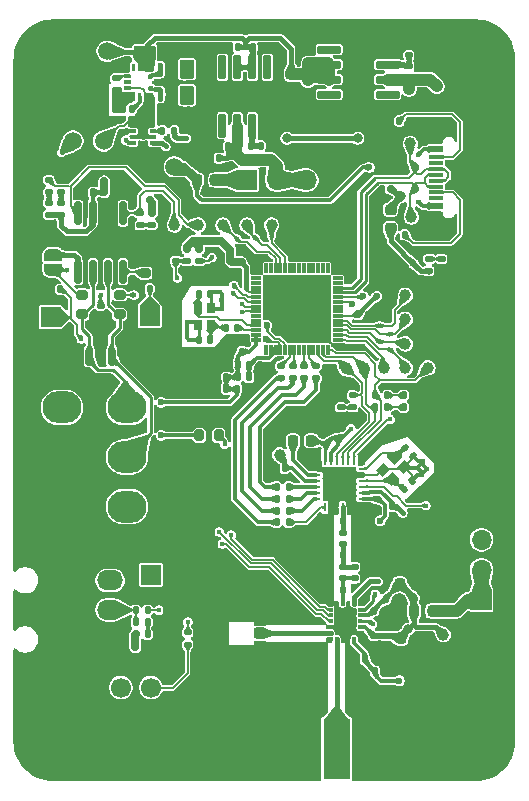
<source format=gbr>
%TF.GenerationSoftware,KiCad,Pcbnew,9.0.1*%
%TF.CreationDate,2025-04-23T21:07:03+03:00*%
%TF.ProjectId,Ricardo-Hermes,52696361-7264-46f2-9d48-65726d65732e,rev?*%
%TF.SameCoordinates,Original*%
%TF.FileFunction,Copper,L1,Top*%
%TF.FilePolarity,Positive*%
%FSLAX46Y46*%
G04 Gerber Fmt 4.6, Leading zero omitted, Abs format (unit mm)*
G04 Created by KiCad (PCBNEW 9.0.1) date 2025-04-23 21:07:03*
%MOMM*%
%LPD*%
G01*
G04 APERTURE LIST*
G04 Aperture macros list*
%AMRoundRect*
0 Rectangle with rounded corners*
0 $1 Rounding radius*
0 $2 $3 $4 $5 $6 $7 $8 $9 X,Y pos of 4 corners*
0 Add a 4 corners polygon primitive as box body*
4,1,4,$2,$3,$4,$5,$6,$7,$8,$9,$2,$3,0*
0 Add four circle primitives for the rounded corners*
1,1,$1+$1,$2,$3*
1,1,$1+$1,$4,$5*
1,1,$1+$1,$6,$7*
1,1,$1+$1,$8,$9*
0 Add four rect primitives between the rounded corners*
20,1,$1+$1,$2,$3,$4,$5,0*
20,1,$1+$1,$4,$5,$6,$7,0*
20,1,$1+$1,$6,$7,$8,$9,0*
20,1,$1+$1,$8,$9,$2,$3,0*%
%AMRotRect*
0 Rectangle, with rotation*
0 The origin of the aperture is its center*
0 $1 length*
0 $2 width*
0 $3 Rotation angle, in degrees counterclockwise*
0 Add horizontal line*
21,1,$1,$2,0,0,$3*%
%AMFreePoly0*
4,1,23,0.500000,-0.750000,0.000000,-0.750000,0.000000,-0.745722,-0.065263,-0.745722,-0.191342,-0.711940,-0.304381,-0.646677,-0.396677,-0.554381,-0.461940,-0.441342,-0.495722,-0.315263,-0.495722,-0.250000,-0.500000,-0.250000,-0.500000,0.250000,-0.495722,0.250000,-0.495722,0.315263,-0.461940,0.441342,-0.396677,0.554381,-0.304381,0.646677,-0.191342,0.711940,-0.065263,0.745722,0.000000,0.745722,
0.000000,0.750000,0.500000,0.750000,0.500000,-0.750000,0.500000,-0.750000,$1*%
%AMFreePoly1*
4,1,23,0.000000,0.745722,0.065263,0.745722,0.191342,0.711940,0.304381,0.646677,0.396677,0.554381,0.461940,0.441342,0.495722,0.315263,0.495722,0.250000,0.500000,0.250000,0.500000,-0.250000,0.495722,-0.250000,0.495722,-0.315263,0.461940,-0.441342,0.396677,-0.554381,0.304381,-0.646677,0.191342,-0.711940,0.065263,-0.745722,0.000000,-0.745722,0.000000,-0.750000,-0.500000,-0.750000,
-0.500000,0.750000,0.000000,0.750000,0.000000,0.745722,0.000000,0.745722,$1*%
%AMFreePoly2*
4,1,14,0.243536,0.153536,0.378536,0.018536,0.380000,0.015000,0.380000,-0.150000,0.378536,-0.153536,0.375000,-0.155000,-0.250000,-0.155000,-0.253536,-0.153536,-0.255000,-0.150000,-0.255000,0.150000,-0.253536,0.153536,-0.250000,0.155000,0.240000,0.155000,0.243536,0.153536,0.243536,0.153536,$1*%
%AMFreePoly3*
4,1,13,0.378536,0.153536,0.380000,0.150000,0.380000,-0.150000,0.378536,-0.153536,0.375000,-0.155000,-0.250000,-0.155000,-0.253536,-0.153536,-0.255000,-0.150000,-0.255000,0.150000,-0.253536,0.153536,-0.250000,0.155000,0.375000,0.155000,0.378536,0.153536,0.378536,0.153536,$1*%
%AMFreePoly4*
4,1,13,0.203536,0.278536,0.205000,0.275000,0.205000,-0.350000,0.203536,-0.353536,0.200000,-0.355000,-0.100000,-0.355000,-0.103536,-0.353536,-0.105000,-0.350000,-0.105000,0.275000,-0.103536,0.278536,-0.100000,0.280000,0.200000,0.280000,0.203536,0.278536,0.203536,0.278536,$1*%
%AMFreePoly5*
4,1,15,0.501490,0.279336,0.602490,0.221336,0.604827,0.218305,0.605000,0.217000,0.605000,-0.350000,0.603536,-0.353536,0.600000,-0.355000,-0.200000,-0.355000,-0.203536,-0.353536,-0.205000,-0.350000,-0.205000,0.275000,-0.203536,0.278536,-0.200000,0.280000,0.499000,0.280000,0.501490,0.279336,0.501490,0.279336,$1*%
%AMFreePoly6*
4,1,15,0.453536,0.128536,0.455000,0.125000,0.455000,-0.225000,0.453536,-0.228536,0.450000,-0.230000,-0.074000,-0.230000,-0.076490,-0.229336,-0.177490,-0.171336,-0.179827,-0.168305,-0.180000,-0.167000,-0.180000,0.125000,-0.178536,0.128536,-0.175000,0.130000,0.450000,0.130000,0.453536,0.128536,0.453536,0.128536,$1*%
%AMFreePoly7*
4,1,13,0.453536,0.178536,0.455000,0.175000,0.455000,-0.175000,0.453536,-0.178536,0.450000,-0.180000,-0.175000,-0.180000,-0.178536,-0.178536,-0.180000,-0.175000,-0.180000,0.175000,-0.178536,0.178536,-0.175000,0.180000,0.450000,0.180000,0.453536,0.178536,0.453536,0.178536,$1*%
%AMFreePoly8*
4,1,15,0.453536,0.128536,0.455000,0.125000,0.455000,-0.225000,0.453536,-0.228536,0.450000,-0.230000,-0.175000,-0.230000,-0.178536,-0.228536,-0.180000,-0.225000,-0.180000,0.067000,-0.178536,0.070536,-0.177490,0.071336,-0.076490,0.129336,-0.074000,0.130000,0.450000,0.130000,0.453536,0.128536,0.453536,0.128536,$1*%
%AMFreePoly9*
4,1,15,0.403536,0.253536,0.405000,0.250000,0.405000,-0.317000,0.403536,-0.320536,0.402490,-0.321336,0.301490,-0.379336,0.299000,-0.380000,-0.400000,-0.380000,-0.403536,-0.378536,-0.405000,-0.375000,-0.405000,0.250000,-0.403536,0.253536,-0.400000,0.255000,0.400000,0.255000,0.403536,0.253536,0.403536,0.253536,$1*%
%AMFreePoly10*
4,1,13,0.203536,0.253536,0.205000,0.250000,0.205000,-0.375000,0.203536,-0.378536,0.200000,-0.380000,-0.100000,-0.380000,-0.103536,-0.378536,-0.105000,-0.375000,-0.105000,0.250000,-0.103536,0.253536,-0.100000,0.255000,0.200000,0.255000,0.203536,0.253536,0.203536,0.253536,$1*%
G04 Aperture macros list end*
%TA.AperFunction,SMDPad,CuDef*%
%ADD10RoundRect,0.135000X0.185000X-0.135000X0.185000X0.135000X-0.185000X0.135000X-0.185000X-0.135000X0*%
%TD*%
%TA.AperFunction,SMDPad,CuDef*%
%ADD11RoundRect,0.135000X-0.185000X0.135000X-0.185000X-0.135000X0.185000X-0.135000X0.185000X0.135000X0*%
%TD*%
%TA.AperFunction,SMDPad,CuDef*%
%ADD12C,1.000000*%
%TD*%
%TA.AperFunction,SMDPad,CuDef*%
%ADD13RoundRect,0.140000X-0.170000X0.140000X-0.170000X-0.140000X0.170000X-0.140000X0.170000X0.140000X0*%
%TD*%
%TA.AperFunction,SMDPad,CuDef*%
%ADD14RoundRect,0.135000X-0.135000X-0.185000X0.135000X-0.185000X0.135000X0.185000X-0.135000X0.185000X0*%
%TD*%
%TA.AperFunction,ComponentPad*%
%ADD15RoundRect,0.250001X1.399999X-1.099999X1.399999X1.099999X-1.399999X1.099999X-1.399999X-1.099999X0*%
%TD*%
%TA.AperFunction,ComponentPad*%
%ADD16O,3.300000X2.700000*%
%TD*%
%TA.AperFunction,SMDPad,CuDef*%
%ADD17RoundRect,0.140000X0.140000X0.170000X-0.140000X0.170000X-0.140000X-0.170000X0.140000X-0.170000X0*%
%TD*%
%TA.AperFunction,SMDPad,CuDef*%
%ADD18RoundRect,0.140000X-0.140000X-0.170000X0.140000X-0.170000X0.140000X0.170000X-0.140000X0.170000X0*%
%TD*%
%TA.AperFunction,SMDPad,CuDef*%
%ADD19RoundRect,0.135000X0.135000X0.185000X-0.135000X0.185000X-0.135000X-0.185000X0.135000X-0.185000X0*%
%TD*%
%TA.AperFunction,SMDPad,CuDef*%
%ADD20C,1.500000*%
%TD*%
%TA.AperFunction,SMDPad,CuDef*%
%ADD21RoundRect,0.225000X-0.225000X-0.250000X0.225000X-0.250000X0.225000X0.250000X-0.225000X0.250000X0*%
%TD*%
%TA.AperFunction,SMDPad,CuDef*%
%ADD22RoundRect,0.147500X-0.172500X0.147500X-0.172500X-0.147500X0.172500X-0.147500X0.172500X0.147500X0*%
%TD*%
%TA.AperFunction,ComponentPad*%
%ADD23R,1.700000X1.700000*%
%TD*%
%TA.AperFunction,SMDPad,CuDef*%
%ADD24RoundRect,0.218750X-0.256250X0.218750X-0.256250X-0.218750X0.256250X-0.218750X0.256250X0.218750X0*%
%TD*%
%TA.AperFunction,SMDPad,CuDef*%
%ADD25RoundRect,0.042000X-0.943000X-0.258000X0.943000X-0.258000X0.943000X0.258000X-0.943000X0.258000X0*%
%TD*%
%TA.AperFunction,SMDPad,CuDef*%
%ADD26R,2.150000X2.150000*%
%TD*%
%TA.AperFunction,SMDPad,CuDef*%
%ADD27RoundRect,0.140000X0.170000X-0.140000X0.170000X0.140000X-0.170000X0.140000X-0.170000X-0.140000X0*%
%TD*%
%TA.AperFunction,SMDPad,CuDef*%
%ADD28RoundRect,0.175000X-0.175000X-0.325000X0.175000X-0.325000X0.175000X0.325000X-0.175000X0.325000X0*%
%TD*%
%TA.AperFunction,SMDPad,CuDef*%
%ADD29RoundRect,0.150000X-0.200000X-0.150000X0.200000X-0.150000X0.200000X0.150000X-0.200000X0.150000X0*%
%TD*%
%TA.AperFunction,ComponentPad*%
%ADD30O,1.700000X1.700000*%
%TD*%
%TA.AperFunction,SMDPad,CuDef*%
%ADD31RoundRect,0.147500X0.147500X0.172500X-0.147500X0.172500X-0.147500X-0.172500X0.147500X-0.172500X0*%
%TD*%
%TA.AperFunction,SMDPad,CuDef*%
%ADD32RoundRect,0.200000X0.275000X-0.200000X0.275000X0.200000X-0.275000X0.200000X-0.275000X-0.200000X0*%
%TD*%
%TA.AperFunction,SMDPad,CuDef*%
%ADD33RoundRect,0.200000X0.200000X0.275000X-0.200000X0.275000X-0.200000X-0.275000X0.200000X-0.275000X0*%
%TD*%
%TA.AperFunction,SMDPad,CuDef*%
%ADD34R,1.160000X0.600000*%
%TD*%
%TA.AperFunction,SMDPad,CuDef*%
%ADD35R,1.160000X0.300000*%
%TD*%
%TA.AperFunction,ComponentPad*%
%ADD36O,2.000000X0.900000*%
%TD*%
%TA.AperFunction,ComponentPad*%
%ADD37O,1.700000X0.900000*%
%TD*%
%TA.AperFunction,SMDPad,CuDef*%
%ADD38R,0.790000X0.260000*%
%TD*%
%TA.AperFunction,SMDPad,CuDef*%
%ADD39R,0.260000X0.790000*%
%TD*%
%TA.AperFunction,SMDPad,CuDef*%
%ADD40RoundRect,0.218750X0.218750X0.256250X-0.218750X0.256250X-0.218750X-0.256250X0.218750X-0.256250X0*%
%TD*%
%TA.AperFunction,SMDPad,CuDef*%
%ADD41RoundRect,0.225000X-0.250000X0.225000X-0.250000X-0.225000X0.250000X-0.225000X0.250000X0.225000X0*%
%TD*%
%TA.AperFunction,SMDPad,CuDef*%
%ADD42R,0.475000X0.300000*%
%TD*%
%TA.AperFunction,SMDPad,CuDef*%
%ADD43R,0.304800X0.304800*%
%TD*%
%TA.AperFunction,SMDPad,CuDef*%
%ADD44R,0.990600X0.838200*%
%TD*%
%TA.AperFunction,SMDPad,CuDef*%
%ADD45RoundRect,0.140000X-0.021213X0.219203X-0.219203X0.021213X0.021213X-0.219203X0.219203X-0.021213X0*%
%TD*%
%TA.AperFunction,SMDPad,CuDef*%
%ADD46R,2.290000X5.080000*%
%TD*%
%TA.AperFunction,SMDPad,CuDef*%
%ADD47R,2.420000X5.080000*%
%TD*%
%TA.AperFunction,SMDPad,CuDef*%
%ADD48R,0.460000X0.950000*%
%TD*%
%TA.AperFunction,ComponentPad*%
%ADD49C,0.970000*%
%TD*%
%TA.AperFunction,SMDPad,CuDef*%
%ADD50FreePoly0,270.000000*%
%TD*%
%TA.AperFunction,SMDPad,CuDef*%
%ADD51FreePoly1,270.000000*%
%TD*%
%TA.AperFunction,SMDPad,CuDef*%
%ADD52R,0.800000X0.900000*%
%TD*%
%TA.AperFunction,SMDPad,CuDef*%
%ADD53RoundRect,0.140000X0.219203X0.021213X0.021213X0.219203X-0.219203X-0.021213X-0.021213X-0.219203X0*%
%TD*%
%TA.AperFunction,SMDPad,CuDef*%
%ADD54RotRect,0.900000X0.800000X225.000000*%
%TD*%
%TA.AperFunction,ComponentPad*%
%ADD55C,1.700000*%
%TD*%
%TA.AperFunction,ComponentPad*%
%ADD56C,5.600000*%
%TD*%
%TA.AperFunction,ComponentPad*%
%ADD57RoundRect,0.250000X0.850000X0.600000X-0.850000X0.600000X-0.850000X-0.600000X0.850000X-0.600000X0*%
%TD*%
%TA.AperFunction,ComponentPad*%
%ADD58O,2.200000X1.700000*%
%TD*%
%TA.AperFunction,SMDPad,CuDef*%
%ADD59RoundRect,0.042000X-0.258000X0.943000X-0.258000X-0.943000X0.258000X-0.943000X0.258000X0.943000X0*%
%TD*%
%TA.AperFunction,SMDPad,CuDef*%
%ADD60FreePoly2,0.000000*%
%TD*%
%TA.AperFunction,SMDPad,CuDef*%
%ADD61FreePoly3,0.000000*%
%TD*%
%TA.AperFunction,SMDPad,CuDef*%
%ADD62FreePoly4,0.000000*%
%TD*%
%TA.AperFunction,SMDPad,CuDef*%
%ADD63FreePoly5,0.000000*%
%TD*%
%TA.AperFunction,SMDPad,CuDef*%
%ADD64FreePoly6,0.000000*%
%TD*%
%TA.AperFunction,SMDPad,CuDef*%
%ADD65FreePoly7,0.000000*%
%TD*%
%TA.AperFunction,SMDPad,CuDef*%
%ADD66FreePoly8,0.000000*%
%TD*%
%TA.AperFunction,SMDPad,CuDef*%
%ADD67FreePoly9,0.000000*%
%TD*%
%TA.AperFunction,SMDPad,CuDef*%
%ADD68FreePoly10,0.000000*%
%TD*%
%TA.AperFunction,SMDPad,CuDef*%
%ADD69RoundRect,0.150000X-0.150000X0.825000X-0.150000X-0.825000X0.150000X-0.825000X0.150000X0.825000X0*%
%TD*%
%TA.AperFunction,SMDPad,CuDef*%
%ADD70RoundRect,0.147500X-0.147500X-0.172500X0.147500X-0.172500X0.147500X0.172500X-0.147500X0.172500X0*%
%TD*%
%TA.AperFunction,SMDPad,CuDef*%
%ADD71RoundRect,0.218750X0.381250X-0.218750X0.381250X0.218750X-0.381250X0.218750X-0.381250X-0.218750X0*%
%TD*%
%TA.AperFunction,SMDPad,CuDef*%
%ADD72RoundRect,0.250000X0.275000X0.250000X-0.275000X0.250000X-0.275000X-0.250000X0.275000X-0.250000X0*%
%TD*%
%TA.AperFunction,SMDPad,CuDef*%
%ADD73RoundRect,0.250000X0.850000X0.275000X-0.850000X0.275000X-0.850000X-0.275000X0.850000X-0.275000X0*%
%TD*%
%TA.AperFunction,SMDPad,CuDef*%
%ADD74RoundRect,0.150000X0.150000X-0.587500X0.150000X0.587500X-0.150000X0.587500X-0.150000X-0.587500X0*%
%TD*%
%TA.AperFunction,SMDPad,CuDef*%
%ADD75RoundRect,0.006600X0.103400X-0.398400X0.103400X0.398400X-0.103400X0.398400X-0.103400X-0.398400X0*%
%TD*%
%TA.AperFunction,SMDPad,CuDef*%
%ADD76RoundRect,0.022000X0.383000X-0.088000X0.383000X0.088000X-0.383000X0.088000X-0.383000X-0.088000X0*%
%TD*%
%TA.AperFunction,SMDPad,CuDef*%
%ADD77R,4.000000X4.000000*%
%TD*%
%TA.AperFunction,SMDPad,CuDef*%
%ADD78RoundRect,0.200000X-0.275000X0.200000X-0.275000X-0.200000X0.275000X-0.200000X0.275000X0.200000X0*%
%TD*%
%TA.AperFunction,ViaPad*%
%ADD79C,0.600000*%
%TD*%
%TA.AperFunction,ViaPad*%
%ADD80C,0.800000*%
%TD*%
%TA.AperFunction,ViaPad*%
%ADD81C,0.450000*%
%TD*%
%TA.AperFunction,Conductor*%
%ADD82C,0.400000*%
%TD*%
%TA.AperFunction,Conductor*%
%ADD83C,0.300000*%
%TD*%
%TA.AperFunction,Conductor*%
%ADD84C,0.250000*%
%TD*%
%TA.AperFunction,Conductor*%
%ADD85C,0.200000*%
%TD*%
%TA.AperFunction,Conductor*%
%ADD86C,0.800000*%
%TD*%
%TA.AperFunction,Conductor*%
%ADD87C,0.360000*%
%TD*%
%TA.AperFunction,Conductor*%
%ADD88C,0.395000*%
%TD*%
%TA.AperFunction,Conductor*%
%ADD89C,0.270000*%
%TD*%
%TA.AperFunction,Conductor*%
%ADD90C,0.150000*%
%TD*%
%TA.AperFunction,Conductor*%
%ADD91C,0.700000*%
%TD*%
%TA.AperFunction,Conductor*%
%ADD92C,0.310000*%
%TD*%
%TA.AperFunction,Conductor*%
%ADD93C,0.500000*%
%TD*%
%TA.AperFunction,Conductor*%
%ADD94C,1.000000*%
%TD*%
%TA.AperFunction,Conductor*%
%ADD95C,0.349000*%
%TD*%
%TA.AperFunction,Conductor*%
%ADD96C,0.261112*%
%TD*%
%TA.AperFunction,Conductor*%
%ADD97C,0.156464*%
%TD*%
%TA.AperFunction,Conductor*%
%ADD98C,0.900000*%
%TD*%
G04 APERTURE END LIST*
D10*
%TO.P,R29,1*%
%TO.N,MOSI*%
X143075200Y-101820800D03*
%TO.P,R29,2*%
%TO.N,Net-(U1-GPIO4{slash}ADC1_CH3)*%
X143075200Y-100800800D03*
%TD*%
D11*
%TO.P,R38,1*%
%TO.N,DIO3*%
X147164600Y-103285293D03*
%TO.P,R38,2*%
%TO.N,Net-(DIO3_D1-A)*%
X147164600Y-104305293D03*
%TD*%
D12*
%TO.P,RF_RST1,1,1*%
%TO.N,RF_RST*%
X151635000Y-100953200D03*
%TD*%
D13*
%TO.P,C64,1*%
%TO.N,GND*%
X152930400Y-75451600D03*
%TO.P,C64,2*%
%TO.N,Net-(J3-Pin_3)*%
X152930400Y-76411600D03*
%TD*%
D14*
%TO.P,R17,1*%
%TO.N,/Power/FBIn*%
X139376777Y-82159186D03*
%TO.P,R17,2*%
%TO.N,GND*%
X140396777Y-82159186D03*
%TD*%
%TO.P,R31,1*%
%TO.N,CS*%
X140732400Y-114038800D03*
%TO.P,R31,2*%
%TO.N,Net-(IC2-NSS_CTS)*%
X141752400Y-114038800D03*
%TD*%
D15*
%TO.P,J1,1,Pin_1*%
%TO.N,GND*%
X122568000Y-112697000D03*
D16*
%TO.P,J1,2,Pin_2*%
X122568000Y-108497000D03*
%TO.P,J1,3,Pin_3*%
%TO.N,RBUS_uC_V*%
X122568000Y-104297000D03*
%TO.P,J1,4,Pin_4*%
%TO.N,+16.8V*%
X128068000Y-112697000D03*
%TO.P,J1,5,Pin_5*%
%TO.N,/CAN+*%
X128068000Y-108497000D03*
%TO.P,J1,6,Pin_6*%
%TO.N,/CAN-*%
X128068000Y-104297000D03*
%TD*%
D17*
%TO.P,C80,1*%
%TO.N,RF_OUT_T*%
X146323800Y-119774600D03*
%TO.P,C80,2*%
%TO.N,GND*%
X145363800Y-119774600D03*
%TD*%
D18*
%TO.P,C6,1*%
%TO.N,Net-(C6-Pad1)*%
X138406800Y-100750000D03*
%TO.P,C6,2*%
%TO.N,GND*%
X139366800Y-100750000D03*
%TD*%
D11*
%TO.P,R4,1*%
%TO.N,Net-(3V3LED1-A)*%
X122475800Y-86979200D03*
%TO.P,R4,2*%
%TO.N,+3V3*%
X122475800Y-87999200D03*
%TD*%
D19*
%TO.P,TXD_1_R1,1,K*%
%TO.N,GND*%
X152524000Y-103290000D03*
%TO.P,TXD_1_R1,2,A*%
%TO.N,Net-(TXD_1_R1-A)*%
X151504000Y-103290000D03*
%TD*%
D20*
%TO.P,BBIN_TP1,1,1*%
%TO.N,/Power/BBIN*%
X126082600Y-81750800D03*
%TD*%
D10*
%TO.P,R30,1*%
%TO.N,MISO*%
X144091200Y-101820800D03*
%TO.P,R30,2*%
%TO.N,Net-(U1-GPIO5{slash}ADC1_CH4)*%
X144091200Y-100800800D03*
%TD*%
D12*
%TO.P,D-_TP1,1,1*%
%TO.N,/Data-*%
X152143000Y-88177000D03*
%TD*%
D21*
%TO.P,L4,1*%
%TO.N,Net-(IC2-DCC_SW)*%
X142130800Y-107130000D03*
%TO.P,L4,2*%
%TO.N,VDDF*%
X143680800Y-107130000D03*
%TD*%
D22*
%TO.P,L8,1,1*%
%TO.N,Net-(C78-Pad1)*%
X146326400Y-117816400D03*
%TO.P,L8,2,2*%
%TO.N,RF_OUT_T*%
X146326400Y-118786400D03*
%TD*%
D23*
%TO.P,POWER_UART1,1,Pin_1*%
%TO.N,+3V3*%
X130095800Y-118504600D03*
%TD*%
D10*
%TO.P,R27,1*%
%TO.N,Net-(J3-Pin_3)*%
X151939800Y-76420800D03*
%TO.P,R27,2*%
%TO.N,/RF Frontend/FBIn*%
X151939800Y-75400800D03*
%TD*%
D17*
%TO.P,C5,1*%
%TO.N,+3V3*%
X136491400Y-101740600D03*
%TO.P,C5,2*%
%TO.N,GND*%
X135531400Y-101740600D03*
%TD*%
D18*
%TO.P,C13,1*%
%TO.N,Net-(U1-XTAL_N)*%
X134169000Y-94660000D03*
%TO.P,C13,2*%
%TO.N,GND*%
X135129000Y-94660000D03*
%TD*%
D24*
%TO.P,F1,1*%
%TO.N,+5V*%
X150395000Y-87550000D03*
%TO.P,F1,2*%
%TO.N,VBUS*%
X150395000Y-89125000D03*
%TD*%
D11*
%TO.P,CRXLED1,1,K*%
%TO.N,/CAN_RX*%
X121459800Y-85048800D03*
%TO.P,CRXLED1,2,A*%
%TO.N,Net-(CRXLED1-A)*%
X121459800Y-86068800D03*
%TD*%
D10*
%TO.P,USBLED1,1,K*%
%TO.N,GND*%
X154725000Y-92750000D03*
%TO.P,USBLED1,2,A*%
%TO.N,Net-(USBLED1-A)*%
X154725000Y-91730000D03*
%TD*%
D25*
%TO.P,U11,1,PGOOD*%
%TO.N,unconnected-(U11-PGOOD-Pad1)*%
X145189800Y-73999600D03*
%TO.P,U11,2,EN*%
%TO.N,+VDC*%
X145189800Y-75269600D03*
%TO.P,U11,3,VIN*%
X145189800Y-76539600D03*
%TO.P,U11,4,VDD*%
%TO.N,unconnected-(U11-VDD-Pad4)*%
X145189800Y-77809600D03*
%TO.P,U11,5,NC*%
%TO.N,unconnected-(U11-NC-Pad5)*%
X150129800Y-77809600D03*
%TO.P,U11,6,VOUT*%
%TO.N,Net-(J3-Pin_3)*%
X150129800Y-76539600D03*
%TO.P,U11,7,ADJ*%
%TO.N,/RF Frontend/FBIn*%
X150129800Y-75269600D03*
%TO.P,U11,8,GND*%
%TO.N,GND*%
X150129800Y-73999600D03*
D26*
%TO.P,U11,9,GND*%
X147659800Y-75904600D03*
%TD*%
D27*
%TO.P,C79,1*%
%TO.N,RF_OUT_T*%
X147342400Y-118781400D03*
%TO.P,C79,2*%
%TO.N,Net-(C78-Pad1)*%
X147342400Y-117821400D03*
%TD*%
D22*
%TO.P,L7,1,1*%
%TO.N,Net-(IC2-RFIO)*%
X146331600Y-114893000D03*
%TO.P,L7,2,2*%
%TO.N,Net-(C78-Pad1)*%
X146331600Y-115863000D03*
%TD*%
D28*
%TO.P,D2,1,A*%
%TO.N,GND*%
X150450400Y-84111000D03*
D29*
%TO.P,D2,2,K*%
%TO.N,+5V*%
X150450400Y-85811000D03*
%TO.P,D2,3,K*%
%TO.N,/Data-*%
X152450400Y-85811000D03*
%TO.P,D2,4,K*%
%TO.N,/Data+*%
X152450400Y-83911000D03*
%TD*%
D21*
%TO.P,C74,1*%
%TO.N,VAA*%
X151261599Y-123841201D03*
%TO.P,C74,2*%
%TO.N,GND*%
X152811599Y-123841201D03*
%TD*%
D11*
%TO.P,R5,1*%
%TO.N,+3V3*%
X130197400Y-87842800D03*
%TO.P,R5,2*%
%TO.N,Net-(CTXLED1-A)*%
X130197400Y-88862800D03*
%TD*%
%TO.P,3V3LED1,1,K*%
%TO.N,GND*%
X122475800Y-85050800D03*
%TO.P,3V3LED1,2,A*%
%TO.N,Net-(3V3LED1-A)*%
X122475800Y-86070800D03*
%TD*%
D12*
%TO.P,CRX1,1,1*%
%TO.N,CRX*%
X140313200Y-88862800D03*
%TD*%
D23*
%TO.P,J4,1,Pin_1*%
%TO.N,Net-(J4-Pin_1)*%
X138223800Y-85052800D03*
D30*
%TO.P,J4,2,Pin_2*%
%TO.N,Net-(J4-Pin_2)*%
X140763800Y-85052800D03*
%TO.P,J4,3,Pin_3*%
X143303800Y-85052800D03*
%TD*%
D31*
%TO.P,L2,1,1*%
%TO.N,Net-(U1-XTAL_P)*%
X137390400Y-97549600D03*
%TO.P,L2,2,2*%
%TO.N,Net-(C14-Pad1)*%
X136420400Y-97549600D03*
%TD*%
D32*
%TO.P,R9,1*%
%TO.N,/CAN+*%
X127454200Y-96432000D03*
%TO.P,R9,2*%
%TO.N,Net-(JP1-B)*%
X127454200Y-94782000D03*
%TD*%
D12*
%TO.P,CSD1,1,1*%
%TO.N,CSD*%
X138230400Y-88862800D03*
%TD*%
D33*
%TO.P,VCC_SX1,1*%
%TO.N,VDDF*%
X135848400Y-106668200D03*
%TO.P,VCC_SX1,2*%
%TO.N,+3V3*%
X134198400Y-106668200D03*
%TD*%
D11*
%TO.P,R1,1*%
%TO.N,+3V3*%
X133169200Y-90914200D03*
%TO.P,R1,2*%
%TO.N,/CHIP_PU*%
X133169200Y-91934200D03*
%TD*%
D34*
%TO.P,J2,A1,GND*%
%TO.N,GND*%
X154244400Y-88049600D03*
%TO.P,J2,A4,VBUS*%
%TO.N,+5V*%
X154244400Y-87249600D03*
D35*
%TO.P,J2,A5,CC1*%
%TO.N,Net-(J2-CC1)*%
X154244400Y-86099600D03*
%TO.P,J2,A6,D+*%
%TO.N,/Data+*%
X154244400Y-85099600D03*
%TO.P,J2,A7,D-*%
%TO.N,/Data-*%
X154244400Y-84599600D03*
%TO.P,J2,A8,SBU1*%
%TO.N,unconnected-(J2-SBU1-PadA8)*%
X154244400Y-83599600D03*
D34*
%TO.P,J2,A9,VBUS*%
%TO.N,+5V*%
X154244400Y-82449600D03*
%TO.P,J2,A12,GND*%
%TO.N,GND*%
X154244400Y-81649600D03*
%TO.P,J2,B1,GND*%
X154244400Y-81649600D03*
%TO.P,J2,B4,VBUS*%
%TO.N,+5V*%
X154244400Y-82449600D03*
D35*
%TO.P,J2,B5,CC2*%
%TO.N,Net-(J2-CC2)*%
X154244400Y-83099600D03*
%TO.P,J2,B6,D+*%
%TO.N,/Data+*%
X154244400Y-84099600D03*
%TO.P,J2,B7,D-*%
%TO.N,/Data-*%
X154244400Y-85599600D03*
%TO.P,J2,B8,SBU2*%
%TO.N,unconnected-(J2-SBU2-PadB8)*%
X154244400Y-86599600D03*
D34*
%TO.P,J2,B9,VBUS*%
%TO.N,+5V*%
X154244400Y-87249600D03*
%TO.P,J2,B12,GND*%
%TO.N,GND*%
X154244400Y-88049600D03*
D36*
%TO.P,J2,S1,SHIELD*%
X154824400Y-89169600D03*
D37*
X158994400Y-89169600D03*
D36*
X154824400Y-80529600D03*
D37*
X158994400Y-80529600D03*
%TD*%
D38*
%TO.P,IC2,1,VR_PA*%
%TO.N,VAA*%
X148040600Y-112027200D03*
%TO.P,IC2,2,VBAT_IN*%
%TO.N,VDDF*%
X148040600Y-111527200D03*
%TO.P,IC2,3,NRESET*%
%TO.N,RF_RST*%
X148040600Y-111027200D03*
%TO.P,IC2,4,XTA*%
%TO.N,Net-(IC2-XTA)*%
X148040600Y-110527200D03*
%TO.P,IC2,5,GND_1*%
%TO.N,GND*%
X148040600Y-110027200D03*
%TO.P,IC2,6,XTB*%
%TO.N,Net-(IC2-XTB)*%
X148040600Y-109527200D03*
D39*
%TO.P,IC2,7,BUSY*%
%TO.N,SX_BUSY*%
X147320600Y-108807200D03*
%TO.P,IC2,8,DIO1*%
%TO.N,DIO1*%
X146820600Y-108807200D03*
%TO.P,IC2,9,DIO2*%
%TO.N,DIO2*%
X146320600Y-108807200D03*
%TO.P,IC2,10,DIO3*%
%TO.N,DIO3*%
X145820600Y-108807200D03*
%TO.P,IC2,11,VBAT_IO*%
%TO.N,VDDF*%
X145320600Y-108807200D03*
%TO.P,IC2,12,DCC_FB*%
X144820600Y-108807200D03*
D38*
%TO.P,IC2,13,GND*%
%TO.N,GND*%
X144100600Y-109527200D03*
%TO.P,IC2,14,DCC_SW*%
%TO.N,Net-(IC2-DCC_SW)*%
X144100600Y-110027200D03*
%TO.P,IC2,15,VBAT*%
%TO.N,VAA*%
X144100600Y-110527200D03*
%TO.P,IC2,16,MISO_TX*%
%TO.N,Net-(IC2-MISO_TX)*%
X144100600Y-111027200D03*
%TO.P,IC2,17,MOSI_RX*%
%TO.N,Net-(IC2-MOSI_RX)*%
X144100600Y-111527200D03*
%TO.P,IC2,18,SCK_RTSN*%
%TO.N,Net-(IC2-SCK_RTSN)*%
X144100600Y-112027200D03*
D39*
%TO.P,IC2,19,NSS_CTS*%
%TO.N,Net-(IC2-NSS_CTS)*%
X144820600Y-112747200D03*
%TO.P,IC2,20,GND*%
%TO.N,GND*%
X145320600Y-112747200D03*
%TO.P,IC2,21,GND*%
X145820600Y-112747200D03*
%TO.P,IC2,22,RFIO*%
%TO.N,Net-(IC2-RFIO)*%
X146320600Y-112747200D03*
%TO.P,IC2,23,GND*%
%TO.N,GND*%
X146820600Y-112747200D03*
%TO.P,IC2,24,GND*%
X147320600Y-112747200D03*
%TD*%
D17*
%TO.P,C14,1*%
%TO.N,Net-(C14-Pad1)*%
X135109000Y-98560000D03*
%TO.P,C14,2*%
%TO.N,GND*%
X134149000Y-98560000D03*
%TD*%
D40*
%TO.P,FB_R1,1*%
%TO.N,Net-(J3-Pin_1)*%
X153936599Y-121541201D03*
%TO.P,FB_R1,2*%
%TO.N,VAA*%
X152361599Y-121541201D03*
%TD*%
D12*
%TO.P,CANRX1,1,1*%
%TO.N,/CAN_RX*%
X134109000Y-88862800D03*
%TD*%
D17*
%TO.P,C25,1*%
%TO.N,+VDC*%
X137450377Y-73777186D03*
%TO.P,C25,2*%
%TO.N,GND*%
X136490377Y-73777186D03*
%TD*%
D10*
%TO.P,R18,1*%
%TO.N,+3V3*%
X121459800Y-88003200D03*
%TO.P,R18,2*%
%TO.N,Net-(CRXLED1-A)*%
X121459800Y-86983200D03*
%TD*%
D41*
%TO.P,C12,1*%
%TO.N,+VDC*%
X141983000Y-76111400D03*
%TO.P,C12,2*%
%TO.N,GND*%
X141983000Y-77661400D03*
%TD*%
D42*
%TO.P,U3,1,GND_1*%
%TO.N,GND*%
X128584200Y-80916200D03*
%TO.P,U3,2,VOUT_1*%
%TO.N,/Power/BBIN*%
X128584200Y-81416200D03*
%TO.P,U3,3,VIN1*%
%TO.N,VBUS*%
X128584200Y-81916200D03*
%TO.P,U3,4,~{ON}*%
%TO.N,GND*%
X128584200Y-82416200D03*
%TO.P,U3,5,GND_2*%
X130260200Y-82416200D03*
%TO.P,U3,6,VIN2*%
%TO.N,RBUS_uC_V*%
X130260200Y-81916200D03*
%TO.P,U3,7,VOUT_2*%
%TO.N,/Power/BBIN*%
X130260200Y-81416200D03*
%TO.P,U3,8,ST*%
%TO.N,Net-(U3-ST)*%
X130260200Y-80916200D03*
%TD*%
D12*
%TO.P,DIO3,1,1*%
%TO.N,DIO3*%
X146580400Y-100978600D03*
%TD*%
D11*
%TO.P,R3,1*%
%TO.N,+3V3*%
X134159800Y-90916200D03*
%TO.P,R3,2*%
%TO.N,/BOOT*%
X134159800Y-91936200D03*
%TD*%
D17*
%TO.P,C9,1*%
%TO.N,+3V3*%
X137807433Y-99575099D03*
%TO.P,C9,2*%
%TO.N,GND*%
X136847433Y-99575099D03*
%TD*%
D13*
%TO.P,C70,1*%
%TO.N,VAA*%
X148961599Y-123641201D03*
%TO.P,C70,2*%
%TO.N,GND*%
X148961599Y-124601201D03*
%TD*%
%TO.P,C18,1*%
%TO.N,+VDC*%
X143405400Y-76599800D03*
%TO.P,C18,2*%
%TO.N,GND*%
X143405400Y-77559800D03*
%TD*%
D12*
%TO.P,VAA_TP1,1,1*%
%TO.N,VAA*%
X154861599Y-123541201D03*
%TD*%
D18*
%TO.P,C27,1*%
%TO.N,GND*%
X134896400Y-83198600D03*
%TO.P,C27,2*%
%TO.N,Net-(J4-Pin_2)*%
X135856400Y-83198600D03*
%TD*%
D10*
%TO.P,R13,1*%
%TO.N,VBUS*%
X153625000Y-92750000D03*
%TO.P,R13,2*%
%TO.N,Net-(USBLED1-A)*%
X153625000Y-91730000D03*
%TD*%
D14*
%TO.P,R2,1*%
%TO.N,+3V3*%
X128796400Y-123508400D03*
%TO.P,R2,2*%
%TO.N,Net-(TXLED1-A)*%
X129816400Y-123508400D03*
%TD*%
D12*
%TO.P,CTX1,1,1*%
%TO.N,CHL*%
X151635000Y-98921200D03*
%TD*%
D43*
%TO.P,U12,1,GND*%
%TO.N,GND*%
X145316999Y-120916200D03*
%TO.P,U12,2,CRX*%
%TO.N,CRX*%
X145322399Y-121416199D03*
%TO.P,U12,3,CSD*%
%TO.N,CSD*%
X145322399Y-121916201D03*
%TO.P,U12,4,ANT_SEL*%
%TO.N,ANT_SEL*%
X145322399Y-122416200D03*
%TO.P,U12,5,GND*%
%TO.N,GND*%
X145322399Y-122916199D03*
%TO.P,U12,6,ANT2*%
%TO.N,Net-(ANT_UFL1-In)*%
X145322399Y-123416201D03*
%TO.P,U12,7,GND*%
%TO.N,GND*%
X145316999Y-123916200D03*
%TO.P,U12,8,ANT1*%
%TO.N,Net-(ANT_SMA1-In)*%
X145816998Y-123914800D03*
%TO.P,U12,9,GND*%
%TO.N,GND*%
X146316999Y-123914800D03*
%TO.P,U12,10,GND*%
X146816999Y-123914800D03*
%TO.P,U12,11,VDD*%
%TO.N,VAA*%
X147317000Y-123914800D03*
%TO.P,U12,12,GND*%
%TO.N,GND*%
X147816999Y-123916200D03*
%TO.P,U12,13,GND*%
X147811599Y-123416201D03*
%TO.P,U12,14,VCC2*%
%TO.N,VAA*%
X147811599Y-122916199D03*
%TO.P,U12,15,CPS*%
%TO.N,CPS*%
X147811599Y-122416200D03*
%TO.P,U12,16,VCC1*%
%TO.N,VAA*%
X147811599Y-121916201D03*
%TO.P,U12,17,CTX*%
%TO.N,CTX*%
X147811599Y-121416199D03*
%TO.P,U12,18,GND*%
%TO.N,GND*%
X147816999Y-120916200D03*
%TO.P,U12,19,CHL*%
%TO.N,CHL*%
X147317000Y-120917600D03*
%TO.P,U12,20,GND*%
%TO.N,GND*%
X146816999Y-120917600D03*
%TO.P,U12,21,RFIN*%
%TO.N,RF_OUT_T*%
X146316999Y-120917600D03*
%TO.P,U12,22,GND*%
%TO.N,GND*%
X145816998Y-120917600D03*
D44*
%TO.P,U12,23,GND*%
X146566999Y-121841200D03*
%TO.P,U12,24,GND*%
X146566999Y-122991200D03*
%TD*%
D19*
%TO.P,R12,1*%
%TO.N,GND*%
X152145000Y-80049000D03*
%TO.P,R12,2*%
%TO.N,Net-(J2-CC2)*%
X151125000Y-80049000D03*
%TD*%
D21*
%TO.P,C23,1*%
%TO.N,+VDC*%
X129805200Y-74231200D03*
%TO.P,C23,2*%
%TO.N,GND*%
X131355200Y-74231200D03*
%TD*%
D13*
%TO.P,C53,1*%
%TO.N,VAA*%
X149270600Y-112027200D03*
%TO.P,C53,2*%
%TO.N,GND*%
X149270600Y-112987200D03*
%TD*%
D17*
%TO.P,C78,1*%
%TO.N,Net-(C78-Pad1)*%
X146326400Y-116828200D03*
%TO.P,C78,2*%
%TO.N,GND*%
X145366400Y-116828200D03*
%TD*%
D18*
%TO.P,C66,1*%
%TO.N,VAA*%
X148961599Y-121541201D03*
%TO.P,C66,2*%
%TO.N,GND*%
X149921599Y-121541201D03*
%TD*%
D10*
%TO.P,R25,1*%
%TO.N,CS*%
X141068600Y-101820800D03*
%TO.P,R25,2*%
%TO.N,Net-(U1-GPIO1{slash}ADC1_CH0)*%
X141068600Y-100800800D03*
%TD*%
%TO.P,R6,1*%
%TO.N,/TXD_ESP*%
X133220000Y-124376000D03*
%TO.P,R6,2*%
%TO.N,Net-(U1-U0TXD{slash}PROG{slash}GPIO43)*%
X133220000Y-123356000D03*
%TD*%
D27*
%TO.P,C57,1*%
%TO.N,VDDF*%
X144950800Y-107384000D03*
%TO.P,C57,2*%
%TO.N,GND*%
X144950800Y-106424000D03*
%TD*%
D11*
%TO.P,DIO3_D1,1,K*%
%TO.N,GND*%
X146174000Y-103285293D03*
%TO.P,DIO3_D1,2,A*%
%TO.N,Net-(DIO3_D1-A)*%
X146174000Y-104305293D03*
%TD*%
D19*
%TO.P,R14,1*%
%TO.N,VBUS*%
X132082200Y-80886200D03*
%TO.P,R14,2*%
%TO.N,Net-(U3-ST)*%
X131062200Y-80886200D03*
%TD*%
D18*
%TO.P,C68,1*%
%TO.N,VAA*%
X149961599Y-120541201D03*
%TO.P,C68,2*%
%TO.N,GND*%
X150921599Y-120541201D03*
%TD*%
D17*
%TO.P,C15,1*%
%TO.N,+3V3*%
X125219000Y-86094200D03*
%TO.P,C15,2*%
%TO.N,GND*%
X124259000Y-86094200D03*
%TD*%
D45*
%TO.P,C50,1*%
%TO.N,GND*%
X152199422Y-110498378D03*
%TO.P,C50,2*%
%TO.N,Net-(IC2-XTA)*%
X151520600Y-111177200D03*
%TD*%
D17*
%TO.P,C20,1*%
%TO.N,/Power/BBIN*%
X128470200Y-79946200D03*
%TO.P,C20,2*%
%TO.N,GND*%
X127510200Y-79946200D03*
%TD*%
D46*
%TO.P,ANT_SMA1,1,In*%
%TO.N,Net-(ANT_SMA1-In)*%
X145814400Y-133208400D03*
D47*
%TO.P,ANT_SMA1,2,Ext*%
%TO.N,GND*%
X141434400Y-133208400D03*
X150194400Y-133208400D03*
D48*
X141434400Y-130218400D03*
X150194400Y-130218400D03*
D49*
X141434400Y-129768400D03*
X150194400Y-129768400D03*
%TD*%
D14*
%TO.P,R34,1*%
%TO.N,MISO*%
X140730400Y-111041600D03*
%TO.P,R34,2*%
%TO.N,Net-(IC2-MISO_TX)*%
X141750400Y-111041600D03*
%TD*%
D27*
%TO.P,C10,1*%
%TO.N,+3V3*%
X137766600Y-92012400D03*
%TO.P,C10,2*%
%TO.N,GND*%
X137766600Y-91052400D03*
%TD*%
D50*
%TO.P,JP1,1,A*%
%TO.N,/CAN-BUS/Vref*%
X121815400Y-91372800D03*
D51*
%TO.P,JP1,2,B*%
%TO.N,Net-(JP1-B)*%
X121815400Y-92672800D03*
%TD*%
D13*
%TO.P,C52,1*%
%TO.N,VDDF*%
X150589600Y-112723200D03*
%TO.P,C52,2*%
%TO.N,GND*%
X150589600Y-113683200D03*
%TD*%
D10*
%TO.P,R26,1*%
%TO.N,SCK*%
X142084600Y-101820800D03*
%TO.P,R26,2*%
%TO.N,Net-(U1-GPIO2{slash}ADC1_CH1)*%
X142084600Y-100800800D03*
%TD*%
D52*
%TO.P,Y1,1,1*%
%TO.N,Net-(C14-Pad1)*%
X135149000Y-97310000D03*
%TO.P,Y1,2,2*%
%TO.N,GND*%
X135149000Y-95910000D03*
%TO.P,Y1,3,3*%
%TO.N,Net-(U1-XTAL_N)*%
X134049000Y-95910000D03*
%TO.P,Y1,4,4*%
%TO.N,GND*%
X134049000Y-97310000D03*
%TD*%
D14*
%TO.P,R16,1*%
%TO.N,Net-(J4-Pin_2)*%
X137516777Y-82159186D03*
%TO.P,R16,2*%
%TO.N,/Power/FBIn*%
X138536777Y-82159186D03*
%TD*%
%TO.P,R36,1*%
%TO.N,DIO1*%
X149095000Y-103290000D03*
%TO.P,R36,2*%
%TO.N,Net-(TXD_1_R1-A)*%
X150115000Y-103290000D03*
%TD*%
D18*
%TO.P,C11,1*%
%TO.N,+3V3*%
X147649800Y-96432000D03*
%TO.P,C11,2*%
%TO.N,GND*%
X148609800Y-96432000D03*
%TD*%
D11*
%TO.P,R15,1*%
%TO.N,/Power/SEL*%
X127130200Y-76436200D03*
%TO.P,R15,2*%
%TO.N,GND*%
X127130200Y-77456200D03*
%TD*%
D12*
%TO.P,CPS1,1,1*%
%TO.N,CPS*%
X151635000Y-94806400D03*
%TD*%
D18*
%TO.P,C61,1*%
%TO.N,VAA*%
X149061599Y-126641201D03*
%TO.P,C61,2*%
%TO.N,GND*%
X150021599Y-126641201D03*
%TD*%
D20*
%TO.P,3V3_TP1,1,1*%
%TO.N,+3V3*%
X132077000Y-83935200D03*
%TD*%
D53*
%TO.P,C51,1*%
%TO.N,GND*%
X152299422Y-108406022D03*
%TO.P,C51,2*%
%TO.N,Net-(IC2-XTB)*%
X151620600Y-107727200D03*
%TD*%
D54*
%TO.P,Y3,1,1*%
%TO.N,Net-(IC2-XTB)*%
X150720600Y-108577200D03*
%TO.P,Y3,2,2*%
%TO.N,GND*%
X149730651Y-109567149D03*
%TO.P,Y3,3,3*%
%TO.N,Net-(IC2-XTA)*%
X150508468Y-110344966D03*
%TO.P,Y3,4,4*%
%TO.N,GND*%
X151498417Y-109355017D03*
%TD*%
D40*
%TO.P,FB_P1,1*%
%TO.N,Net-(J4-Pin_1)*%
X135556900Y-85052800D03*
%TO.P,FB_P1,2*%
%TO.N,+3V3*%
X133981900Y-85052800D03*
%TD*%
D23*
%TO.P,UART2,1,Pin_1*%
%TO.N,GND*%
X125015800Y-128029600D03*
D55*
%TO.P,UART2,2,Pin_2*%
%TO.N,/RXD_ESP*%
X127555800Y-128029600D03*
%TO.P,UART2,3,Pin_3*%
%TO.N,/TXD_ESP*%
X130095800Y-128029600D03*
%TD*%
D19*
%TO.P,RXD_1_R1,1,K*%
%TO.N,GND*%
X152524000Y-104306000D03*
%TO.P,RXD_1_R1,2,A*%
%TO.N,Net-(RXD_1_R1-A)*%
X151504000Y-104306000D03*
%TD*%
D56*
%TO.P,H3,1,1*%
%TO.N,GND*%
X121705000Y-132590000D03*
%TD*%
D18*
%TO.P,C24,1*%
%TO.N,+VDC*%
X138699000Y-73813000D03*
%TO.P,C24,2*%
%TO.N,GND*%
X139659000Y-73813000D03*
%TD*%
D20*
%TO.P,RBUS_VCC_TP1,1,1*%
%TO.N,RBUS_uC_V*%
X123491800Y-81750800D03*
%TD*%
%TO.P,BBOUT_TP1,1,1*%
%TO.N,+VDC*%
X126387400Y-74156200D03*
%TD*%
D14*
%TO.P,R37,1*%
%TO.N,DIO2*%
X149095000Y-104306000D03*
%TO.P,R37,2*%
%TO.N,Net-(RXD_1_R1-A)*%
X150115000Y-104306000D03*
%TD*%
D23*
%TO.P,J3,1,Pin_1*%
%TO.N,Net-(J3-Pin_1)*%
X158086600Y-120597800D03*
D30*
%TO.P,J3,2,Pin_2*%
X158086600Y-118057800D03*
%TO.P,J3,3,Pin_3*%
%TO.N,Net-(J3-Pin_3)*%
X158086600Y-115517800D03*
%TD*%
D57*
%TO.P,UART1,1,Pin_1*%
%TO.N,GND*%
X126633200Y-123951000D03*
D58*
%TO.P,UART1,2,Pin_2*%
%TO.N,/TXD*%
X126633200Y-121451000D03*
%TO.P,UART1,3,Pin_3*%
%TO.N,/RXD*%
X126633200Y-118951000D03*
%TD*%
D17*
%TO.P,C7,1*%
%TO.N,+3V3*%
X137436400Y-100648400D03*
%TO.P,C7,2*%
%TO.N,GND*%
X136476400Y-100648400D03*
%TD*%
D59*
%TO.P,U5,1,PGOOD*%
%TO.N,unconnected-(U5-PGOOD-Pad1)*%
X139954000Y-75508000D03*
%TO.P,U5,2,EN*%
%TO.N,+VDC*%
X138684000Y-75508000D03*
%TO.P,U5,3,VIN*%
X137414000Y-75508000D03*
%TO.P,U5,4,VDD*%
%TO.N,unconnected-(U5-VDD-Pad4)*%
X136144000Y-75508000D03*
%TO.P,U5,5,NC*%
%TO.N,unconnected-(U5-NC-Pad5)*%
X136144000Y-80448000D03*
%TO.P,U5,6,VOUT*%
%TO.N,Net-(J4-Pin_2)*%
X137414000Y-80448000D03*
%TO.P,U5,7,ADJ*%
%TO.N,/Power/FBIn*%
X138684000Y-80448000D03*
%TO.P,U5,8,GND*%
%TO.N,GND*%
X139954000Y-80448000D03*
D26*
%TO.P,U5,9,GND*%
X138049000Y-77978000D03*
%TD*%
D27*
%TO.P,C2,1*%
%TO.N,/CHIP_PU*%
X132178600Y-91901600D03*
%TO.P,C2,2*%
%TO.N,GND*%
X132178600Y-90941600D03*
%TD*%
D14*
%TO.P,R11,1*%
%TO.N,Net-(J2-CC1)*%
X151600800Y-89687000D03*
%TO.P,R11,2*%
%TO.N,GND*%
X152620800Y-89687000D03*
%TD*%
D12*
%TO.P,CHL1,1,1*%
%TO.N,CTX*%
X151635000Y-96838400D03*
%TD*%
D17*
%TO.P,C77,1*%
%TO.N,Net-(IC2-RFIO)*%
X146326400Y-113932600D03*
%TO.P,C77,2*%
%TO.N,GND*%
X145366400Y-113932600D03*
%TD*%
D13*
%TO.P,C73,1*%
%TO.N,VAA*%
X149961599Y-123641201D03*
%TO.P,C73,2*%
%TO.N,GND*%
X149961599Y-124601201D03*
%TD*%
D18*
%TO.P,C26,1*%
%TO.N,GND*%
X135699492Y-82149186D03*
%TO.P,C26,2*%
%TO.N,Net-(J4-Pin_2)*%
X136659492Y-82149186D03*
%TD*%
D12*
%TO.P,,1,1*%
%TO.N,VAA*%
X140988400Y-108298400D03*
%TD*%
D14*
%TO.P,R32,1*%
%TO.N,SCK*%
X140739382Y-113031132D03*
%TO.P,R32,2*%
%TO.N,Net-(IC2-SCK_RTSN)*%
X141759382Y-113031132D03*
%TD*%
D56*
%TO.P,H1,1,1*%
%TO.N,GND*%
X121705000Y-74589600D03*
%TD*%
D14*
%TO.P,R33,1*%
%TO.N,MOSI*%
X140730400Y-112032200D03*
%TO.P,R33,2*%
%TO.N,Net-(IC2-MOSI_RX)*%
X141750400Y-112032200D03*
%TD*%
D17*
%TO.P,C4,1*%
%TO.N,+3V3*%
X136466000Y-102756600D03*
%TO.P,C4,2*%
%TO.N,GND*%
X135506000Y-102756600D03*
%TD*%
D60*
%TO.P,U4,1,SEL*%
%TO.N,/Power/SEL*%
X128100200Y-76263274D03*
D61*
%TO.P,U4,2,POK*%
%TO.N,unconnected-(U4-POK-Pad2)*%
X128100200Y-76763274D03*
%TO.P,U4,3,EN*%
%TO.N,/Power/BBIN*%
X128100200Y-77263274D03*
D62*
%TO.P,U4,4,AGND*%
%TO.N,GND*%
X128600200Y-77963274D03*
%TO.P,U4,5,BIAS*%
%TO.N,/Power/BIAS*%
X129100200Y-77963274D03*
D63*
%TO.P,U4,6,IN*%
%TO.N,/Power/BBIN*%
X129700200Y-77963274D03*
D64*
%TO.P,U4,8,LX1*%
%TO.N,/Power/LX1*%
X130500200Y-77363274D03*
D65*
%TO.P,U4,9,PGND*%
%TO.N,GND*%
X130500200Y-76763274D03*
D66*
%TO.P,U4,10,LX2*%
%TO.N,/Power/LX2*%
X130500200Y-76063274D03*
D67*
%TO.P,U4,11,OUT*%
%TO.N,+VDC*%
X129900200Y-75463274D03*
D68*
%TO.P,U4,13,OUTS*%
X129100200Y-75463274D03*
%TO.P,U4,14,FPWM*%
%TO.N,unconnected-(U4-FPWM-Pad14)*%
X128600200Y-75463274D03*
%TD*%
D69*
%TO.P,U2,1,D*%
%TO.N,/CAN_TX*%
X127733600Y-87861000D03*
%TO.P,U2,2,GND*%
%TO.N,GND*%
X126463600Y-87861000D03*
%TO.P,U2,3,VCC*%
%TO.N,+3V3*%
X125193600Y-87861000D03*
%TO.P,U2,4,R*%
%TO.N,/CAN_RX*%
X123923600Y-87861000D03*
%TO.P,U2,5,Vref*%
%TO.N,/CAN-BUS/Vref*%
X123923600Y-92811000D03*
%TO.P,U2,6,CANL*%
%TO.N,/CAN-*%
X125193600Y-92811000D03*
%TO.P,U2,7,CANH*%
%TO.N,/CAN+*%
X126463600Y-92811000D03*
%TO.P,U2,8,Rs*%
%TO.N,Net-(U2-Rs)*%
X127733600Y-92811000D03*
%TD*%
D27*
%TO.P,C54,1*%
%TO.N,VDDF*%
X145966800Y-106876000D03*
%TO.P,C54,2*%
%TO.N,GND*%
X145966800Y-105916000D03*
%TD*%
D56*
%TO.P,H4,1,1*%
%TO.N,GND*%
X157705400Y-132590000D03*
%TD*%
D13*
%TO.P,C17,1*%
%TO.N,Net-(JP1-B)*%
X125828600Y-95675200D03*
%TO.P,C17,2*%
%TO.N,GND*%
X125828600Y-96635200D03*
%TD*%
D21*
%TO.P,C21,1*%
%TO.N,/Power/BBIN*%
X129993056Y-79301823D03*
%TO.P,C21,2*%
%TO.N,GND*%
X131543056Y-79301823D03*
%TD*%
D70*
%TO.P,L1,1,1*%
%TO.N,+3V3*%
X137431600Y-101740600D03*
%TO.P,L1,2,2*%
%TO.N,Net-(C6-Pad1)*%
X138401600Y-101740600D03*
%TD*%
D27*
%TO.P,C62,1*%
%TO.N,GND*%
X151939800Y-78291200D03*
%TO.P,C62,2*%
%TO.N,Net-(J3-Pin_3)*%
X151939800Y-77331200D03*
%TD*%
D17*
%TO.P,C22,1*%
%TO.N,/Power/BIAS*%
X128470200Y-79026200D03*
%TO.P,C22,2*%
%TO.N,GND*%
X127510200Y-79026200D03*
%TD*%
D21*
%TO.P,C71,1*%
%TO.N,VAA*%
X151161599Y-119241201D03*
%TO.P,C71,2*%
%TO.N,GND*%
X152711599Y-119241201D03*
%TD*%
D12*
%TO.P,DIO1,1,1*%
%TO.N,DIO1*%
X153540000Y-100953907D03*
%TD*%
D18*
%TO.P,C8,1*%
%TO.N,/BOOT*%
X129994200Y-94247600D03*
%TO.P,C8,2*%
%TO.N,GND*%
X130954200Y-94247600D03*
%TD*%
%TO.P,C16,1*%
%TO.N,+3V3*%
X126133400Y-86094200D03*
%TO.P,C16,2*%
%TO.N,GND*%
X127093400Y-86094200D03*
%TD*%
D11*
%TO.P,CTXLED1,1,K*%
%TO.N,/CAN_TX*%
X129181400Y-87844800D03*
%TO.P,CTXLED1,2,A*%
%TO.N,Net-(CTXLED1-A)*%
X129181400Y-88864800D03*
%TD*%
D23*
%TO.P,ENJUMPER1,1,Pin_1*%
%TO.N,/CHIP_PU*%
X121612200Y-96635200D03*
D30*
%TO.P,ENJUMPER1,2,Pin_2*%
%TO.N,GND*%
X121612200Y-99175200D03*
%TD*%
D71*
%TO.P,L3,1,1*%
%TO.N,/Power/LX1*%
X133148161Y-77821134D03*
%TO.P,L3,2,2*%
%TO.N,/Power/LX2*%
X133148161Y-75696134D03*
%TD*%
D12*
%TO.P,BUSY1,1,1*%
%TO.N,SX_BUSY*%
X149831600Y-100953200D03*
%TD*%
D27*
%TO.P,C19,1*%
%TO.N,+VDC*%
X143430800Y-75167000D03*
%TO.P,C19,2*%
%TO.N,GND*%
X143430800Y-74207000D03*
%TD*%
D18*
%TO.P,C65,1*%
%TO.N,VAA*%
X148201599Y-125641201D03*
%TO.P,C65,2*%
%TO.N,GND*%
X149161599Y-125641201D03*
%TD*%
D32*
%TO.P,R8,1*%
%TO.N,Net-(U2-Rs)*%
X129587800Y-92926800D03*
%TO.P,R8,2*%
%TO.N,GND*%
X129587800Y-91276800D03*
%TD*%
D23*
%TO.P,BOOTJUMPER1,1,Pin_1*%
%TO.N,/BOOT*%
X129994200Y-96584400D03*
D30*
%TO.P,BOOTJUMPER1,2,Pin_2*%
%TO.N,GND*%
X129994200Y-99124400D03*
%TD*%
D10*
%TO.P,R28,1*%
%TO.N,/RF Frontend/FBIn*%
X151939800Y-74486400D03*
%TO.P,R28,2*%
%TO.N,GND*%
X151939800Y-73466400D03*
%TD*%
D17*
%TO.P,C3,1*%
%TO.N,/CHIP_PU*%
X122425000Y-94298400D03*
%TO.P,C3,2*%
%TO.N,GND*%
X121465000Y-94298400D03*
%TD*%
D72*
%TO.P,ANT_UFL1,1,In*%
%TO.N,Net-(ANT_UFL1-In)*%
X139316000Y-123432200D03*
D73*
%TO.P,ANT_UFL1,2,Ext*%
%TO.N,GND*%
X137791000Y-124907200D03*
X137791000Y-121957200D03*
%TD*%
D12*
%TO.P,ANT_S1,1,1*%
%TO.N,ANT_SEL*%
X136191800Y-88862800D03*
%TD*%
%TO.P,D+_TP1,1,1*%
%TO.N,/Data+*%
X152060000Y-81954000D03*
%TD*%
%TO.P,DIO2,1,1*%
%TO.N,DIO2*%
X148155200Y-100978600D03*
%TD*%
D74*
%TO.P,D1,1,A1*%
%TO.N,/CAN-*%
X124878600Y-100011100D03*
%TO.P,D1,2,A2*%
%TO.N,/CAN+*%
X126778600Y-100011100D03*
%TO.P,D1,3,common*%
%TO.N,GND*%
X125828600Y-98136100D03*
%TD*%
D17*
%TO.P,C58,1*%
%TO.N,VAA*%
X141420200Y-109441400D03*
%TO.P,C58,2*%
%TO.N,GND*%
X140460200Y-109441400D03*
%TD*%
D14*
%TO.P,R7,1*%
%TO.N,/TXD*%
X128796400Y-121476400D03*
%TO.P,R7,2*%
%TO.N,Net-(U1-MTDI{slash}JTAG{slash}GPIO41)*%
X129816400Y-121476400D03*
%TD*%
D12*
%TO.P,CANTX1,1,1*%
%TO.N,/CAN_TX*%
X132077000Y-88862800D03*
%TD*%
D75*
%TO.P,U1,1,LNA_IN/RF*%
%TO.N,unconnected-(U1-LNA_IN{slash}RF-Pad1)*%
X139850000Y-99405000D03*
%TO.P,U1,2,VDD3P3*%
%TO.N,Net-(C6-Pad1)*%
X140250000Y-99405000D03*
%TO.P,U1,3,VDD3P3*%
X140650000Y-99405000D03*
%TO.P,U1,4,CHIP_PU/RESET*%
%TO.N,/CHIP_PU*%
X141050000Y-99405000D03*
%TO.P,U1,5,GPIO0/BOOT*%
%TO.N,/BOOT*%
X141450000Y-99405000D03*
%TO.P,U1,6,GPIO1/ADC1_CH0*%
%TO.N,Net-(U1-GPIO1{slash}ADC1_CH0)*%
X141850000Y-99405000D03*
%TO.P,U1,7,GPIO2/ADC1_CH1*%
%TO.N,Net-(U1-GPIO2{slash}ADC1_CH1)*%
X142250000Y-99405000D03*
%TO.P,U1,8,GPIO3/ADC1_CH2*%
%TO.N,unconnected-(U1-GPIO3{slash}ADC1_CH2-Pad8)*%
X142650000Y-99405000D03*
%TO.P,U1,9,GPIO4/ADC1_CH3*%
%TO.N,Net-(U1-GPIO4{slash}ADC1_CH3)*%
X143050000Y-99405000D03*
%TO.P,U1,10,GPIO5/ADC1_CH4*%
%TO.N,Net-(U1-GPIO5{slash}ADC1_CH4)*%
X143450000Y-99405000D03*
%TO.P,U1,11,GPIO6/ADC1_CH5*%
%TO.N,unconnected-(U1-GPIO6{slash}ADC1_CH5-Pad11)*%
X143850000Y-99405000D03*
%TO.P,U1,12,GPIO7/ADC1_CH6*%
%TO.N,DIO3*%
X144250000Y-99405000D03*
%TO.P,U1,13,GPIO8/ADC1_CH7*%
%TO.N,DIO2*%
X144650000Y-99405000D03*
%TO.P,U1,14,GPIO9/ADC1_CH8*%
%TO.N,DIO1*%
X145050000Y-99405000D03*
D76*
%TO.P,U1,15,GPIO10/ADC1_CH9*%
%TO.N,SX_BUSY*%
X145895000Y-98560000D03*
%TO.P,U1,16,GPIO11/ADC2_CH0*%
%TO.N,RF_RST*%
X145895000Y-98160000D03*
%TO.P,U1,17,GPIO12/ADC2_CH1*%
%TO.N,CHL*%
X145895000Y-97760000D03*
%TO.P,U1,18,GPIO13/ADC2_CH2*%
%TO.N,CTX*%
X145895000Y-97360000D03*
%TO.P,U1,19,GPIO14/ADC2_CH3*%
%TO.N,CPS*%
X145895000Y-96960000D03*
%TO.P,U1,20,VDD3P3_RTC*%
%TO.N,+3V3*%
X145895000Y-96560000D03*
%TO.P,U1,21,GPIO15/ADC2_CH4/XTAL_32K_P*%
%TO.N,unconnected-(U1-GPIO15{slash}ADC2_CH4{slash}XTAL_32K_P-Pad21)*%
X145895000Y-96160000D03*
%TO.P,U1,22,GPIO16/ADC2_CH5/XTAL_32K_N*%
%TO.N,unconnected-(U1-GPIO16{slash}ADC2_CH5{slash}XTAL_32K_N-Pad22)*%
X145895000Y-95760000D03*
%TO.P,U1,23,GPIO17/ADC2_CH6/DAC_2*%
%TO.N,/CAN_RX*%
X145895000Y-95360000D03*
%TO.P,U1,24,GPIO18/ADC2_CH7/DAC_1*%
%TO.N,/CAN_TX*%
X145895000Y-94960000D03*
%TO.P,U1,25,GPIO19/USB_D-/ADC2_CH8*%
%TO.N,/Data-*%
X145895000Y-94560000D03*
%TO.P,U1,26,GPIO20/USB_D+/ADC2_CH9*%
%TO.N,/Data+*%
X145895000Y-94160000D03*
%TO.P,U1,27,GPIO21*%
%TO.N,unconnected-(U1-GPIO21-Pad27)*%
X145895000Y-93760000D03*
%TO.P,U1,28,SPI_CS1/GPIO26*%
%TO.N,unconnected-(U1-SPI_CS1{slash}GPIO26-Pad28)*%
X145895000Y-93360000D03*
D75*
%TO.P,U1,29,VDD_SPI*%
%TO.N,unconnected-(U1-VDD_SPI-Pad29)*%
X145050000Y-92515000D03*
%TO.P,U1,30,SPIHD/GPIO27*%
%TO.N,unconnected-(U1-SPIHD{slash}GPIO27-Pad30)*%
X144650000Y-92515000D03*
%TO.P,U1,31,SPIWP/GPIO28*%
%TO.N,unconnected-(U1-SPIWP{slash}GPIO28-Pad31)*%
X144250000Y-92515000D03*
%TO.P,U1,32,SPICS0/GPIO29*%
%TO.N,unconnected-(U1-SPICS0{slash}GPIO29-Pad32)*%
X143850000Y-92515000D03*
%TO.P,U1,33,SPICLK/GPIO30*%
%TO.N,unconnected-(U1-SPICLK{slash}GPIO30-Pad33)*%
X143450000Y-92515000D03*
%TO.P,U1,34,SPIQ/GPIO31*%
%TO.N,unconnected-(U1-SPIQ{slash}GPIO31-Pad34)*%
X143050000Y-92515000D03*
%TO.P,U1,35,SPID/GPIO32*%
%TO.N,unconnected-(U1-SPID{slash}GPIO32-Pad35)*%
X142650000Y-92515000D03*
%TO.P,U1,36,SPICLK_N/GPIO48*%
%TO.N,unconnected-(U1-SPICLK_N{slash}GPIO48-Pad36)*%
X142250000Y-92515000D03*
%TO.P,U1,37,SPICLK_P/GPIO47*%
%TO.N,unconnected-(U1-SPICLK_P{slash}GPIO47-Pad37)*%
X141850000Y-92515000D03*
%TO.P,U1,38,GPIO33*%
%TO.N,CRX*%
X141450000Y-92515000D03*
%TO.P,U1,39,GPIO34*%
%TO.N,CSD*%
X141050000Y-92515000D03*
%TO.P,U1,40,GPIO35*%
%TO.N,ANT_SEL*%
X140650000Y-92515000D03*
%TO.P,U1,41,GPIO36*%
%TO.N,unconnected-(U1-GPIO36-Pad41)*%
X140250000Y-92515000D03*
%TO.P,U1,42,GPIO37*%
%TO.N,unconnected-(U1-GPIO37-Pad42)*%
X139850000Y-92515000D03*
D76*
%TO.P,U1,43,GPIO38*%
%TO.N,unconnected-(U1-GPIO38-Pad43)*%
X139005000Y-93360000D03*
%TO.P,U1,44,MTCK/JTAG/GPIO39*%
%TO.N,unconnected-(U1-MTCK{slash}JTAG{slash}GPIO39-Pad44)*%
X139005000Y-93760000D03*
%TO.P,U1,45,MTDO/JTAG/GPIO40*%
%TO.N,unconnected-(U1-MTDO{slash}JTAG{slash}GPIO40-Pad45)*%
X139005000Y-94160000D03*
%TO.P,U1,46,VDD3P3_CPU*%
%TO.N,+3V3*%
X139005000Y-94560000D03*
%TO.P,U1,47,MTDI/JTAG/GPIO41*%
%TO.N,Net-(U1-MTDI{slash}JTAG{slash}GPIO41)*%
X139005000Y-94960000D03*
%TO.P,U1,48,MTMS/JTAG/GPIO42*%
%TO.N,/RXD*%
X139005000Y-95360000D03*
%TO.P,U1,49,U0TXD/PROG/GPIO43*%
%TO.N,Net-(U1-U0TXD{slash}PROG{slash}GPIO43)*%
X139005000Y-95760000D03*
%TO.P,U1,50,U0RXD/PROG/GPIO44*%
%TO.N,/RXD_ESP*%
X139005000Y-96160000D03*
%TO.P,U1,51,GPIO45*%
%TO.N,unconnected-(U1-GPIO45-Pad51)*%
X139005000Y-96560000D03*
%TO.P,U1,52,GPIO46*%
%TO.N,unconnected-(U1-GPIO46-Pad52)*%
X139005000Y-96960000D03*
%TO.P,U1,53,XTAL_N*%
%TO.N,Net-(U1-XTAL_N)*%
X139005000Y-97360000D03*
%TO.P,U1,54,XTAL_P*%
%TO.N,Net-(U1-XTAL_P)*%
X139005000Y-97760000D03*
%TO.P,U1,55,VDDA*%
%TO.N,+3V3*%
X139005000Y-98160000D03*
%TO.P,U1,56,VDDA*%
X139005000Y-98560000D03*
D77*
%TO.P,U1,57,GND*%
%TO.N,GND*%
X142450000Y-95960000D03*
%TD*%
D18*
%TO.P,C1,1*%
%TO.N,+3V3*%
X137388200Y-102756600D03*
%TO.P,C1,2*%
%TO.N,GND*%
X138348200Y-102756600D03*
%TD*%
D56*
%TO.P,H2,1,1*%
%TO.N,GND*%
X157705400Y-74589600D03*
%TD*%
D78*
%TO.P,R10,1*%
%TO.N,Net-(JP1-B)*%
X124253800Y-94782000D03*
%TO.P,R10,2*%
%TO.N,/CAN-*%
X124253800Y-96432000D03*
%TD*%
D14*
%TO.P,TXLED1,1,K*%
%TO.N,/TXD*%
X128796400Y-122492400D03*
%TO.P,TXLED1,2,A*%
%TO.N,Net-(TXLED1-A)*%
X129816400Y-122492400D03*
%TD*%
D79*
%TO.N,GND*%
X146910600Y-124880000D03*
D80*
X119505000Y-110631026D03*
X135760000Y-134790000D03*
D81*
X132331000Y-99734000D03*
D79*
X127219200Y-78254200D03*
D81*
X125828600Y-100343600D03*
D79*
X139392200Y-121527200D03*
D80*
X148333000Y-77255000D03*
D79*
X144048800Y-133640000D03*
D80*
X153540000Y-134790000D03*
D81*
X132712000Y-94146000D03*
D79*
X145234200Y-117869600D03*
D80*
X144904000Y-93638000D03*
X154419999Y-119306001D03*
D81*
X136369600Y-105118800D03*
X133220000Y-99734000D03*
D80*
X126571500Y-72055800D03*
D81*
X137487200Y-104077400D03*
D80*
X126514400Y-90082000D03*
D79*
X136090200Y-121730400D03*
D80*
X157705000Y-72389600D03*
X159905400Y-114622740D03*
X159905400Y-94664170D03*
X119504000Y-126378600D03*
D79*
X147658800Y-135160000D03*
D81*
X152651000Y-106973000D03*
D79*
X136090200Y-124168800D03*
D80*
X119504000Y-117006000D03*
X159905400Y-90672456D03*
D79*
X146566999Y-122991200D03*
D81*
X153413000Y-107608000D03*
D79*
X141779800Y-124524400D03*
X147418600Y-116142400D03*
D81*
X154556000Y-109894000D03*
D80*
X150365000Y-92622000D03*
D79*
X146566999Y-121841200D03*
D80*
X159261035Y-73033965D03*
X153256500Y-72055800D03*
D79*
X147418600Y-114516800D03*
X145234200Y-118834800D03*
D80*
X146859800Y-77229600D03*
D79*
X146910600Y-128893200D03*
X147658800Y-131360000D03*
X147658800Y-134400000D03*
D80*
X119504000Y-121527200D03*
D79*
X140154200Y-124524400D03*
X146910600Y-127267600D03*
X137969800Y-125946800D03*
D80*
X120149365Y-73033965D03*
X159905400Y-78697314D03*
D81*
X134490000Y-93638000D03*
D80*
X155445000Y-95670000D03*
D81*
X138884200Y-92012400D03*
D80*
X159905400Y-98655884D03*
D81*
X135379000Y-93638000D03*
D80*
X121705000Y-72389600D03*
D79*
X144048800Y-131360000D03*
D80*
X148383800Y-74562600D03*
D81*
X146820600Y-111575000D03*
D80*
X119505000Y-94664170D03*
D79*
X137207800Y-120866800D03*
D81*
X132331000Y-96813000D03*
D79*
X145234200Y-115888400D03*
D81*
X154556000Y-109005000D03*
D80*
X119505000Y-132590000D03*
D81*
X153159000Y-111291000D03*
D79*
X144048800Y-132120000D03*
X144726200Y-128080400D03*
X147418600Y-116955200D03*
X138782600Y-125946800D03*
D80*
X144650000Y-79795000D03*
X119505000Y-98655884D03*
D79*
X146910600Y-128080400D03*
D80*
X119505000Y-113932600D03*
D81*
X144167400Y-124473600D03*
X144827800Y-124829200D03*
D79*
X147418600Y-115329600D03*
X140967000Y-122340000D03*
D80*
X135467500Y-72074200D03*
X150961599Y-121541201D03*
X146936000Y-74588000D03*
D79*
X146910600Y-129706000D03*
X136293400Y-125845200D03*
X136090200Y-123356000D03*
X136090200Y-122543200D03*
D81*
X153921000Y-110656000D03*
D79*
X138833400Y-120917600D03*
X144726200Y-127267600D03*
D80*
X159905400Y-102647598D03*
D81*
X134896400Y-103315400D03*
D79*
X140967000Y-124524400D03*
X147658800Y-133640000D03*
D80*
X139507777Y-78679386D03*
X139915000Y-72074200D03*
D79*
X146910600Y-125642000D03*
D81*
X152651000Y-109411400D03*
D79*
X144726200Y-128893200D03*
X144726200Y-126454800D03*
X144726200Y-129706000D03*
D81*
X150111000Y-106846000D03*
X152524000Y-111926000D03*
D79*
X144048800Y-132880000D03*
D80*
X139519000Y-77423000D03*
D81*
X135937800Y-94501600D03*
D80*
X159905400Y-106639312D03*
X144904000Y-98337000D03*
X136141000Y-110402000D03*
D81*
X144472200Y-120206400D03*
D80*
X133220000Y-134790000D03*
X150253800Y-134820000D03*
X131019000Y-72055800D03*
D81*
X133118400Y-97854400D03*
D79*
X141779800Y-122340000D03*
D80*
X120149365Y-134145635D03*
D79*
X147658800Y-132120000D03*
D81*
X145357200Y-110101800D03*
X136064800Y-95238200D03*
X139417600Y-101893000D03*
X133905800Y-105195000D03*
D80*
X119505000Y-90672456D03*
X119505000Y-78697314D03*
X159905400Y-82689028D03*
X136559000Y-78613000D03*
D79*
X139392200Y-125337200D03*
D80*
X119505000Y-128597882D03*
X159905400Y-128597882D03*
X130680000Y-134790000D03*
X141358800Y-134820000D03*
X119505000Y-82689028D03*
D79*
X147658800Y-132880000D03*
D80*
X159905400Y-125515000D03*
X159905400Y-118614454D03*
X159905400Y-132590000D03*
D79*
X139392200Y-122340000D03*
D80*
X119505000Y-86680742D03*
D79*
X142592600Y-122340000D03*
D81*
X132331000Y-94908000D03*
X133474000Y-93638000D03*
D80*
X159905400Y-122606168D03*
D81*
X153463800Y-109487600D03*
X154048000Y-108243000D03*
D79*
X139392200Y-124524400D03*
D80*
X148809000Y-72075800D03*
X121705000Y-134790000D03*
D79*
X144167400Y-130417200D03*
D81*
X134109000Y-99734000D03*
X132331000Y-97702000D03*
D79*
X136090200Y-124981600D03*
D81*
X151889000Y-106465000D03*
X153133600Y-108827200D03*
D80*
X159905400Y-86680742D03*
D81*
X128005200Y-80916200D03*
D80*
X159905400Y-74589600D03*
D79*
X143405400Y-124524400D03*
D81*
X151000000Y-106592000D03*
D80*
X119505000Y-106639312D03*
D81*
X133143800Y-97041600D03*
D79*
X143405400Y-122340000D03*
D81*
X132331000Y-98718000D03*
D80*
X157705000Y-134790000D03*
X159261035Y-134145635D03*
X140001800Y-93536400D03*
D79*
X145234200Y-114923200D03*
D80*
X152510999Y-125889201D03*
D79*
X147520200Y-130468000D03*
D81*
X136141000Y-95949400D03*
X133321600Y-98591000D03*
D79*
X138020600Y-120866800D03*
D80*
X138300000Y-134790000D03*
D79*
X137157000Y-125946800D03*
D81*
X151372200Y-84099000D03*
D79*
X136395000Y-120968400D03*
X147418600Y-113704000D03*
X144048800Y-135160000D03*
D80*
X119505000Y-102647598D03*
D79*
X142592600Y-124524400D03*
D81*
X134998000Y-99734000D03*
X153032000Y-110046400D03*
D79*
X148307600Y-120358800D03*
D81*
X148587000Y-107862000D03*
D80*
X125600000Y-134790000D03*
X143380000Y-89955000D03*
D79*
X144218200Y-122340000D03*
D81*
X135887000Y-99480000D03*
D80*
X159905400Y-110631026D03*
D81*
X132331000Y-95924000D03*
D80*
X144650000Y-104941000D03*
D79*
X140154200Y-122340000D03*
X144048800Y-134400000D03*
D81*
X136572800Y-98667200D03*
D79*
X140970000Y-74295000D03*
D81*
X145320600Y-111575000D03*
D79*
X146910600Y-126454800D03*
D80*
X119505000Y-74589600D03*
X144361500Y-72075800D03*
D79*
X144726200Y-125642000D03*
D80*
X133855000Y-110402000D03*
X141856000Y-105068000D03*
X128140000Y-134790000D03*
D81*
X136268000Y-93638000D03*
X149349000Y-107227000D03*
D80*
X143380000Y-108624000D03*
X136586777Y-77409386D03*
D81*
%TO.N,+3V3*%
X126158800Y-85154400D03*
D79*
X130959400Y-103874200D03*
X128775000Y-124626000D03*
D81*
X133651800Y-90234400D03*
D79*
X149222000Y-94859800D03*
X130959400Y-106668200D03*
X148587000Y-83986000D03*
D81*
X129994200Y-86780000D03*
X132077000Y-83935200D03*
D79*
%TO.N,VBUS*%
X152295000Y-92110000D03*
D80*
X141602000Y-81522200D03*
D81*
X127955033Y-81674116D03*
X133093000Y-81522200D03*
D80*
X147597200Y-81522200D03*
D81*
%TO.N,RBUS_uC_V*%
X122526600Y-82716000D03*
X131365800Y-82208000D03*
%TO.N,/Power/LX1*%
X132945444Y-77286610D03*
X130935938Y-77791523D03*
X132966936Y-78440239D03*
X130095478Y-77279386D03*
X133523158Y-78439650D03*
%TO.N,/Power/LX2*%
X130030200Y-76301200D03*
X130910200Y-75726200D03*
X133523178Y-75081023D03*
X132930200Y-75081023D03*
X132930200Y-76227413D03*
%TO.N,+VDC*%
X138085377Y-73813000D03*
%TO.N,/BOOT*%
X135252000Y-91606000D03*
D79*
X139925600Y-97321000D03*
D81*
%TO.N,/CHIP_PU*%
X124203000Y-98489400D03*
X132339932Y-93342132D03*
D79*
X139859999Y-98515744D03*
D81*
%TO.N,Net-(JP1-B)*%
X123009200Y-92698200D03*
X128673400Y-94781000D03*
X125828600Y-94755600D03*
%TO.N,CRX*%
X136903000Y-115101000D03*
X140313200Y-89751800D03*
%TO.N,CSD*%
X138947700Y-89967700D03*
X135887000Y-114847000D03*
D80*
%TO.N,VAA*%
X152307799Y-120428201D03*
D79*
X151139399Y-127438601D03*
D80*
X151901399Y-123069801D03*
D79*
X140988400Y-108298400D03*
X149522800Y-113886400D03*
D81*
%TO.N,ANT_SEL*%
X136141000Y-115863000D03*
X137372900Y-90043900D03*
%TO.N,CPS*%
X148861599Y-122641201D03*
X149450600Y-97397200D03*
%TO.N,CHL*%
X149450600Y-98737403D03*
X149349000Y-119038000D03*
%TO.N,CTX*%
X149095000Y-120123401D03*
X150365000Y-98108400D03*
D79*
%TO.N,/CAN_RX*%
X147113800Y-95568400D03*
X134109000Y-88862800D03*
%TO.N,/CAN_TX*%
X132077000Y-88862800D03*
X148079000Y-94908000D03*
D81*
%TO.N,SX_BUSY*%
X150365000Y-105322000D03*
X149831600Y-100953200D03*
%TO.N,Net-(U1-U0TXD{slash}PROG{slash}GPIO43)*%
X133220000Y-122467000D03*
X137842800Y-95574397D03*
%TO.N,RF_RST*%
X150390400Y-99441900D03*
X153383600Y-112616400D03*
%TO.N,/RXD*%
X137030000Y-94628600D03*
%TO.N,/RXD_ESP*%
X137842800Y-96203400D03*
%TO.N,+5V*%
X152744400Y-82899600D03*
X152744400Y-86899600D03*
D80*
X151296000Y-86435800D03*
D81*
%TO.N,VDDF*%
X147012200Y-106109400D03*
X151427800Y-113226000D03*
X136331500Y-107417500D03*
D80*
%TO.N,Net-(J3-Pin_3)*%
X154302000Y-77128000D03*
D81*
%TO.N,Net-(U1-MTDI{slash}JTAG{slash}GPIO41)*%
X130756200Y-121476400D03*
X137106200Y-93968200D03*
%TD*%
D82*
%TO.N,GND*%
X127709200Y-91276800D02*
X129587800Y-91276800D01*
D83*
X126489000Y-84468600D02*
X127093400Y-85073000D01*
X136141000Y-95949400D02*
X136141000Y-94704800D01*
X133143800Y-98413200D02*
X133321600Y-98591000D01*
D84*
X149161599Y-124801201D02*
X148961599Y-124601201D01*
D83*
X133780600Y-97041600D02*
X134049000Y-97310000D01*
D85*
X146816999Y-123914800D02*
X146816999Y-124786399D01*
X146316999Y-123241200D02*
X146566999Y-122991200D01*
D82*
X152620800Y-89687000D02*
X154307000Y-89687000D01*
D85*
X152299422Y-108406022D02*
X152299422Y-108554012D01*
X145820600Y-110652200D02*
X144695600Y-109527200D01*
D84*
X151911599Y-124741201D02*
X150101599Y-124741201D01*
D85*
X149730651Y-109567149D02*
X149803875Y-109493925D01*
D86*
X131821200Y-74235200D02*
X131817200Y-74231200D01*
D83*
X153032000Y-109919400D02*
X153463800Y-109487600D01*
X154244400Y-88049600D02*
X154244400Y-88589600D01*
D84*
X150921599Y-120541201D02*
X149921599Y-121541201D01*
D83*
X133143800Y-97041600D02*
X133143800Y-98413200D01*
D84*
X152811599Y-123841201D02*
X151911599Y-124741201D01*
D87*
X130499590Y-76765495D02*
X131631365Y-76765495D01*
D82*
X151360200Y-84111000D02*
X151372200Y-84099000D01*
D85*
X146820600Y-110652200D02*
X145870600Y-110652200D01*
D82*
X144772000Y-93638000D02*
X142450000Y-95960000D01*
X154307000Y-89687000D02*
X154824400Y-89169600D01*
D85*
X149270600Y-112987200D02*
X147560600Y-112987200D01*
D84*
X150921599Y-120541201D02*
X150921599Y-121501201D01*
D83*
X135188400Y-95949400D02*
X135149000Y-95910000D01*
D85*
X149270600Y-110027200D02*
X149730651Y-109567149D01*
X145320600Y-112747200D02*
X145320600Y-111575000D01*
X148040600Y-110027200D02*
X147445600Y-110027200D01*
X145820600Y-112747200D02*
X145320600Y-112747200D01*
X145320600Y-111202200D02*
X145870600Y-110652200D01*
D83*
X124259000Y-86094200D02*
X124259000Y-85631800D01*
D84*
X150101599Y-124741201D02*
X149961599Y-124601201D01*
D88*
X145316999Y-119821401D02*
X145363800Y-119774600D01*
X145182000Y-120916200D02*
X144472200Y-120206400D01*
D84*
X135149000Y-94680000D02*
X135129000Y-94660000D01*
D89*
X147816999Y-123916200D02*
X147877200Y-123916200D01*
D83*
X133321600Y-98591000D02*
X134118000Y-98591000D01*
X152651000Y-109411400D02*
X151554800Y-109411400D01*
X153032000Y-109792400D02*
X152651000Y-109411400D01*
X152651400Y-110046400D02*
X152199422Y-110498378D01*
D84*
X148028200Y-120714400D02*
X147826400Y-120916200D01*
D85*
X147320600Y-112747200D02*
X146820600Y-112747200D01*
D83*
X153032000Y-110046400D02*
X153032000Y-109792400D01*
X136141000Y-94704800D02*
X135937800Y-94501600D01*
D85*
X145816998Y-120917600D02*
X145816998Y-121091199D01*
X146816999Y-123241200D02*
X146566999Y-122991200D01*
X146816999Y-123914800D02*
X146850799Y-123948600D01*
D83*
X139659000Y-73813000D02*
X140488000Y-73813000D01*
D89*
X147811599Y-123416201D02*
X146992000Y-123416201D01*
D83*
X135287400Y-94501600D02*
X135129000Y-94660000D01*
D85*
X145870600Y-110652200D02*
X145820600Y-110652200D01*
D83*
X154244400Y-88589600D02*
X154824400Y-89169600D01*
X153133600Y-108827200D02*
X153133600Y-109157400D01*
D85*
X152199422Y-110056022D02*
X152199422Y-110498378D01*
D89*
X148562201Y-124601201D02*
X148961599Y-124601201D01*
D84*
X148028200Y-120562000D02*
X148028200Y-120714400D01*
D83*
X153133600Y-108928800D02*
X152651000Y-109411400D01*
D85*
X151359509Y-109493925D02*
X151498417Y-109355017D01*
D84*
X148307600Y-120358800D02*
X148231400Y-120358800D01*
X150021599Y-126501201D02*
X149161599Y-125641201D01*
D83*
X125422200Y-84468600D02*
X126489000Y-84468600D01*
D84*
X134149000Y-97410000D02*
X134049000Y-97310000D01*
D85*
X145816998Y-120917600D02*
X145318399Y-120917600D01*
D89*
X147816999Y-123421601D02*
X147811599Y-123416201D01*
D90*
X146504200Y-99353000D02*
X145827514Y-99353000D01*
D83*
X153032000Y-110046400D02*
X152651400Y-110046400D01*
D84*
X135149000Y-95910000D02*
X135149000Y-94680000D01*
D86*
X131821200Y-79353663D02*
X131821200Y-74235200D01*
D85*
X146816999Y-123914800D02*
X146816999Y-123241200D01*
D82*
X140026400Y-93536400D02*
X142450000Y-95960000D01*
X150129800Y-73999600D02*
X148946800Y-73999600D01*
X154343800Y-80049000D02*
X154824400Y-80529600D01*
D84*
X149161599Y-125641201D02*
X149161599Y-124801201D01*
D82*
X152145000Y-80049000D02*
X154343800Y-80049000D01*
D89*
X147877200Y-123916200D02*
X148562201Y-124601201D01*
D82*
X126514400Y-90082000D02*
X126463600Y-90031200D01*
X140001800Y-93536400D02*
X140026400Y-93536400D01*
D90*
X145827514Y-99353000D02*
X144904000Y-98429486D01*
D83*
X136141000Y-95949400D02*
X135188400Y-95949400D01*
X127093400Y-85073000D02*
X127093400Y-86094200D01*
D82*
X126514400Y-90082000D02*
X127709200Y-91276800D01*
D84*
X131631975Y-76763274D02*
X131640200Y-76771499D01*
D82*
X144904000Y-98337000D02*
X144827000Y-98337000D01*
D86*
X131817200Y-74231200D02*
X131355200Y-74231200D01*
D85*
X146816999Y-121591200D02*
X146566999Y-121841200D01*
D84*
X134149000Y-98560000D02*
X134149000Y-97410000D01*
D89*
X147816999Y-123916200D02*
X147816999Y-123421601D01*
D83*
X153133600Y-109157400D02*
X153463800Y-109487600D01*
X153032000Y-110046400D02*
X153032000Y-109919400D01*
D82*
X138884200Y-91910800D02*
X138884200Y-92012400D01*
D83*
X153133600Y-108827200D02*
X153133600Y-108928800D01*
D85*
X146820600Y-110652200D02*
X146820600Y-111575000D01*
D84*
X148231400Y-120358800D02*
X148028200Y-120562000D01*
D85*
X146820600Y-111575000D02*
X146820600Y-112747200D01*
D88*
X145316999Y-120916200D02*
X145182000Y-120916200D01*
D82*
X138025800Y-91052400D02*
X137766600Y-91052400D01*
X144904000Y-93638000D02*
X144772000Y-93638000D01*
D85*
X146816999Y-120917600D02*
X146816999Y-121591200D01*
D82*
X125828600Y-99556200D02*
X125828600Y-100343600D01*
X148946800Y-73999600D02*
X148383800Y-74562600D01*
D85*
X146491998Y-122916199D02*
X146566999Y-122991200D01*
D82*
X130954200Y-94247600D02*
X131391200Y-94684600D01*
D85*
X152299422Y-108554012D02*
X151498417Y-109355017D01*
D83*
X153133600Y-108827200D02*
X152720600Y-108827200D01*
X154244400Y-81649600D02*
X154244400Y-81109600D01*
X151554800Y-109411400D02*
X151498417Y-109355017D01*
D84*
X149961599Y-124601201D02*
X148961599Y-124601201D01*
D89*
X146992000Y-123416201D02*
X146566999Y-122991200D01*
D82*
X131391200Y-97727400D02*
X129994200Y-99124400D01*
D85*
X148040600Y-110027200D02*
X149270600Y-110027200D01*
D82*
X138025800Y-91052400D02*
X138884200Y-91910800D01*
D84*
X128584200Y-80916200D02*
X128005200Y-80916200D01*
D82*
X152145000Y-80049000D02*
X150450400Y-81743600D01*
D85*
X147445600Y-110027200D02*
X146820600Y-110652200D01*
D82*
X131391200Y-94684600D02*
X131391200Y-97727400D01*
D85*
X146316999Y-123914800D02*
X146816999Y-123914800D01*
D84*
X149921599Y-121541201D02*
X149921599Y-121641201D01*
D88*
X145316999Y-120916200D02*
X145316999Y-119821401D01*
D85*
X145816998Y-121091199D02*
X146566999Y-121841200D01*
D83*
X135937800Y-94501600D02*
X135287400Y-94501600D01*
D84*
X150921599Y-121501201D02*
X150961599Y-121541201D01*
D83*
X140488000Y-73813000D02*
X140970000Y-74295000D01*
D85*
X151498417Y-109355017D02*
X152199422Y-110056022D01*
D82*
X125828600Y-98136100D02*
X125828600Y-99556200D01*
X126463600Y-90031200D02*
X126463600Y-87861000D01*
D85*
X146816999Y-124786399D02*
X146910600Y-124880000D01*
D83*
X133143800Y-97041600D02*
X133780600Y-97041600D01*
D85*
X145322399Y-122916199D02*
X146491998Y-122916199D01*
X144695600Y-109527200D02*
X144100600Y-109527200D01*
X149803875Y-109493925D02*
X151359509Y-109493925D01*
D83*
X124259000Y-85631800D02*
X125422200Y-84468600D01*
X152720600Y-108827200D02*
X152299422Y-108406022D01*
D85*
X145320600Y-111575000D02*
X145320600Y-111202200D01*
X147560600Y-112987200D02*
X147320600Y-112747200D01*
D82*
X150450400Y-84111000D02*
X151360200Y-84111000D01*
D83*
X134118000Y-98591000D02*
X134149000Y-98560000D01*
X131355200Y-74231200D02*
X131356400Y-74232400D01*
D85*
X146316999Y-123914800D02*
X146316999Y-123241200D01*
D82*
X125828600Y-98136100D02*
X125828600Y-96635200D01*
X150450400Y-81743600D02*
X150450400Y-84111000D01*
X144827000Y-98337000D02*
X142450000Y-95960000D01*
D84*
X150021599Y-126641201D02*
X150021599Y-126501201D01*
D90*
X144904000Y-98429486D02*
X144904000Y-98337000D01*
D85*
X145815598Y-120916200D02*
X145816998Y-120917600D01*
D84*
X147826400Y-120916200D02*
X147816999Y-120916200D01*
D83*
X154244400Y-81109600D02*
X154824400Y-80529600D01*
D84*
X149921599Y-121541201D02*
X150961599Y-121541201D01*
D83*
%TO.N,+3V3*%
X136750600Y-103874200D02*
X134185200Y-103874200D01*
X148587000Y-83986000D02*
X148053600Y-83986000D01*
D82*
X138046000Y-92291800D02*
X138046000Y-92317200D01*
X124633399Y-89396200D02*
X125193600Y-88835999D01*
X122953200Y-89396200D02*
X124633399Y-89396200D01*
D83*
X125219000Y-87835600D02*
X125193600Y-87861000D01*
X148053600Y-83986000D02*
X145259600Y-86780000D01*
D91*
X126133400Y-86094200D02*
X126133400Y-85179800D01*
X137766600Y-92012400D02*
X136953800Y-92012400D01*
D83*
X133981900Y-86373500D02*
X133981900Y-85052800D01*
D91*
X128775000Y-123529800D02*
X128796400Y-123508400D01*
D82*
X121463800Y-87999200D02*
X121459800Y-88003200D01*
D83*
X137388200Y-103236600D02*
X136750600Y-103874200D01*
X137436400Y-100648400D02*
X137436400Y-99946132D01*
X134198400Y-106668200D02*
X130959400Y-106668200D01*
X138408101Y-99575099D02*
X139005000Y-98978200D01*
D82*
X138046000Y-92317200D02*
X138173000Y-92444200D01*
D85*
X147521800Y-96560000D02*
X147649800Y-96432000D01*
D91*
X136826800Y-91885400D02*
X136953800Y-92012400D01*
X133702600Y-90183600D02*
X136039400Y-90183600D01*
X128775000Y-124626000D02*
X128775000Y-123529800D01*
D83*
X137436400Y-101735800D02*
X137431600Y-101740600D01*
D91*
X130197400Y-86983200D02*
X129994200Y-86780000D01*
D83*
X137388200Y-102756600D02*
X137388200Y-103236600D01*
X134185200Y-103874200D02*
X130959400Y-103874200D01*
D85*
X138393938Y-94560000D02*
X138173000Y-94339062D01*
D83*
X136466000Y-102756600D02*
X136466000Y-101766000D01*
D91*
X132077000Y-83935200D02*
X132864300Y-83935200D01*
D82*
X122475800Y-87999200D02*
X121463800Y-87999200D01*
D91*
X136039400Y-90183600D02*
X136826800Y-90971000D01*
D83*
X126133400Y-86094200D02*
X125219000Y-86094200D01*
D91*
X132864300Y-83935200D02*
X133981900Y-85052800D01*
X134159800Y-90916200D02*
X134159800Y-90742400D01*
D82*
X138173000Y-92444200D02*
X138173000Y-94171400D01*
D83*
X137388200Y-102756600D02*
X136466000Y-102756600D01*
D91*
X133169200Y-90914200D02*
X133169200Y-90717000D01*
D85*
X139005000Y-94560000D02*
X138393938Y-94560000D01*
D82*
X138046000Y-92291800D02*
X137766600Y-92012400D01*
D83*
X136466000Y-101766000D02*
X136491400Y-101740600D01*
D91*
X134159800Y-90742400D02*
X133651800Y-90234400D01*
D83*
X137807433Y-99575099D02*
X138408101Y-99575099D01*
X137436400Y-100648400D02*
X137436400Y-101735800D01*
D91*
X133651800Y-90234400D02*
X133702600Y-90183600D01*
D83*
X125219000Y-86094200D02*
X125219000Y-87835600D01*
D82*
X125098800Y-87164800D02*
X125098800Y-88629800D01*
X122475800Y-88918800D02*
X122953200Y-89396200D01*
X133171200Y-90916200D02*
X133169200Y-90914200D01*
D91*
X136826800Y-90971000D02*
X136826800Y-91885400D01*
D83*
X139005000Y-98978200D02*
X139005000Y-98170000D01*
X136491400Y-101740600D02*
X137431600Y-101740600D01*
D82*
X122475800Y-87999200D02*
X122475800Y-88918800D01*
D83*
X145259600Y-86780000D02*
X134388400Y-86780000D01*
D82*
X134157800Y-90914200D02*
X134159800Y-90916200D01*
D83*
X136420400Y-101811600D02*
X136491400Y-101740600D01*
D85*
X147649800Y-96432000D02*
X147649800Y-96353200D01*
D83*
X134388400Y-86780000D02*
X133981900Y-86373500D01*
D91*
X130197400Y-87842800D02*
X130197400Y-86983200D01*
D83*
X149222000Y-94859800D02*
X147649800Y-96432000D01*
D85*
X145895000Y-96560000D02*
X147521800Y-96560000D01*
X138173000Y-94339062D02*
X138173000Y-94171400D01*
D91*
X126133400Y-85179800D02*
X126158800Y-85154400D01*
D83*
X137436400Y-99946132D02*
X137807433Y-99575099D01*
D91*
X133169200Y-90717000D02*
X133651800Y-90234400D01*
D82*
X125193600Y-88835999D02*
X125193600Y-87861000D01*
%TO.N,VBUS*%
X152295000Y-92110000D02*
X152475000Y-92290000D01*
X152475000Y-92290000D02*
X152935000Y-92750000D01*
X150395000Y-90210000D02*
X152475000Y-92290000D01*
X150395000Y-89125000D02*
X150395000Y-90210000D01*
X132082200Y-81339200D02*
X132082200Y-80886200D01*
D84*
X132082200Y-80886200D02*
X132082200Y-80828200D01*
D82*
X141602000Y-81522200D02*
X147597200Y-81522200D01*
D83*
X153625000Y-92891378D02*
X153625000Y-92750000D01*
D84*
X128584200Y-81916200D02*
X128197117Y-81916200D01*
D82*
X132265200Y-81522200D02*
X132082200Y-81339200D01*
X133093000Y-81522200D02*
X132265200Y-81522200D01*
X152935000Y-92750000D02*
X153625000Y-92750000D01*
D84*
X128197117Y-81916200D02*
X127955033Y-81674116D01*
D82*
%TO.N,RBUS_uC_V*%
X122526600Y-82716000D02*
X123491800Y-81750800D01*
X131074000Y-81916200D02*
X130260200Y-81916200D01*
X131365800Y-82208000D02*
X131074000Y-81916200D01*
D90*
%TO.N,/Power/BBIN*%
X127352200Y-80481200D02*
X127805268Y-80481200D01*
D82*
X129993056Y-79301823D02*
X129410000Y-79884879D01*
D85*
X128100200Y-77263274D02*
X129167573Y-77263274D01*
D84*
X128584200Y-81416200D02*
X129410000Y-81416200D01*
D82*
X129993056Y-79301823D02*
X129993056Y-78256130D01*
D84*
X129410000Y-81416200D02*
X130260200Y-81416200D01*
D90*
X128340268Y-79946200D02*
X128470200Y-79946200D01*
D85*
X129440200Y-77376200D02*
X129488068Y-77424068D01*
D82*
X128470200Y-79946200D02*
X129348679Y-79946200D01*
X129993056Y-78256130D02*
X129700200Y-77963274D01*
D90*
X126082600Y-81750800D02*
X127352200Y-80481200D01*
X127805268Y-80481200D02*
X128340268Y-79946200D01*
D82*
X129348679Y-79946200D02*
X129410000Y-79884879D01*
X129410000Y-79884879D02*
X129410000Y-81416200D01*
D85*
X129488068Y-77424068D02*
G75*
G02*
X129700189Y-77936200I-512168J-512132D01*
G01*
X129167573Y-77263274D02*
G75*
G02*
X129440208Y-77376192I27J-385526D01*
G01*
D84*
%TO.N,/Power/BIAS*%
X128470200Y-79026200D02*
X128563964Y-79026200D01*
D92*
X128582082Y-79044318D02*
X129158318Y-78468082D01*
X129158318Y-78468082D02*
X129158318Y-77981392D01*
D84*
X128563964Y-79026200D02*
X128582082Y-79044318D01*
D85*
%TO.N,/Power/SEL*%
X128100200Y-76263274D02*
X127547680Y-76263274D01*
X127547680Y-76263274D02*
G75*
G03*
X127130206Y-76436206I20J-590426D01*
G01*
D93*
%TO.N,/Power/FBIn*%
X138536777Y-82159186D02*
X139376777Y-82159186D01*
D84*
X138684000Y-82011963D02*
X138536777Y-82159186D01*
D93*
X138684000Y-80448000D02*
X138684000Y-82011963D01*
D84*
%TO.N,Net-(U3-ST)*%
X130260200Y-80916200D02*
X131032200Y-80916200D01*
X131032200Y-80916200D02*
X131062200Y-80886200D01*
D82*
%TO.N,Net-(3V3LED1-A)*%
X122475800Y-86070800D02*
X122475800Y-86979200D01*
D90*
X122429000Y-86932400D02*
X122475800Y-86979200D01*
D82*
%TO.N,+VDC*%
X129016300Y-74778500D02*
X129166200Y-74928400D01*
X129805200Y-74726200D02*
X129484163Y-75047237D01*
D94*
X145189800Y-75269600D02*
X145189800Y-75858000D01*
X143430800Y-75167000D02*
X143430800Y-76574400D01*
D82*
X129219500Y-74575300D02*
X129219500Y-74782574D01*
X129563600Y-74231200D02*
X129219500Y-74575300D01*
X129805200Y-74231200D02*
X129563600Y-74231200D01*
X145188800Y-76538600D02*
X145189800Y-76539600D01*
X129431874Y-75463274D02*
X129166200Y-75197600D01*
X138684000Y-75508000D02*
X137414000Y-75508000D01*
X129166200Y-75197600D02*
X129166200Y-75463274D01*
X130045000Y-75318474D02*
X130045000Y-74471000D01*
D94*
X145189800Y-75858000D02*
X145189800Y-76539600D01*
D82*
X138139623Y-73315377D02*
X138430000Y-73025000D01*
X129484163Y-75047237D02*
X129900200Y-75463274D01*
X138699000Y-75493000D02*
X138684000Y-75508000D01*
D94*
X144936400Y-76111400D02*
X141983000Y-76111400D01*
D82*
X128775000Y-74232400D02*
X127042600Y-74232400D01*
X129805200Y-74231200D02*
X129805200Y-73648800D01*
X129805200Y-74231200D02*
X129805200Y-74726200D01*
X137450377Y-73777186D02*
X138663186Y-73777186D01*
X129900200Y-75463274D02*
X129431874Y-75463274D01*
X129805200Y-74231200D02*
X128776200Y-74231200D01*
D94*
X145087200Y-75167000D02*
X145189800Y-75269600D01*
D82*
X129805200Y-73648800D02*
X130429000Y-73025000D01*
X129166200Y-74928400D02*
X129166200Y-75197600D01*
X129219500Y-74575300D02*
X129016300Y-74778500D01*
X141055000Y-73025000D02*
X141983000Y-73953000D01*
X130045000Y-74471000D02*
X129805200Y-74231200D01*
X141983000Y-73953000D02*
X141983000Y-76111400D01*
X130429000Y-73025000D02*
X137795000Y-73025000D01*
X143465600Y-76539600D02*
X143405400Y-76599800D01*
X128776200Y-74231200D02*
X128775000Y-74232400D01*
X129900200Y-75463274D02*
X129165200Y-75463274D01*
X145129600Y-76599800D02*
X145189800Y-76539600D01*
D94*
X145189800Y-75858000D02*
X144936400Y-76111400D01*
X143430800Y-75167000D02*
X145087200Y-75167000D01*
X143430800Y-76574400D02*
X143405400Y-76599800D01*
D82*
X138430000Y-73025000D02*
X141055000Y-73025000D01*
X128775000Y-74232400D02*
X128775000Y-74537200D01*
X138085377Y-73315377D02*
X138085377Y-73813000D01*
X138699000Y-73813000D02*
X138699000Y-75493000D01*
X128775000Y-74537200D02*
X129016300Y-74778500D01*
X143405400Y-76599800D02*
X145129600Y-76599800D01*
X129219500Y-74782574D02*
X129484163Y-75047237D01*
X138663186Y-73777186D02*
X138699000Y-73813000D01*
X138085377Y-73315377D02*
X138139623Y-73315377D01*
X129900200Y-75463274D02*
X130045000Y-75318474D01*
X137795000Y-73025000D02*
X138085377Y-73315377D01*
D90*
%TO.N,/BOOT*%
X140599314Y-98475000D02*
X140973778Y-98475000D01*
X141450000Y-98951222D02*
X141450000Y-99405000D01*
X139951000Y-97826686D02*
X140599314Y-98475000D01*
X140973778Y-98475000D02*
X141450000Y-98951222D01*
X134159800Y-91936200D02*
X134921800Y-91936200D01*
X134921800Y-91936200D02*
X135252000Y-91606000D01*
X139925600Y-97321000D02*
X139951000Y-97346400D01*
X129994200Y-94247600D02*
X129994200Y-96584400D01*
X139951000Y-97346400D02*
X139951000Y-97826686D01*
%TO.N,/CHIP_PU*%
X123314000Y-96305000D02*
X123314000Y-96631970D01*
X121612200Y-96635200D02*
X123136200Y-96635200D01*
X140160400Y-98775000D02*
X140849514Y-98775000D01*
X123314000Y-96813000D02*
X123377500Y-96876500D01*
X121612200Y-96635200D02*
X121663000Y-96635200D01*
X123822000Y-97321000D02*
X123377500Y-96876500D01*
X133169200Y-91934200D02*
X132211200Y-91934200D01*
X132339932Y-93342132D02*
X132178600Y-93180800D01*
X123314000Y-96631970D02*
X123314000Y-96813000D01*
X139901144Y-98515744D02*
X140160400Y-98775000D01*
X122425000Y-94298400D02*
X122577400Y-94298400D01*
X123314000Y-95035000D02*
X123314000Y-96305000D01*
X132211200Y-91934200D02*
X132178600Y-91901600D01*
X132178600Y-93180800D02*
X132178600Y-91901600D01*
X140849514Y-98775000D02*
X141050000Y-98975486D01*
X123136200Y-96635200D02*
X123139430Y-96631970D01*
X139859999Y-98515744D02*
X139901144Y-98515744D01*
X123139430Y-96631970D02*
X123314000Y-96631970D01*
X141050000Y-98975486D02*
X141050000Y-99405000D01*
X123822000Y-98108400D02*
X123822000Y-97321000D01*
X122577400Y-94298400D02*
X123314000Y-95035000D01*
X123314000Y-96813000D02*
X123136200Y-96635200D01*
X124203000Y-98489400D02*
X123822000Y-98108400D01*
D83*
%TO.N,Net-(C6-Pad1)*%
X138406800Y-100750000D02*
X138406800Y-101735400D01*
X140459000Y-99784800D02*
X140459000Y-99327600D01*
X138406800Y-101735400D02*
X138401600Y-101740600D01*
X138406800Y-100750000D02*
X139041800Y-100115000D01*
X140128800Y-100115000D02*
X140459000Y-99784800D01*
X139041800Y-100115000D02*
X140128800Y-100115000D01*
D90*
%TO.N,Net-(U1-XTAL_N)*%
X137817400Y-96914600D02*
X138262800Y-97360000D01*
X134049000Y-95910000D02*
X134049000Y-94780000D01*
X134049000Y-95910000D02*
X134049000Y-96510000D01*
X138262800Y-97360000D02*
X139005000Y-97360000D01*
X135963200Y-96914600D02*
X137817400Y-96914600D01*
X135658600Y-96610000D02*
X135963200Y-96914600D01*
X134149000Y-96610000D02*
X135658600Y-96610000D01*
X134049000Y-94780000D02*
X134169000Y-94660000D01*
X134049000Y-96510000D02*
X134149000Y-96610000D01*
%TO.N,Net-(C14-Pad1)*%
X135937800Y-97549600D02*
X135698200Y-97310000D01*
X135149000Y-98520000D02*
X135109000Y-98560000D01*
X135698200Y-97310000D02*
X135149000Y-97310000D01*
X135149000Y-97310000D02*
X135149000Y-98520000D01*
X136420400Y-97549600D02*
X135937800Y-97549600D01*
D85*
%TO.N,Net-(JP1-B)*%
X121815400Y-92672800D02*
X122983800Y-92672800D01*
X122983800Y-92672800D02*
X123009200Y-92698200D01*
X128673400Y-94781000D02*
X128672400Y-94782000D01*
X121815400Y-92672800D02*
X123924600Y-94782000D01*
X128672400Y-94782000D02*
X127454200Y-94782000D01*
X123924600Y-94782000D02*
X124253800Y-94782000D01*
X125828600Y-95675200D02*
X125828600Y-94755600D01*
D90*
%TO.N,Net-(IC2-XTA)*%
X150508468Y-110344966D02*
X150326234Y-110527200D01*
X151340702Y-111177200D02*
X150508468Y-110344966D01*
X150326234Y-110527200D02*
X148040600Y-110527200D01*
X151520600Y-111177200D02*
X151340702Y-111177200D01*
%TO.N,Net-(IC2-XTB)*%
X151570600Y-107727200D02*
X150720600Y-108577200D01*
X149670600Y-108177200D02*
X150320600Y-108177200D01*
X148320600Y-109527200D02*
X149670600Y-108177200D01*
X151620600Y-107727200D02*
X151570600Y-107727200D01*
X148040600Y-109527200D02*
X148320600Y-109527200D01*
X150320600Y-108177200D02*
X150720600Y-108577200D01*
%TO.N,CRX*%
X140313200Y-89751800D02*
X140313200Y-90418800D01*
X144371998Y-121179200D02*
X142452599Y-119259801D01*
X140408200Y-117209200D02*
X138674878Y-117209200D01*
X142452599Y-119259801D02*
X142452599Y-119253599D01*
X138674878Y-117209200D02*
X136903000Y-115437322D01*
X144835400Y-121179200D02*
X144371998Y-121179200D01*
X141450000Y-91555600D02*
X141450000Y-92515000D01*
X145322399Y-121416199D02*
X145072399Y-121416199D01*
X140313200Y-88862800D02*
X140313200Y-89751800D01*
X142452599Y-119253599D02*
X140408200Y-117209200D01*
X140313200Y-90418800D02*
X141450000Y-91555600D01*
X145072399Y-121416199D02*
X144835400Y-121179200D01*
X136903000Y-115437322D02*
X136903000Y-115101000D01*
%TO.N,CSD*%
X144190398Y-121480200D02*
X140224198Y-117514000D01*
X144628400Y-121480200D02*
X144190398Y-121480200D01*
X138230400Y-89250400D02*
X138947700Y-89967700D01*
X140224198Y-117514000D02*
X138554000Y-117514000D01*
X138230400Y-88862800D02*
X138230400Y-89250400D01*
X138947700Y-89967700D02*
X139531900Y-90551900D01*
X138554000Y-117514000D02*
X135887000Y-114847000D01*
X139531900Y-90551900D02*
X139963700Y-90551900D01*
X139963700Y-90551900D02*
X141050000Y-91638200D01*
X141050000Y-91638200D02*
X141050000Y-92515000D01*
X145064401Y-121916201D02*
X144628400Y-121480200D01*
X145322399Y-121916201D02*
X145064401Y-121916201D01*
D95*
%TO.N,VAA*%
X148961599Y-121437601D02*
X148961599Y-121541201D01*
X147811599Y-121916201D02*
X148586599Y-121916201D01*
X147317000Y-124276602D02*
X148201599Y-125161201D01*
X151161599Y-119241201D02*
X149961599Y-120441201D01*
X149961599Y-120441201D02*
X149961599Y-120541201D01*
X149061599Y-126641201D02*
X149061599Y-126951200D01*
D83*
X141420200Y-109441400D02*
X142055200Y-109441400D01*
X142055200Y-109441400D02*
X143141000Y-110527200D01*
D82*
X152361599Y-120482001D02*
X152307799Y-120428201D01*
D83*
X149390800Y-112027200D02*
X149929200Y-112565600D01*
X149929200Y-112565600D02*
X149929200Y-113480000D01*
X141420200Y-109441400D02*
X141420200Y-108730200D01*
D95*
X148236597Y-122916199D02*
X147811599Y-122916199D01*
D84*
X152307799Y-120428201D02*
X152307799Y-120387401D01*
D82*
X151261599Y-123709601D02*
X151901399Y-123069801D01*
D95*
X149961599Y-120541201D02*
X149857999Y-120541201D01*
D82*
X152361599Y-122741201D02*
X152229999Y-122741201D01*
D83*
X143141000Y-110527200D02*
X144100600Y-110527200D01*
D82*
X152361599Y-122741201D02*
X152512399Y-122892001D01*
D83*
X141420200Y-108730200D02*
X140988400Y-108298400D01*
D82*
X149961599Y-123641201D02*
X148961599Y-123641201D01*
D95*
X148586599Y-121916201D02*
X148961599Y-121541201D01*
D82*
X152361599Y-121541201D02*
X152361599Y-122741201D01*
D83*
X148040600Y-112027200D02*
X149270600Y-112027200D01*
X149270600Y-112027200D02*
X149390800Y-112027200D01*
D95*
X148201599Y-125161201D02*
X148201599Y-125641201D01*
X149549000Y-127438601D02*
X151139399Y-127438601D01*
D84*
X152320799Y-120441201D02*
X152361599Y-120441201D01*
D82*
X149961599Y-123641201D02*
X151061599Y-123641201D01*
D84*
X152307799Y-120428201D02*
X152320799Y-120441201D01*
D95*
X148201599Y-125781201D02*
X149061599Y-126641201D01*
D82*
X154212399Y-122892001D02*
X154861599Y-123541201D01*
D83*
X149929200Y-113480000D02*
X149522800Y-113886400D01*
D95*
X149061599Y-126951200D02*
X149549000Y-127438601D01*
D82*
X152512399Y-122892001D02*
X154212399Y-122892001D01*
X151261599Y-123841201D02*
X151261599Y-123709601D01*
D95*
X149857999Y-120541201D02*
X148961599Y-121437601D01*
X148201599Y-125641201D02*
X148201599Y-125781201D01*
D82*
X151061599Y-123641201D02*
X151261599Y-123841201D01*
D95*
X147317000Y-123914800D02*
X147317000Y-124276602D01*
D82*
X152229999Y-122741201D02*
X151901399Y-123069801D01*
D95*
X148236597Y-122916199D02*
X148961599Y-123641201D01*
D82*
X152361599Y-121541201D02*
X152361599Y-120482001D01*
X152307799Y-120387401D02*
X151161599Y-119241201D01*
D90*
%TO.N,ANT_SEL*%
X144503722Y-121781200D02*
X145138722Y-122416200D01*
X136477322Y-115863000D02*
X138429322Y-117815000D01*
X140094468Y-91106932D02*
X140650000Y-91662464D01*
X140650000Y-91662464D02*
X140650000Y-92515000D01*
X137372900Y-90043900D02*
X137588800Y-90259800D01*
X136191800Y-88862800D02*
X137372900Y-90043900D01*
X139045532Y-91106932D02*
X140094468Y-91106932D01*
X137588800Y-90259800D02*
X138198400Y-90259800D01*
X145138722Y-122416200D02*
X145322399Y-122416200D01*
X140099520Y-117815000D02*
X144065720Y-121781200D01*
X144065720Y-121781200D02*
X144503722Y-121781200D01*
X138198400Y-90259800D02*
X139045532Y-91106932D01*
X138429322Y-117815000D02*
X140099520Y-117815000D01*
X136141000Y-115863000D02*
X136477322Y-115863000D01*
%TO.N,CPS*%
X145895000Y-96960000D02*
X146709932Y-96960000D01*
X149450600Y-97397200D02*
X150466600Y-97397200D01*
X150466600Y-97397200D02*
X150720600Y-97143200D01*
D84*
X148636598Y-122416200D02*
X147811599Y-122416200D01*
D90*
X150720600Y-97143200D02*
X150720600Y-96076400D01*
X150720600Y-96076400D02*
X151635000Y-95162000D01*
X151635000Y-95162000D02*
X151635000Y-94806400D01*
X146709932Y-96960000D02*
X147147132Y-97397200D01*
D84*
X148861599Y-122641201D02*
X148636598Y-122416200D01*
D90*
X147147132Y-97397200D02*
X149450600Y-97397200D01*
%TO.N,CHL*%
X146661404Y-97760000D02*
X146908204Y-98006800D01*
D88*
X147317000Y-120358800D02*
X148637800Y-119038000D01*
D90*
X146908204Y-98006800D02*
X148671591Y-98006800D01*
D88*
X148637800Y-119038000D02*
X149349000Y-119038000D01*
D90*
X145895000Y-97760000D02*
X146661404Y-97760000D01*
X149402194Y-98737403D02*
X149450600Y-98737403D01*
X149450600Y-98737403D02*
X151451203Y-98737403D01*
D88*
X147317000Y-120917600D02*
X147317000Y-120358800D01*
D90*
X148671591Y-98006800D02*
X149402194Y-98737403D01*
X151451203Y-98737403D02*
X151635000Y-98921200D01*
D84*
%TO.N,CTX*%
X149095000Y-120123401D02*
X148929599Y-120288802D01*
D90*
X150720600Y-98108400D02*
X151635000Y-97194000D01*
D84*
X148171800Y-121416199D02*
X147811599Y-121416199D01*
D90*
X150365000Y-98108400D02*
X150720600Y-98108400D01*
D84*
X148929599Y-120288802D02*
X148929599Y-120658400D01*
D90*
X149039400Y-97697200D02*
X147022868Y-97697200D01*
X151635000Y-97194000D02*
X151635000Y-96838400D01*
X147022868Y-97697200D02*
X146685668Y-97360000D01*
D84*
X148929599Y-120658400D02*
X148171800Y-121416199D01*
D90*
X149450600Y-98108400D02*
X149039400Y-97697200D01*
X146685668Y-97360000D02*
X145895000Y-97360000D01*
X150365000Y-98108400D02*
X149450600Y-98108400D01*
D85*
%TO.N,/CAN_RX*%
X127987600Y-83986000D02*
X129587800Y-85586200D01*
X146905400Y-95360000D02*
X145895000Y-95360000D01*
X147113800Y-95568400D02*
X146905400Y-95360000D01*
X123288600Y-87226000D02*
X123288600Y-85560800D01*
X123923600Y-87861000D02*
X123288600Y-87226000D01*
D90*
X123872800Y-87810200D02*
X123923600Y-87861000D01*
D85*
X132432600Y-88024600D02*
X133270800Y-88862800D01*
X132432600Y-86767626D02*
X132432600Y-88024600D01*
X131251174Y-85586200D02*
X132432600Y-86767626D01*
D90*
X121986800Y-85575800D02*
X123202000Y-85575800D01*
D85*
X129587800Y-85586200D02*
X131251174Y-85586200D01*
X123288600Y-85560800D02*
X124863400Y-83986000D01*
X124863400Y-83986000D02*
X127987600Y-83986000D01*
D90*
X121459800Y-85048800D02*
X121986800Y-85575800D01*
D85*
X133270800Y-88862800D02*
X134109000Y-88862800D01*
D82*
%TO.N,Net-(CRXLED1-A)*%
X121459800Y-86068800D02*
X121459800Y-86983200D01*
D90*
%TO.N,Net-(CTXLED1-A)*%
X130195400Y-88864800D02*
X130197400Y-88862800D01*
X129181400Y-88864800D02*
X130195400Y-88864800D01*
D82*
X129992200Y-88864800D02*
X129994200Y-88862800D01*
D85*
%TO.N,/CAN_TX*%
X129181400Y-86373600D02*
X129592400Y-85962600D01*
X129181400Y-87844800D02*
X127749800Y-87844800D01*
X148079000Y-94908000D02*
X148027000Y-94960000D01*
X148027000Y-94960000D02*
X145895000Y-94960000D01*
X127749800Y-87844800D02*
X127733600Y-87861000D01*
X129758588Y-85962600D02*
X131131186Y-85962600D01*
X129181400Y-87844800D02*
X129181400Y-86373600D01*
X132077000Y-86908414D02*
X132077000Y-88862800D01*
X129592400Y-85962600D02*
X129758588Y-85962600D01*
X131131186Y-85962600D02*
X132077000Y-86908414D01*
D96*
%TO.N,/CAN+*%
X126463600Y-95593800D02*
X126463600Y-92811000D01*
X127301800Y-96432000D02*
X126463600Y-95593800D01*
X126778600Y-98225200D02*
X127454200Y-97549600D01*
X126743000Y-100046700D02*
X126778600Y-100011100D01*
X126778600Y-100011100D02*
X126778600Y-100150600D01*
X127454200Y-97549600D02*
X127454200Y-96432000D01*
X130070400Y-103442400D02*
X130070400Y-106494600D01*
X126778600Y-100011100D02*
X126778600Y-98225200D01*
X130070400Y-106494600D02*
X128068000Y-108497000D01*
X126778600Y-100150600D02*
X130070400Y-103442400D01*
X127454200Y-96432000D02*
X127301800Y-96432000D01*
%TO.N,/CAN-*%
X124878600Y-98276000D02*
X124253800Y-97651200D01*
X124878600Y-100011100D02*
X124878600Y-100409600D01*
X125600000Y-101131000D02*
X126923600Y-101131000D01*
X124878600Y-100011100D02*
X124878600Y-98276000D01*
X124878600Y-100409600D02*
X125600000Y-101131000D01*
X124355400Y-96432000D02*
X125193600Y-95593800D01*
X125193600Y-95593800D02*
X125193600Y-92811000D01*
X124253800Y-97651200D02*
X124253800Y-96432000D01*
X124253800Y-96432000D02*
X124355400Y-96432000D01*
X128068000Y-102275400D02*
X128068000Y-104297000D01*
X126923600Y-101131000D02*
X128068000Y-102275400D01*
D85*
%TO.N,/Data-*%
X153538600Y-84599600D02*
X154244400Y-84599600D01*
X152450400Y-85433800D02*
X152450400Y-85811000D01*
X149291319Y-85261000D02*
X152204000Y-85261000D01*
D96*
X147383720Y-94560000D02*
X148311157Y-93632563D01*
D85*
X152566000Y-85318200D02*
X152450400Y-85433800D01*
X153277200Y-85318200D02*
X152566000Y-85318200D01*
D96*
X145895000Y-94560000D02*
X147383720Y-94560000D01*
D85*
X153558600Y-85599600D02*
X154244400Y-85599600D01*
X152204000Y-85261000D02*
X152376800Y-85433800D01*
X153277200Y-84861000D02*
X153538600Y-84599600D01*
X152376800Y-85433800D02*
X152450400Y-85433800D01*
X152009200Y-86252200D02*
X152009200Y-88061400D01*
D96*
X148311157Y-93632563D02*
X148311157Y-86241162D01*
D85*
X153277200Y-85318200D02*
X153277200Y-84861000D01*
X153277200Y-85318200D02*
X153558600Y-85599600D01*
X152450400Y-85811000D02*
X152009200Y-86252200D01*
D96*
X148311157Y-86241162D02*
X149291319Y-85261000D01*
%TO.N,/Data+*%
X145895000Y-94160000D02*
X147127080Y-94160000D01*
D85*
X149034680Y-84861000D02*
X151956400Y-84861000D01*
X151956400Y-84861000D02*
X152450400Y-84367000D01*
X152616800Y-84505400D02*
X152450400Y-84339000D01*
X154903400Y-84099600D02*
X154244400Y-84099600D01*
X153378200Y-84099600D02*
X152972400Y-84505400D01*
X152060000Y-83520600D02*
X152060000Y-81954000D01*
X152450400Y-83911000D02*
X152060000Y-83520600D01*
D96*
X147846843Y-93440237D02*
X147846843Y-86048837D01*
X147127080Y-94160000D02*
X147846843Y-93440237D01*
D85*
X154903400Y-84099600D02*
X155258400Y-84454600D01*
X155258400Y-84815600D02*
X154974400Y-85099600D01*
X152972400Y-84505400D02*
X152616800Y-84505400D01*
X154974400Y-85099600D02*
X154244400Y-85099600D01*
X154244400Y-84099600D02*
X153378200Y-84099600D01*
X155258400Y-84454600D02*
X155258400Y-84815600D01*
X152450400Y-84367000D02*
X152450400Y-84339000D01*
X152450400Y-84339000D02*
X152450400Y-83911000D01*
D96*
X147846843Y-86048837D02*
X149034680Y-84861000D01*
D83*
%TO.N,CS*%
X141068600Y-101969012D02*
X141068600Y-101820800D01*
X141068600Y-101820800D02*
X140734400Y-101820800D01*
X137182400Y-112053000D02*
X139168200Y-114038800D01*
X140734400Y-101820800D02*
X137182400Y-105372800D01*
X139168200Y-114038800D02*
X140732400Y-114038800D01*
X137182400Y-105372800D02*
X137182400Y-112053000D01*
%TO.N,MISO*%
X139316000Y-105982400D02*
X141424200Y-103874200D01*
X141424200Y-103874200D02*
X143049800Y-103874200D01*
X140730400Y-111041600D02*
X139727000Y-111041600D01*
X139316000Y-110630600D02*
X139316000Y-105982400D01*
X143049800Y-103874200D02*
X144091200Y-102832800D01*
X144091200Y-102832800D02*
X144091200Y-101820800D01*
X139727000Y-111041600D02*
X139316000Y-110630600D01*
D95*
%TO.N,RF_OUT_T*%
X146323800Y-120910799D02*
X146316999Y-120917600D01*
X146326400Y-118786400D02*
X146326400Y-119772000D01*
X147337400Y-118786400D02*
X147342400Y-118781400D01*
D85*
X146311599Y-120912200D02*
X146316999Y-120917600D01*
D95*
X146326400Y-118786400D02*
X147337400Y-118786400D01*
X146326400Y-119772000D02*
X146323800Y-119774600D01*
X146323800Y-119774600D02*
X146323800Y-120910799D01*
D83*
%TO.N,SCK*%
X141685400Y-102680400D02*
X142084600Y-102281200D01*
X137842800Y-105652200D02*
X140814600Y-102680400D01*
X140814600Y-102680400D02*
X141685400Y-102680400D01*
X142084600Y-102281200D02*
X142084600Y-101820800D01*
X140739382Y-113031132D02*
X139532132Y-113031132D01*
X137842800Y-111341800D02*
X137842800Y-105652200D01*
X139532132Y-113031132D02*
X137842800Y-111341800D01*
%TO.N,Net-(IC2-DCC_SW)*%
X142130800Y-107130000D02*
X142130800Y-108752400D01*
X143405600Y-110027200D02*
X144100600Y-110027200D01*
X142130800Y-108752400D02*
X143405600Y-110027200D01*
D90*
%TO.N,DIO1*%
X149095000Y-103290000D02*
X149603000Y-103798000D01*
X149095000Y-102401000D02*
X149476000Y-102020000D01*
X145050000Y-99405000D02*
X145413200Y-99405000D01*
X149095000Y-101639000D02*
X149476000Y-102020000D01*
X152473907Y-102020000D02*
X153540000Y-100953907D01*
X149603000Y-103798000D02*
X149603000Y-105328328D01*
X149603000Y-105328328D02*
X146820600Y-108110728D01*
X149476000Y-102020000D02*
X152473907Y-102020000D01*
X146820600Y-108110728D02*
X146820600Y-108807200D01*
X149095000Y-103290000D02*
X149095000Y-102401000D01*
X148206000Y-99734000D02*
X149095000Y-100623000D01*
X145742200Y-99734000D02*
X148206000Y-99734000D01*
X145413200Y-99405000D02*
X145742200Y-99734000D01*
X149095000Y-100623000D02*
X149095000Y-101639000D01*
%TO.N,SX_BUSY*%
X146524000Y-98560000D02*
X146682000Y-98718000D01*
X148313722Y-98718000D02*
X149831600Y-100235878D01*
X146682000Y-98718000D02*
X148313722Y-98718000D01*
X145895000Y-98560000D02*
X146524000Y-98560000D01*
X150137000Y-105322000D02*
X147320600Y-108138400D01*
X149831600Y-100235878D02*
X149831600Y-100953200D01*
X150365000Y-105322000D02*
X150137000Y-105322000D01*
X147320600Y-108138400D02*
X147320600Y-108807200D01*
D83*
%TO.N,MOSI*%
X141195600Y-103264600D02*
X142389400Y-103264600D01*
X138503200Y-111011600D02*
X138503200Y-105957000D01*
X138503200Y-105957000D02*
X141195600Y-103264600D01*
X143075200Y-102578800D02*
X143075200Y-101820800D01*
X142389400Y-103264600D02*
X143075200Y-102578800D01*
X140730400Y-112032200D02*
X139523800Y-112032200D01*
X139523800Y-112032200D02*
X138503200Y-111011600D01*
D90*
%TO.N,Net-(J2-CC2)*%
X155627800Y-79490000D02*
X151684000Y-79490000D01*
X154244400Y-83099600D02*
X155644400Y-83099600D01*
X156274400Y-80136600D02*
X155627800Y-79490000D01*
X155644400Y-83099600D02*
X156274400Y-82469600D01*
X151684000Y-79490000D02*
X151125000Y-80049000D01*
X156274400Y-82469600D02*
X156274400Y-80136600D01*
%TO.N,Net-(J2-CC1)*%
X152312000Y-90398200D02*
X151600800Y-89687000D01*
X155644400Y-86099600D02*
X156274400Y-86729600D01*
X155461600Y-90398200D02*
X152312000Y-90398200D01*
X156274400Y-86729600D02*
X156274400Y-89585400D01*
X154244400Y-86099600D02*
X155644400Y-86099600D01*
X156274400Y-89585400D02*
X155461600Y-90398200D01*
D82*
%TO.N,/CAN-BUS/Vref*%
X123614200Y-91372800D02*
X123923600Y-91682200D01*
X123923600Y-91682200D02*
X123923600Y-92811000D01*
X121815400Y-91372800D02*
X123614200Y-91372800D01*
D90*
%TO.N,Net-(U1-XTAL_P)*%
X137977000Y-97760000D02*
X137766600Y-97549600D01*
X139005000Y-97760000D02*
X137977000Y-97760000D01*
X137766600Y-97549600D02*
X137390400Y-97549600D01*
%TO.N,Net-(TXLED1-A)*%
X129816400Y-123508400D02*
X129816400Y-122492400D01*
%TO.N,Net-(U1-U0TXD{slash}PROG{slash}GPIO43)*%
X137842800Y-95574397D02*
X138028403Y-95760000D01*
X133220000Y-123356000D02*
X133220000Y-122467000D01*
X138028403Y-95760000D02*
X139005000Y-95760000D01*
%TO.N,Net-(IC2-NSS_CTS)*%
X143201289Y-114038800D02*
X144492889Y-112747200D01*
X141752400Y-114038800D02*
X143201289Y-114038800D01*
X144492889Y-112747200D02*
X144820600Y-112747200D01*
D85*
%TO.N,Net-(U2-Rs)*%
X127733600Y-92811000D02*
X129472000Y-92811000D01*
X129472000Y-92811000D02*
X129587800Y-92926800D01*
D90*
%TO.N,Net-(USBLED1-A)*%
X154725000Y-91730000D02*
X153625000Y-91730000D01*
%TO.N,RF_RST*%
X150890599Y-111777200D02*
X150570600Y-111777200D01*
X151635000Y-100902400D02*
X151635000Y-100953200D01*
X150326900Y-99378400D02*
X150390400Y-99441900D01*
X149399800Y-99378400D02*
X150326900Y-99378400D01*
X150570600Y-111777200D02*
X149820600Y-111027200D01*
X145895000Y-98160000D02*
X146637140Y-98160000D01*
X151729799Y-112616400D02*
X150890599Y-111777200D01*
X153383600Y-112616400D02*
X151729799Y-112616400D01*
X149820600Y-111027200D02*
X148040600Y-111027200D01*
X151635000Y-100953200D02*
X151635000Y-100623000D01*
X146637140Y-98160000D02*
X146839540Y-98362400D01*
X150453900Y-99441900D02*
X150390400Y-99441900D01*
X146839540Y-98362400D02*
X148383800Y-98362400D01*
X148383800Y-98362400D02*
X149399800Y-99378400D01*
X151635000Y-100623000D02*
X150453900Y-99441900D01*
D82*
%TO.N,/RF Frontend/FBIn*%
X151808600Y-75269600D02*
X151939800Y-75400800D01*
X150129800Y-75269600D02*
X151808600Y-75269600D01*
X151939800Y-74486400D02*
X151939800Y-75400800D01*
D85*
%TO.N,Net-(U1-GPIO1{slash}ADC1_CH0)*%
X141850000Y-100019400D02*
X141068600Y-100800800D01*
X141850000Y-99405000D02*
X141850000Y-100019400D01*
D90*
%TO.N,/TXD*%
X126633200Y-121451000D02*
X126767200Y-121585000D01*
X126658600Y-121476400D02*
X126633200Y-121451000D01*
X128796400Y-121476400D02*
X126658600Y-121476400D01*
X128778000Y-121458000D02*
X128796400Y-121476400D01*
X128796400Y-122492400D02*
X128796400Y-121476400D01*
D85*
%TO.N,Net-(U1-GPIO2{slash}ADC1_CH1)*%
X142084600Y-100800800D02*
X142250000Y-100635400D01*
X142250000Y-100635400D02*
X142250000Y-99405000D01*
D90*
%TO.N,/RXD*%
X137468287Y-95066887D02*
X138014113Y-95066887D01*
X137030000Y-94628600D02*
X137468287Y-95066887D01*
X138307226Y-95360000D02*
X138014113Y-95066887D01*
X139005000Y-95360000D02*
X138307226Y-95360000D01*
D85*
%TO.N,unconnected-(U1-GPIO15{slash}ADC2_CH4{slash}XTAL_32K_P-Pad21)*%
X145895000Y-96120000D02*
X145793000Y-96120000D01*
X145895000Y-96160000D02*
X145895000Y-96120000D01*
%TO.N,Net-(U1-GPIO4{slash}ADC1_CH3)*%
X143050000Y-100775600D02*
X143075200Y-100800800D01*
X143050000Y-99405000D02*
X143050000Y-100775600D01*
D90*
%TO.N,/RXD_ESP*%
X138053400Y-96160000D02*
X139005000Y-96160000D01*
X138010000Y-96203400D02*
X138053400Y-96160000D01*
X137842800Y-96203400D02*
X138010000Y-96203400D01*
%TO.N,/TXD_ESP*%
X130121200Y-128055000D02*
X130095800Y-128029600D01*
X133220000Y-126785000D02*
X131950000Y-128055000D01*
X131950000Y-128055000D02*
X130121200Y-128055000D01*
X133220000Y-124376000D02*
X133220000Y-126785000D01*
D83*
%TO.N,+5V*%
X153094400Y-87249600D02*
X152744400Y-86899600D01*
X151075200Y-86435800D02*
X150450400Y-85811000D01*
X151296000Y-86435800D02*
X151075200Y-86435800D01*
X152744400Y-82899600D02*
X153194400Y-82449600D01*
X150450400Y-85811000D02*
X150402200Y-85811000D01*
D82*
X150395000Y-87550000D02*
X150395000Y-87336800D01*
X150395000Y-87336800D02*
X151296000Y-86435800D01*
D83*
X153194400Y-82449600D02*
X154244400Y-82449600D01*
X154244400Y-87249600D02*
X153094400Y-87249600D01*
D85*
%TO.N,Net-(U1-GPIO5{slash}ADC1_CH4)*%
X143450000Y-100159600D02*
X144091200Y-100800800D01*
X143450000Y-99405000D02*
X143450000Y-100159600D01*
D95*
%TO.N,Net-(IC2-SCK_RTSN)*%
X142909868Y-113031132D02*
X141759382Y-113031132D01*
X143901400Y-112039600D02*
X142909868Y-113031132D01*
X144100600Y-112039600D02*
X143901400Y-112039600D01*
%TO.N,Net-(IC2-MISO_TX)*%
X141750400Y-111041600D02*
X144086200Y-111041600D01*
X144086200Y-111041600D02*
X144100600Y-111027200D01*
%TO.N,Net-(IC2-MOSI_RX)*%
X141750400Y-112032200D02*
X142791200Y-112032200D01*
X143282800Y-111540600D02*
X144100600Y-111540600D01*
X142791200Y-112032200D02*
X143282800Y-111540600D01*
D89*
%TO.N,VDDF*%
X144569800Y-107384000D02*
X144315800Y-107130000D01*
X144820600Y-108807200D02*
X144820600Y-107895200D01*
X144820600Y-107895200D02*
X144950800Y-107765000D01*
X144950800Y-107384000D02*
X144569800Y-107384000D01*
D83*
X150589600Y-112410066D02*
X150589600Y-112723200D01*
D89*
X144315800Y-107130000D02*
X143680800Y-107130000D01*
D83*
X148677135Y-111430065D02*
X149609599Y-111430065D01*
X145320600Y-108807200D02*
X145320600Y-108157200D01*
X145458800Y-106876000D02*
X144950800Y-107384000D01*
X149609599Y-111430065D02*
X150589600Y-112410066D01*
X145966800Y-107511000D02*
X145966800Y-106876000D01*
D89*
X144950800Y-107765000D02*
X144950800Y-107384000D01*
D83*
X148580000Y-111527200D02*
X148677135Y-111430065D01*
X145320600Y-108157200D02*
X145966800Y-107511000D01*
X148040600Y-111527200D02*
X148580000Y-111527200D01*
X145966800Y-106876000D02*
X146245600Y-106876000D01*
X146245600Y-106876000D02*
X147012200Y-106109400D01*
X145966800Y-106876000D02*
X145458800Y-106876000D01*
D82*
X151427800Y-113226000D02*
X150848800Y-112647000D01*
D83*
X136331500Y-107151300D02*
X135848400Y-106668200D01*
X136331500Y-107417500D02*
X136331500Y-107151300D01*
D90*
%TO.N,DIO2*%
X149095000Y-104306000D02*
X149095000Y-105412064D01*
X149095000Y-105412064D02*
X148306122Y-106200942D01*
X144650000Y-99834514D02*
X144879686Y-100064200D01*
X144879686Y-100064200D02*
X147240800Y-100064200D01*
X146320600Y-108186464D02*
X146320600Y-108807200D01*
X148306122Y-101129522D02*
X148306122Y-104025122D01*
X147240800Y-100064200D02*
X148306122Y-101129522D01*
X148587000Y-104306000D02*
X149095000Y-104306000D01*
X148306122Y-104025122D02*
X148587000Y-104306000D01*
X144650000Y-99405000D02*
X144650000Y-99834514D01*
X148306122Y-106200942D02*
X146320600Y-108186464D01*
%TO.N,DIO3*%
X147164600Y-103285293D02*
X147829707Y-103285293D01*
X148006122Y-103547322D02*
X148006122Y-104156922D01*
X148002800Y-103442400D02*
X148002800Y-103544000D01*
X146555000Y-101105600D02*
X146859800Y-101105600D01*
X146859800Y-101105600D02*
X148006122Y-102251922D01*
D97*
X146580400Y-100775400D02*
X146198832Y-100393832D01*
D90*
X148006122Y-102251922D02*
X148006122Y-103108878D01*
D97*
X146580400Y-100927800D02*
X146580400Y-100826200D01*
X144250000Y-99864763D02*
X144250000Y-99405000D01*
D90*
X148587000Y-104737800D02*
X148587000Y-105495800D01*
X148002800Y-103544000D02*
X148006122Y-103547322D01*
X148587000Y-105495800D02*
X145820600Y-108262200D01*
X148006122Y-104156922D02*
X148587000Y-104737800D01*
D97*
X146198832Y-100393832D02*
X144779068Y-100393832D01*
D90*
X145820600Y-108262200D02*
X145820600Y-108807200D01*
D97*
X144779068Y-100393832D02*
X144250000Y-99864763D01*
D90*
X147829707Y-103285293D02*
X147845693Y-103285293D01*
X147845693Y-103285293D02*
X148002800Y-103442400D01*
X147829707Y-103285293D02*
X148006122Y-103108878D01*
D94*
%TO.N,Net-(J4-Pin_1)*%
X135556900Y-85052800D02*
X138223800Y-85052800D01*
%TO.N,Net-(J3-Pin_1)*%
X158086600Y-120597800D02*
X156907800Y-120597800D01*
X158086600Y-118057800D02*
X158086600Y-120597800D01*
D82*
X158046200Y-118098200D02*
X158086600Y-118057800D01*
X153946999Y-121530801D02*
X153936599Y-121541201D01*
D94*
X153950600Y-121527200D02*
X153936599Y-121541201D01*
X156907800Y-120597800D02*
X155978400Y-121527200D01*
D82*
X154061599Y-121666201D02*
X153936599Y-121541201D01*
D94*
X155978400Y-121527200D02*
X153950600Y-121527200D01*
D82*
X157924600Y-118068200D02*
X158086600Y-118230200D01*
D90*
%TO.N,Net-(DIO3_D1-A)*%
X146174000Y-104305293D02*
X147164600Y-104305293D01*
D94*
%TO.N,Net-(J3-Pin_3)*%
X153739000Y-76539600D02*
X151939800Y-76539600D01*
X151939800Y-76539600D02*
X150129800Y-76539600D01*
X151939800Y-77331200D02*
X151939800Y-76539600D01*
X154302000Y-77102600D02*
X153739000Y-76539600D01*
X154302000Y-77128000D02*
X154302000Y-77102600D01*
D82*
%TO.N,Net-(J4-Pin_2)*%
X136530078Y-83198600D02*
X135856400Y-83198600D01*
D94*
X140763800Y-85052800D02*
X140763800Y-83850719D01*
D82*
X137516777Y-83051901D02*
X137499492Y-83069186D01*
D94*
X137822306Y-83312000D02*
X137499492Y-82989186D01*
D82*
X136659492Y-82149186D02*
X136659492Y-83069186D01*
X137516777Y-82211901D02*
X136659492Y-83069186D01*
X136659492Y-83069186D02*
X136530078Y-83198600D01*
X136659492Y-83069186D02*
X137499492Y-83069186D01*
X137516777Y-82159186D02*
X136669492Y-82159186D01*
D94*
X140225081Y-83312000D02*
X137822306Y-83312000D01*
X140763800Y-83850719D02*
X140225081Y-83312000D01*
D82*
X137516777Y-82159186D02*
X137516777Y-82211901D01*
D94*
X140763800Y-85052800D02*
X140763800Y-84087600D01*
D98*
X137414000Y-80448000D02*
X137414000Y-82056409D01*
D82*
X136669492Y-82159186D02*
X136659492Y-82149186D01*
X137499492Y-83069186D02*
X137499492Y-82989186D01*
D94*
X143303800Y-85052800D02*
X140763800Y-85052800D01*
D82*
X137516777Y-82159186D02*
X137516777Y-83051901D01*
X137499492Y-82989186D02*
X136659492Y-82149186D01*
D88*
%TO.N,Net-(IC2-RFIO)*%
X146326400Y-114887800D02*
X146331600Y-114893000D01*
X146326400Y-112753000D02*
X146320600Y-112747200D01*
X146326400Y-113932600D02*
X146326400Y-114887800D01*
D85*
X146326000Y-112752600D02*
X146320600Y-112747200D01*
D88*
X146326400Y-113932600D02*
X146326400Y-112753000D01*
%TO.N,Net-(C78-Pad1)*%
X146331600Y-117811200D02*
X146326400Y-117816400D01*
X146326400Y-117816400D02*
X147337400Y-117816400D01*
X146331600Y-115863000D02*
X146331600Y-117811200D01*
X147337400Y-117816400D02*
X147342400Y-117821400D01*
D90*
%TO.N,Net-(U1-MTDI{slash}JTAG{slash}GPIO41)*%
X137106200Y-93968200D02*
X137903887Y-94765887D01*
X138332904Y-94960000D02*
X139005000Y-94960000D01*
X137903887Y-94765887D02*
X138138791Y-94765887D01*
X130756200Y-121476400D02*
X129816400Y-121476400D01*
X138138791Y-94765887D02*
X138332904Y-94960000D01*
D88*
%TO.N,Net-(ANT_SMA1-In)*%
X145816998Y-131050798D02*
X145818400Y-131052200D01*
X145816998Y-123914800D02*
X145816998Y-131050798D01*
X145818400Y-133204400D02*
X145814400Y-133208400D01*
X145818400Y-131052200D02*
X145814400Y-131056200D01*
X145814400Y-131056200D02*
X145814400Y-133208400D01*
%TO.N,Net-(ANT_UFL1-In)*%
X139890799Y-123416201D02*
X139889388Y-123417612D01*
X139889388Y-123417612D02*
X139403969Y-123417612D01*
X139316000Y-123432200D02*
X139332900Y-123415300D01*
X145322399Y-123416201D02*
X139890799Y-123416201D01*
X139321200Y-123437400D02*
X139316000Y-123432200D01*
D90*
%TO.N,Net-(TXD_1_R1-A)*%
X150115000Y-103290000D02*
X151504000Y-103290000D01*
%TO.N,Net-(RXD_1_R1-A)*%
X150240000Y-104306000D02*
X151504000Y-104306000D01*
%TD*%
%TA.AperFunction,Conductor*%
%TO.N,/Power/BBIN*%
G36*
X129983329Y-77689846D02*
G01*
X129993172Y-77692483D01*
X130039460Y-77704886D01*
X130039461Y-77704886D01*
X130158413Y-77704886D01*
X130169399Y-77707303D01*
X130176944Y-77706256D01*
X130211305Y-77716525D01*
X130234468Y-77727238D01*
X130244320Y-77732333D01*
X130252012Y-77736750D01*
X130272714Y-77758359D01*
X129838200Y-77931200D01*
X129515700Y-78294012D01*
X129515700Y-77811553D01*
X129535702Y-77743432D01*
X129589358Y-77696939D01*
X129641696Y-77685553D01*
X129950722Y-77685553D01*
X129983329Y-77689846D01*
G37*
%TD.AperFunction*%
%TD*%
%TA.AperFunction,Conductor*%
%TO.N,GND*%
G36*
X127513286Y-77178362D02*
G01*
X127576821Y-77197018D01*
X127623314Y-77250674D01*
X127634700Y-77303016D01*
X127634700Y-77413272D01*
X127650343Y-77491916D01*
X127650344Y-77491918D01*
X127653273Y-77498989D01*
X127653275Y-77498992D01*
X127689896Y-77557275D01*
X127689897Y-77557275D01*
X127689898Y-77557277D01*
X127764485Y-77610201D01*
X127771556Y-77613130D01*
X127850200Y-77628774D01*
X127850205Y-77628774D01*
X128475195Y-77628774D01*
X128475200Y-77628774D01*
X128553844Y-77613130D01*
X128560915Y-77610201D01*
X128591664Y-77590879D01*
X128659985Y-77571574D01*
X128727898Y-77592269D01*
X128773841Y-77646396D01*
X128784700Y-77697567D01*
X128784700Y-78280560D01*
X128764698Y-78348681D01*
X128711042Y-78395174D01*
X128700641Y-78399375D01*
X128391458Y-78508515D01*
X128349519Y-78515700D01*
X128290302Y-78515700D01*
X128290289Y-78515701D01*
X128240716Y-78522227D01*
X128240710Y-78522229D01*
X128131882Y-78572976D01*
X128046976Y-78657882D01*
X127996227Y-78766714D01*
X127989700Y-78816294D01*
X127989700Y-78816307D01*
X127989701Y-79210467D01*
X127969699Y-79278587D01*
X127916044Y-79325080D01*
X127864928Y-79336200D01*
X126925185Y-79336200D01*
X126857973Y-79316465D01*
X126811480Y-79262809D01*
X126800094Y-79210467D01*
X126800094Y-77303016D01*
X126820096Y-77234895D01*
X126873752Y-77188402D01*
X126926094Y-77177016D01*
X127069236Y-77177016D01*
X127513286Y-77178362D01*
G37*
%TD.AperFunction*%
%TD*%
%TA.AperFunction,Conductor*%
%TO.N,/Power/BBIN*%
G36*
X130303465Y-77825399D02*
G01*
X130333929Y-77871200D01*
X130455849Y-78188468D01*
X130464234Y-78233480D01*
X130467496Y-80459125D01*
X130447594Y-80527275D01*
X130415505Y-80561284D01*
X130382395Y-80585314D01*
X130382200Y-80585314D01*
X130382200Y-80585455D01*
X130373632Y-80591674D01*
X130349180Y-80600384D01*
X130326402Y-80612821D01*
X130309021Y-80614689D01*
X130306752Y-80615498D01*
X130305094Y-80615111D01*
X130299623Y-80615700D01*
X130007879Y-80615700D01*
X129963978Y-80624432D01*
X129963974Y-80624434D01*
X129914195Y-80657695D01*
X129880934Y-80707474D01*
X129880932Y-80707478D01*
X129872200Y-80751379D01*
X129872200Y-81081020D01*
X129880932Y-81124921D01*
X129880934Y-81124925D01*
X129914195Y-81174704D01*
X129963974Y-81207965D01*
X129963978Y-81207967D01*
X130007880Y-81216700D01*
X130256200Y-81216700D01*
X130265025Y-81219291D01*
X130274132Y-81217982D01*
X130298557Y-81229137D01*
X130324321Y-81236702D01*
X130330345Y-81243655D01*
X130338712Y-81247476D01*
X130353226Y-81270061D01*
X130370814Y-81290358D01*
X130373138Y-81301044D01*
X130377096Y-81307202D01*
X130382200Y-81342700D01*
X130382200Y-81360200D01*
X130362198Y-81428321D01*
X130308542Y-81474814D01*
X130256200Y-81486200D01*
X128386362Y-81486200D01*
X128318241Y-81466198D01*
X128284997Y-81431334D01*
X128283740Y-81432299D01*
X128278714Y-81425749D01*
X128278713Y-81425747D01*
X128278710Y-81425744D01*
X128277883Y-81424666D01*
X128277367Y-81423332D01*
X128277246Y-81423205D01*
X128274587Y-81418600D01*
X128275364Y-81418151D01*
X128252283Y-81358446D01*
X128266548Y-81288897D01*
X128316149Y-81238101D01*
X128348660Y-81225389D01*
X128370759Y-81220127D01*
X128399945Y-81216700D01*
X128836515Y-81216700D01*
X128836520Y-81216700D01*
X128880422Y-81207967D01*
X128930204Y-81174704D01*
X128963467Y-81124922D01*
X128972200Y-81081020D01*
X128972200Y-80751380D01*
X128963467Y-80707478D01*
X128963465Y-80707474D01*
X128930204Y-80657695D01*
X128880425Y-80624434D01*
X128880421Y-80624432D01*
X128836520Y-80615700D01*
X128399946Y-80615700D01*
X128370757Y-80612272D01*
X128279011Y-80590424D01*
X128217377Y-80555186D01*
X128184579Y-80492219D01*
X128182200Y-80467852D01*
X128182200Y-79712466D01*
X128202202Y-79644345D01*
X128255858Y-79597852D01*
X128308196Y-79586466D01*
X128710325Y-79586467D01*
X128710325Y-79551649D01*
X128730327Y-79483528D01*
X128769573Y-79449521D01*
X128767581Y-79446613D01*
X128777210Y-79440015D01*
X128777216Y-79440013D01*
X128854013Y-79363216D01*
X128897882Y-79263862D01*
X128897882Y-79263858D01*
X128900370Y-79254718D01*
X128901780Y-79255101D01*
X128924914Y-79199968D01*
X129172179Y-78893671D01*
X129173010Y-78892181D01*
X129174659Y-78890000D01*
X129175181Y-78889229D01*
X129175221Y-78889256D01*
X129193924Y-78864516D01*
X129402779Y-78655663D01*
X129442999Y-78586001D01*
X129463818Y-78508302D01*
X129463818Y-78483661D01*
X129466652Y-78457089D01*
X129472558Y-78429712D01*
X129479200Y-78423200D01*
X129489465Y-78351343D01*
X129490404Y-78346992D01*
X129505321Y-78319561D01*
X129518271Y-78291138D01*
X129519396Y-78289854D01*
X129818357Y-77953522D01*
X129865951Y-77920160D01*
X130169744Y-77799318D01*
X130240433Y-77792727D01*
X130303465Y-77825399D01*
G37*
%TD.AperFunction*%
%TD*%
%TA.AperFunction,Conductor*%
%TO.N,+VDC*%
G36*
X130436310Y-73698901D02*
G01*
X130482963Y-73752417D01*
X130494507Y-73805294D01*
X130493215Y-74657628D01*
X130493110Y-74662587D01*
X130493092Y-74663027D01*
X130492252Y-74673282D01*
X130492201Y-74673696D01*
X130491495Y-74678622D01*
X130413519Y-75155545D01*
X130315067Y-75757686D01*
X130284335Y-75821687D01*
X130253472Y-75846616D01*
X130242783Y-75852755D01*
X130242777Y-75852758D01*
X130242770Y-75852763D01*
X130239903Y-75854672D01*
X130172114Y-75875772D01*
X130166690Y-75875742D01*
X129117375Y-75847512D01*
X129049817Y-75825686D01*
X129004784Y-75770799D01*
X128994765Y-75720982D01*
X128997029Y-75227335D01*
X128997223Y-75185127D01*
X128967117Y-75155546D01*
X128967116Y-75155545D01*
X128941529Y-75130405D01*
X128930639Y-75111542D01*
X128898814Y-75087121D01*
X128887211Y-75077035D01*
X128687059Y-74880377D01*
X128670998Y-74861091D01*
X128670126Y-74859802D01*
X128650916Y-74813774D01*
X128650613Y-74812249D01*
X128648734Y-74792796D01*
X128648535Y-74792171D01*
X128648637Y-74791788D01*
X128648198Y-74787244D01*
X128651747Y-73808764D01*
X128671996Y-73740717D01*
X128725820Y-73694419D01*
X128777649Y-73683222D01*
X128988919Y-73683064D01*
X129039675Y-73683079D01*
X129039675Y-73683088D01*
X129039705Y-73683087D01*
X129039706Y-73683088D01*
X129451307Y-73681853D01*
X130368130Y-73679104D01*
X130436310Y-73698901D01*
G37*
%TD.AperFunction*%
%TD*%
%TA.AperFunction,Conductor*%
%TO.N,/Power/LX2*%
G36*
X131052439Y-75134947D02*
G01*
X131099127Y-75188433D01*
X131110705Y-75241086D01*
X131111490Y-76167074D01*
X131108892Y-76175949D01*
X131110209Y-76185105D01*
X131099075Y-76209487D01*
X131091546Y-76235212D01*
X131084561Y-76241274D01*
X131080720Y-76249687D01*
X131058171Y-76264180D01*
X131037929Y-76281750D01*
X131027195Y-76284090D01*
X131020996Y-76288075D01*
X130985498Y-76293181D01*
X130762224Y-76293195D01*
X130758776Y-76292182D01*
X130708755Y-76292292D01*
X130708746Y-76292293D01*
X130707563Y-76292295D01*
X130656920Y-76292414D01*
X130656920Y-76292415D01*
X130656137Y-76292416D01*
X130326200Y-76293199D01*
X130326199Y-76293200D01*
X130296279Y-76332663D01*
X130296278Y-76332664D01*
X130296278Y-76332665D01*
X130295863Y-76333213D01*
X130239909Y-76407010D01*
X130219911Y-76427893D01*
X130218725Y-76428876D01*
X130192886Y-76441762D01*
X130182813Y-76449207D01*
X130177226Y-76449572D01*
X130167434Y-76454456D01*
X130165935Y-76454812D01*
X130137214Y-76458221D01*
X130007040Y-76458627D01*
X129938857Y-76438838D01*
X129892197Y-76385328D01*
X129880648Y-76333215D01*
X129879987Y-76190788D01*
X129880487Y-76187639D01*
X129880057Y-76185968D01*
X129886353Y-76150662D01*
X129886591Y-76149942D01*
X129926962Y-76091541D01*
X129934871Y-76085638D01*
X129935510Y-76085198D01*
X129972231Y-76067906D01*
X130087440Y-76034989D01*
X130125435Y-76030188D01*
X130162508Y-76031186D01*
X130165830Y-76031240D01*
X130171254Y-76031270D01*
X130218328Y-76024246D01*
X130286117Y-76003146D01*
X130286127Y-76003141D01*
X130286452Y-76003040D01*
X130287736Y-76002557D01*
X130294225Y-76000209D01*
X130323200Y-75993200D01*
X130336038Y-75985617D01*
X130336042Y-75985616D01*
X130660052Y-75794259D01*
X130660051Y-75794259D01*
X130709200Y-75765233D01*
X130709200Y-75241739D01*
X130729202Y-75173618D01*
X130782858Y-75127125D01*
X130834737Y-75115740D01*
X130852864Y-75115674D01*
X130984246Y-75115194D01*
X131052439Y-75134947D01*
G37*
%TD.AperFunction*%
%TD*%
%TA.AperFunction,Conductor*%
%TO.N,/Power/LX2*%
G36*
X133688321Y-74875202D02*
G01*
X133734814Y-74928858D01*
X133746200Y-74981200D01*
X133746200Y-76328200D01*
X133726198Y-76396321D01*
X133672542Y-76442814D01*
X133620200Y-76454200D01*
X132672200Y-76454200D01*
X132604079Y-76434198D01*
X132557586Y-76380542D01*
X132546200Y-76328200D01*
X132546200Y-74981200D01*
X132566202Y-74913079D01*
X132619858Y-74866586D01*
X132672200Y-74855200D01*
X133620200Y-74855200D01*
X133688321Y-74875202D01*
G37*
%TD.AperFunction*%
%TD*%
%TA.AperFunction,Conductor*%
%TO.N,/Power/LX1*%
G36*
X133688321Y-77081202D02*
G01*
X133734814Y-77134858D01*
X133746200Y-77187200D01*
X133746200Y-78539200D01*
X133726198Y-78607321D01*
X133672542Y-78653814D01*
X133620200Y-78665200D01*
X132672200Y-78665200D01*
X132604079Y-78645198D01*
X132557586Y-78591542D01*
X132546200Y-78539200D01*
X132546200Y-77187200D01*
X132566202Y-77119079D01*
X132619858Y-77072586D01*
X132672200Y-77061200D01*
X133620200Y-77061200D01*
X133688321Y-77081202D01*
G37*
%TD.AperFunction*%
%TD*%
%TA.AperFunction,Conductor*%
%TO.N,/Power/LX1*%
G36*
X130075010Y-77047417D02*
G01*
X130076405Y-77047568D01*
X130078058Y-77048010D01*
X130078944Y-77047870D01*
X130113495Y-77057483D01*
X130114778Y-77058047D01*
X130131842Y-77067172D01*
X130370374Y-77219361D01*
X130370375Y-77219361D01*
X130376917Y-77223535D01*
X130376921Y-77223538D01*
X130392177Y-77233271D01*
X130395200Y-77235200D01*
X130414328Y-77235106D01*
X130414336Y-77235107D01*
X130424647Y-77235056D01*
X130424648Y-77235057D01*
X130620121Y-77234105D01*
X130709836Y-77233669D01*
X130709836Y-77233436D01*
X130709845Y-77233413D01*
X130761892Y-77233013D01*
X130762027Y-77233051D01*
X130762395Y-77233010D01*
X130984882Y-77232197D01*
X131053074Y-77251950D01*
X131099763Y-77305435D01*
X131111341Y-77358089D01*
X131112126Y-78284077D01*
X131092182Y-78352215D01*
X131038565Y-78398753D01*
X130986136Y-78410184D01*
X130910498Y-78410189D01*
X130910491Y-78410190D01*
X130910489Y-78410190D01*
X130835843Y-78410194D01*
X130767721Y-78390196D01*
X130721225Y-78336542D01*
X130709836Y-78284194D01*
X130709836Y-77592459D01*
X130534663Y-77592928D01*
X130534664Y-77592929D01*
X130463210Y-77593121D01*
X130449542Y-77592414D01*
X130448712Y-77592325D01*
X130448460Y-77592298D01*
X130421668Y-77586447D01*
X130420635Y-77586100D01*
X130407865Y-77581020D01*
X130327403Y-77543806D01*
X130211549Y-77490223D01*
X130211517Y-77490209D01*
X130194200Y-77482200D01*
X130194199Y-77482200D01*
X130194197Y-77482199D01*
X130171617Y-77482449D01*
X130016397Y-77484160D01*
X129948060Y-77464910D01*
X129900978Y-77411770D01*
X129889009Y-77358613D01*
X129888807Y-77300967D01*
X129888366Y-77175274D01*
X129908129Y-77107086D01*
X129961621Y-77060405D01*
X130008597Y-77048967D01*
X130055657Y-77046812D01*
X130075010Y-77047417D01*
G37*
%TD.AperFunction*%
%TD*%
%TA.AperFunction,Conductor*%
%TO.N,GND*%
G36*
X151208106Y-119998793D02*
G01*
X151514234Y-120157119D01*
X151564737Y-120205399D01*
X151566954Y-120209422D01*
X151603912Y-120279532D01*
X151798647Y-120648947D01*
X151806191Y-120666376D01*
X151873638Y-120862124D01*
X151876866Y-120931919D01*
X151872094Y-120947143D01*
X151856323Y-120988030D01*
X151798730Y-121137338D01*
X151796124Y-121147549D01*
X151787380Y-121171331D01*
X151784057Y-121178127D01*
X151784057Y-121178130D01*
X151784056Y-121178132D01*
X151784056Y-121178134D01*
X151773599Y-121249906D01*
X151773599Y-121249910D01*
X151773599Y-121249911D01*
X151773599Y-121832494D01*
X151777709Y-121860700D01*
X151784056Y-121904268D01*
X151787372Y-121911052D01*
X151788078Y-121912495D01*
X151796759Y-121939295D01*
X151797108Y-121939199D01*
X151798732Y-121945068D01*
X151955189Y-122350675D01*
X151960951Y-122420306D01*
X151928151Y-122481999D01*
X151867205Y-122516166D01*
X151839498Y-122519301D01*
X151828924Y-122519301D01*
X151700939Y-122553595D01*
X151688910Y-122556818D01*
X151563387Y-122629289D01*
X151563381Y-122629294D01*
X151460892Y-122731783D01*
X151460887Y-122731789D01*
X151388416Y-122857311D01*
X151361163Y-122959021D01*
X151324797Y-123018681D01*
X151307823Y-123031628D01*
X151049324Y-123195649D01*
X150996582Y-123214189D01*
X150506250Y-123268670D01*
X150505141Y-123268626D01*
X150504613Y-123268840D01*
X150469355Y-123267238D01*
X150397944Y-123253636D01*
X150272689Y-123229778D01*
X150272685Y-123229778D01*
X150222239Y-123220169D01*
X150208300Y-123215827D01*
X150208262Y-123215968D01*
X150199261Y-123213519D01*
X150171413Y-123210288D01*
X150171419Y-123210232D01*
X150168680Y-123209966D01*
X150168660Y-123209963D01*
X150135778Y-123207262D01*
X150135774Y-123207262D01*
X150134676Y-123207288D01*
X150130822Y-123207382D01*
X150113371Y-123208522D01*
X150093338Y-123210701D01*
X149816406Y-123210701D01*
X149815216Y-123210455D01*
X149754549Y-123209962D01*
X149750663Y-123210701D01*
X149748227Y-123210702D01*
X149743312Y-123211271D01*
X149743302Y-123211272D01*
X149723941Y-123213518D01*
X149714939Y-123215967D01*
X149714900Y-123215827D01*
X149700966Y-123220167D01*
X149484800Y-123261341D01*
X149477630Y-123261341D01*
X149473654Y-123262943D01*
X149438396Y-123261341D01*
X149367851Y-123247904D01*
X149272689Y-123229778D01*
X149272685Y-123229778D01*
X149222239Y-123220169D01*
X149208300Y-123215827D01*
X149208262Y-123215968D01*
X149199261Y-123213519D01*
X149173327Y-123210510D01*
X149169840Y-123210189D01*
X149168647Y-123209962D01*
X149156674Y-123208978D01*
X149156015Y-123208918D01*
X149149775Y-123206445D01*
X149098915Y-123188830D01*
X149090430Y-123183212D01*
X149045399Y-123129789D01*
X149036400Y-123060501D01*
X149066290Y-122997347D01*
X149096882Y-122972435D01*
X149109968Y-122964881D01*
X149185279Y-122889570D01*
X149238533Y-122797332D01*
X149266099Y-122694454D01*
X149266099Y-122587948D01*
X149238533Y-122485070D01*
X149185279Y-122392832D01*
X149109968Y-122317521D01*
X149067620Y-122293071D01*
X149017733Y-122264268D01*
X149017730Y-122264267D01*
X149017085Y-122264094D01*
X149016601Y-122263799D01*
X149010226Y-122261159D01*
X149010637Y-122260164D01*
X148992800Y-122249292D01*
X148967050Y-122237222D01*
X148963355Y-122231345D01*
X148957427Y-122227732D01*
X148944998Y-122202147D01*
X148929861Y-122178072D01*
X148929929Y-122171131D01*
X148926896Y-122164886D01*
X148930272Y-122136638D01*
X148930555Y-122108206D01*
X148934364Y-122102405D01*
X148935189Y-122095510D01*
X148953300Y-122073573D01*
X148968910Y-122049806D01*
X148977255Y-122044559D01*
X148979673Y-122041631D01*
X148998790Y-122031020D01*
X149040657Y-122012400D01*
X149091046Y-122001700D01*
X149144965Y-122001700D01*
X149144971Y-122001700D01*
X149169261Y-121998883D01*
X149268615Y-121955014D01*
X149345412Y-121878217D01*
X149389281Y-121778863D01*
X149392099Y-121754574D01*
X149392098Y-121714639D01*
X149405292Y-121658977D01*
X149603708Y-121264002D01*
X149605356Y-121261720D01*
X149605678Y-121260243D01*
X149626826Y-121231992D01*
X149669162Y-121189656D01*
X149705614Y-121164415D01*
X149881080Y-121084822D01*
X150039909Y-121012775D01*
X150091133Y-121001700D01*
X150144965Y-121001700D01*
X150144971Y-121001700D01*
X150169261Y-120998883D01*
X150268615Y-120955014D01*
X150345412Y-120878217D01*
X150389281Y-120778863D01*
X150392099Y-120754574D01*
X150392098Y-120715818D01*
X150405535Y-120659677D01*
X150605824Y-120265250D01*
X150607269Y-120263258D01*
X150607548Y-120261976D01*
X150628692Y-120233726D01*
X150635366Y-120227052D01*
X150669316Y-120202979D01*
X151097419Y-119997176D01*
X151166366Y-119985872D01*
X151208106Y-119998793D01*
G37*
%TD.AperFunction*%
%TA.AperFunction,Conductor*%
G36*
X126430480Y-95958308D02*
G01*
X126434241Y-95961914D01*
X126792381Y-96320054D01*
X126825866Y-96381377D01*
X126828700Y-96407735D01*
X126828700Y-96665260D01*
X126838626Y-96733391D01*
X126890003Y-96838485D01*
X126972714Y-96921196D01*
X126972715Y-96921196D01*
X126972717Y-96921198D01*
X127077807Y-96972573D01*
X127077811Y-96972573D01*
X127085745Y-96975025D01*
X127143987Y-97013620D01*
X127172117Y-97077577D01*
X127173144Y-97093500D01*
X127173144Y-97381821D01*
X127153459Y-97448860D01*
X127136825Y-97469502D01*
X126553700Y-98052626D01*
X126553696Y-98052631D01*
X126516699Y-98116712D01*
X126516697Y-98116717D01*
X126506370Y-98155257D01*
X126497544Y-98188196D01*
X126497544Y-98907035D01*
X126488575Y-98953337D01*
X126347635Y-99303485D01*
X126346985Y-99305128D01*
X126346899Y-99305349D01*
X126345982Y-99310630D01*
X126337247Y-99339492D01*
X126331015Y-99353606D01*
X126328100Y-99378731D01*
X126328100Y-100643456D01*
X126328102Y-100643482D01*
X126331013Y-100668587D01*
X126331015Y-100668592D01*
X126334224Y-100675860D01*
X126343294Y-100745139D01*
X126313470Y-100808323D01*
X126254220Y-100845353D01*
X126220789Y-100849944D01*
X125767779Y-100849944D01*
X125738338Y-100841299D01*
X125708352Y-100834776D01*
X125703336Y-100831021D01*
X125700740Y-100830259D01*
X125680098Y-100813625D01*
X125616034Y-100749561D01*
X125585571Y-100699538D01*
X125334954Y-99913281D01*
X125329099Y-99875625D01*
X125329099Y-99378743D01*
X125329099Y-99378736D01*
X125327876Y-99368191D01*
X125326186Y-99353612D01*
X125326185Y-99353611D01*
X125326185Y-99353609D01*
X125319454Y-99338365D01*
X125311035Y-99311247D01*
X125309580Y-99303526D01*
X125309579Y-99303524D01*
X125309579Y-99303522D01*
X125168625Y-98953337D01*
X125159656Y-98907036D01*
X125159656Y-98238999D01*
X125158889Y-98236136D01*
X125140502Y-98167517D01*
X125103501Y-98103428D01*
X125051172Y-98051099D01*
X124571175Y-97571102D01*
X124537690Y-97509779D01*
X124534856Y-97483421D01*
X124534856Y-97093500D01*
X124554541Y-97026461D01*
X124607345Y-96980706D01*
X124622255Y-96975025D01*
X124630186Y-96972573D01*
X124630193Y-96972573D01*
X124735283Y-96921198D01*
X124817998Y-96838483D01*
X124869373Y-96733393D01*
X124879300Y-96665260D01*
X124879300Y-96356934D01*
X124898985Y-96289895D01*
X124915615Y-96269257D01*
X125222960Y-95961911D01*
X125284281Y-95928428D01*
X125353972Y-95933412D01*
X125409906Y-95975283D01*
X125412939Y-95979518D01*
X125414787Y-95982216D01*
X125491584Y-96059013D01*
X125590938Y-96102882D01*
X125615227Y-96105700D01*
X126041972Y-96105699D01*
X126066262Y-96102882D01*
X126165616Y-96059013D01*
X126242413Y-95982216D01*
X126242414Y-95982211D01*
X126244259Y-95979521D01*
X126248881Y-95975747D01*
X126250538Y-95974091D01*
X126250705Y-95974258D01*
X126298384Y-95935336D01*
X126367804Y-95927428D01*
X126430480Y-95958308D01*
G37*
%TD.AperFunction*%
%TA.AperFunction,Conductor*%
G36*
X146403939Y-98808969D02*
G01*
X146435131Y-98809662D01*
X146438889Y-98811948D01*
X146442480Y-98812255D01*
X146473224Y-98829590D01*
X146479578Y-98834483D01*
X146490829Y-98845734D01*
X146490830Y-98845736D01*
X146554264Y-98909170D01*
X146587332Y-98922867D01*
X146637146Y-98943501D01*
X146637147Y-98943501D01*
X146741289Y-98943501D01*
X146741297Y-98943500D01*
X148168955Y-98943500D01*
X148235994Y-98963185D01*
X148256636Y-98979819D01*
X149356552Y-100079735D01*
X149363753Y-100092924D01*
X149374858Y-100103052D01*
X149380160Y-100122969D01*
X149390037Y-100141058D01*
X149389257Y-100157145D01*
X149392831Y-100170570D01*
X149386921Y-100205366D01*
X149354034Y-100307667D01*
X149314777Y-100365465D01*
X149250503Y-100392864D01*
X149181620Y-100381165D01*
X149148303Y-100357398D01*
X148414611Y-99623706D01*
X148414609Y-99623703D01*
X148333737Y-99542831D01*
X148333736Y-99542830D01*
X148305067Y-99530955D01*
X148250855Y-99508499D01*
X148161145Y-99508499D01*
X148146711Y-99508499D01*
X148146703Y-99508500D01*
X145886967Y-99508500D01*
X145819928Y-99488815D01*
X145799286Y-99472181D01*
X145626863Y-99299758D01*
X145604370Y-99277265D01*
X145604370Y-99277264D01*
X145540936Y-99213830D01*
X145509930Y-99200987D01*
X145493921Y-99194355D01*
X145493919Y-99194354D01*
X145458056Y-99179499D01*
X145458055Y-99179499D01*
X145434500Y-99179499D01*
X145430296Y-99178264D01*
X145426017Y-99179209D01*
X145397061Y-99168505D01*
X145367461Y-99159814D01*
X145364592Y-99156503D01*
X145360481Y-99154984D01*
X145341909Y-99130325D01*
X145321706Y-99107010D01*
X145320338Y-99101685D01*
X145318446Y-99099173D01*
X145315415Y-99082515D01*
X145310842Y-99064708D01*
X145310500Y-99060115D01*
X145310500Y-98991126D01*
X145302287Y-98949839D01*
X145301725Y-98942288D01*
X145307527Y-98915233D01*
X145309993Y-98887680D01*
X145314750Y-98881555D01*
X145316377Y-98873972D01*
X145335881Y-98854352D01*
X145352855Y-98832502D01*
X145360169Y-98829921D01*
X145365637Y-98824422D01*
X145392654Y-98818461D01*
X145418745Y-98809257D01*
X145430547Y-98810101D01*
X145433866Y-98809369D01*
X145437118Y-98810571D01*
X145449574Y-98811462D01*
X145469485Y-98815422D01*
X145495013Y-98820500D01*
X146256364Y-98820499D01*
X146273190Y-98821645D01*
X146282888Y-98822974D01*
X146282886Y-98822974D01*
X146289041Y-98822992D01*
X146289041Y-98822991D01*
X146289047Y-98822992D01*
X146329987Y-98817630D01*
X146365282Y-98808112D01*
X146369304Y-98808201D01*
X146372863Y-98806321D01*
X146403939Y-98808969D01*
G37*
%TD.AperFunction*%
%TA.AperFunction,Conductor*%
G36*
X140131124Y-93070500D02*
G01*
X140131126Y-93070500D01*
X140368875Y-93070500D01*
X140425808Y-93059175D01*
X140474192Y-93059175D01*
X140531124Y-93070500D01*
X140531126Y-93070500D01*
X140768875Y-93070500D01*
X140825808Y-93059175D01*
X140874192Y-93059175D01*
X140931124Y-93070500D01*
X140931126Y-93070500D01*
X141168875Y-93070500D01*
X141225808Y-93059175D01*
X141274192Y-93059175D01*
X141331124Y-93070500D01*
X141331126Y-93070500D01*
X141568875Y-93070500D01*
X141625808Y-93059175D01*
X141674192Y-93059175D01*
X141731124Y-93070500D01*
X141731126Y-93070500D01*
X141968875Y-93070500D01*
X142025808Y-93059175D01*
X142074192Y-93059175D01*
X142131124Y-93070500D01*
X142131126Y-93070500D01*
X142368875Y-93070500D01*
X142425808Y-93059175D01*
X142474192Y-93059175D01*
X142531124Y-93070500D01*
X142531126Y-93070500D01*
X142768875Y-93070500D01*
X142825808Y-93059175D01*
X142874192Y-93059175D01*
X142931124Y-93070500D01*
X142931126Y-93070500D01*
X143168875Y-93070500D01*
X143225808Y-93059175D01*
X143274192Y-93059175D01*
X143331124Y-93070500D01*
X143331126Y-93070500D01*
X143568875Y-93070500D01*
X143625808Y-93059175D01*
X143674192Y-93059175D01*
X143731124Y-93070500D01*
X143731126Y-93070500D01*
X143968875Y-93070500D01*
X144025808Y-93059175D01*
X144074192Y-93059175D01*
X144131124Y-93070500D01*
X144131126Y-93070500D01*
X144368875Y-93070500D01*
X144425808Y-93059175D01*
X144474192Y-93059175D01*
X144531124Y-93070500D01*
X144531126Y-93070500D01*
X144768875Y-93070500D01*
X144825808Y-93059175D01*
X144874192Y-93059175D01*
X144931124Y-93070500D01*
X144931126Y-93070500D01*
X145168875Y-93070500D01*
X145202727Y-93063766D01*
X145272319Y-93069993D01*
X145327497Y-93112855D01*
X145350742Y-93178744D01*
X145348538Y-93209572D01*
X145339500Y-93255012D01*
X145339500Y-93464984D01*
X145339501Y-93464988D01*
X145351891Y-93527286D01*
X145349991Y-93527663D01*
X145355835Y-93582017D01*
X145350205Y-93601189D01*
X145339500Y-93655009D01*
X145339500Y-93864984D01*
X145339501Y-93864988D01*
X145351891Y-93927286D01*
X145349991Y-93927663D01*
X145355835Y-93982017D01*
X145350205Y-94001189D01*
X145339500Y-94055009D01*
X145339500Y-94264984D01*
X145339501Y-94264988D01*
X145351891Y-94327286D01*
X145349991Y-94327663D01*
X145355835Y-94382017D01*
X145350205Y-94401189D01*
X145339500Y-94455009D01*
X145339500Y-94664984D01*
X145339501Y-94664988D01*
X145351891Y-94727286D01*
X145349991Y-94727663D01*
X145355835Y-94782017D01*
X145350205Y-94801189D01*
X145339500Y-94855009D01*
X145339500Y-95064984D01*
X145339501Y-95064988D01*
X145351891Y-95127286D01*
X145349991Y-95127663D01*
X145355835Y-95182017D01*
X145350205Y-95201189D01*
X145339500Y-95255009D01*
X145339500Y-95464984D01*
X145339501Y-95464988D01*
X145351891Y-95527286D01*
X145349991Y-95527663D01*
X145355835Y-95582017D01*
X145350205Y-95601189D01*
X145339500Y-95655009D01*
X145339500Y-95864984D01*
X145339501Y-95864988D01*
X145351891Y-95927286D01*
X145349991Y-95927663D01*
X145355835Y-95982017D01*
X145350205Y-96001189D01*
X145339500Y-96055009D01*
X145339500Y-96264984D01*
X145339501Y-96264988D01*
X145351891Y-96327286D01*
X145349991Y-96327663D01*
X145355835Y-96382017D01*
X145350205Y-96401189D01*
X145339500Y-96455009D01*
X145339500Y-96664984D01*
X145339501Y-96664988D01*
X145351891Y-96727286D01*
X145349991Y-96727663D01*
X145355835Y-96782017D01*
X145350205Y-96801189D01*
X145339500Y-96855009D01*
X145339500Y-97064984D01*
X145339501Y-97064988D01*
X145351891Y-97127286D01*
X145349991Y-97127663D01*
X145355835Y-97182017D01*
X145350205Y-97201189D01*
X145339500Y-97255009D01*
X145339500Y-97464984D01*
X145339501Y-97464988D01*
X145351891Y-97527286D01*
X145349991Y-97527663D01*
X145355835Y-97582017D01*
X145350205Y-97601189D01*
X145339500Y-97655009D01*
X145339500Y-97864984D01*
X145339501Y-97864988D01*
X145351891Y-97927286D01*
X145349991Y-97927663D01*
X145355835Y-97982017D01*
X145350205Y-98001189D01*
X145339500Y-98055009D01*
X145339500Y-98264984D01*
X145339501Y-98264988D01*
X145351891Y-98327286D01*
X145349991Y-98327663D01*
X145355835Y-98382017D01*
X145350205Y-98401189D01*
X145339500Y-98455009D01*
X145339500Y-98664984D01*
X145339501Y-98664985D01*
X145348539Y-98710428D01*
X145342310Y-98780019D01*
X145299445Y-98835195D01*
X145233555Y-98858438D01*
X145202732Y-98856234D01*
X145168875Y-98849500D01*
X145168874Y-98849500D01*
X144931126Y-98849500D01*
X144874190Y-98860825D01*
X144825810Y-98860825D01*
X144768874Y-98849500D01*
X144531126Y-98849500D01*
X144474190Y-98860825D01*
X144425810Y-98860825D01*
X144368874Y-98849500D01*
X144131126Y-98849500D01*
X144074190Y-98860825D01*
X144025810Y-98860825D01*
X143968874Y-98849500D01*
X143731126Y-98849500D01*
X143674190Y-98860825D01*
X143625810Y-98860825D01*
X143568874Y-98849500D01*
X143331126Y-98849500D01*
X143274190Y-98860825D01*
X143225810Y-98860825D01*
X143168874Y-98849500D01*
X142931126Y-98849500D01*
X142874190Y-98860825D01*
X142825810Y-98860825D01*
X142768874Y-98849500D01*
X142531126Y-98849500D01*
X142474190Y-98860825D01*
X142425810Y-98860825D01*
X142368874Y-98849500D01*
X142131126Y-98849500D01*
X142074190Y-98860825D01*
X142025810Y-98860825D01*
X141968874Y-98849500D01*
X141731126Y-98849500D01*
X141728686Y-98849500D01*
X141727976Y-98849765D01*
X141726758Y-98849500D01*
X141725034Y-98849500D01*
X141725034Y-98849125D01*
X141695392Y-98842677D01*
X141662623Y-98836459D01*
X141660840Y-98835161D01*
X141659703Y-98834914D01*
X141631447Y-98813763D01*
X141610041Y-98792357D01*
X141577736Y-98760052D01*
X141577734Y-98760051D01*
X141182389Y-98364706D01*
X141182387Y-98364703D01*
X141101512Y-98283828D01*
X141078265Y-98274200D01*
X141078264Y-98274199D01*
X141063835Y-98268223D01*
X141018633Y-98249499D01*
X140928923Y-98249499D01*
X140928921Y-98249500D01*
X140744082Y-98249500D01*
X140677043Y-98229815D01*
X140656401Y-98213181D01*
X140297225Y-97854005D01*
X140263740Y-97792682D01*
X140267342Y-97726894D01*
X140300857Y-97626967D01*
X140344823Y-97495882D01*
X140345399Y-97494886D01*
X140346356Y-97491311D01*
X140363046Y-97441552D01*
X140365856Y-97432211D01*
X140366234Y-97430795D01*
X140366279Y-97429433D01*
X140370438Y-97401437D01*
X140376100Y-97380309D01*
X140376100Y-97261691D01*
X140345399Y-97147114D01*
X140286089Y-97044387D01*
X140202213Y-96960511D01*
X140099486Y-96901201D01*
X139984909Y-96870500D01*
X139866291Y-96870500D01*
X139751714Y-96901201D01*
X139751713Y-96901201D01*
X139751711Y-96901202D01*
X139738295Y-96908948D01*
X139712638Y-96915171D01*
X139688138Y-96924993D01*
X139679219Y-96923278D01*
X139670395Y-96925419D01*
X139645450Y-96916785D01*
X139619525Y-96911801D01*
X139612949Y-96905537D01*
X139604368Y-96902567D01*
X139588049Y-96881815D01*
X139568937Y-96863608D01*
X139564530Y-96851908D01*
X139561178Y-96847645D01*
X139555804Y-96830848D01*
X139555191Y-96828328D01*
X139550491Y-96804694D01*
X139548849Y-96802237D01*
X139545702Y-96789288D01*
X139546915Y-96763578D01*
X139544163Y-96737988D01*
X139548881Y-96721922D01*
X139548996Y-96719496D01*
X139549915Y-96718203D01*
X139553915Y-96698091D01*
X139560500Y-96664987D01*
X139560499Y-96455014D01*
X139550491Y-96404694D01*
X139550490Y-96404693D01*
X139548108Y-96392715D01*
X139550008Y-96392336D01*
X139544163Y-96337988D01*
X139549793Y-96318817D01*
X139554961Y-96292833D01*
X139560500Y-96264987D01*
X139560499Y-96055014D01*
X139550491Y-96004694D01*
X139550490Y-96004693D01*
X139548108Y-95992715D01*
X139550008Y-95992336D01*
X139544163Y-95937988D01*
X139549793Y-95918817D01*
X139558935Y-95872855D01*
X139560500Y-95864987D01*
X139560499Y-95655014D01*
X139550491Y-95604694D01*
X139550490Y-95604693D01*
X139548108Y-95592715D01*
X139550008Y-95592336D01*
X139544163Y-95537988D01*
X139549793Y-95518817D01*
X139554961Y-95492833D01*
X139560500Y-95464987D01*
X139560499Y-95255014D01*
X139550491Y-95204694D01*
X139550490Y-95204693D01*
X139548108Y-95192715D01*
X139550008Y-95192336D01*
X139544163Y-95137988D01*
X139549793Y-95118817D01*
X139556839Y-95083393D01*
X139560500Y-95064987D01*
X139560499Y-94855014D01*
X139550491Y-94804694D01*
X139550490Y-94804693D01*
X139548108Y-94792715D01*
X139550008Y-94792336D01*
X139544163Y-94737988D01*
X139549793Y-94718817D01*
X139560499Y-94664990D01*
X139560500Y-94664987D01*
X139560499Y-94455014D01*
X139550491Y-94404694D01*
X139550490Y-94404693D01*
X139548108Y-94392715D01*
X139550008Y-94392336D01*
X139544163Y-94337988D01*
X139549793Y-94318817D01*
X139557892Y-94278098D01*
X139560500Y-94264987D01*
X139560499Y-94055014D01*
X139550491Y-94004694D01*
X139550490Y-94004693D01*
X139548108Y-93992715D01*
X139550008Y-93992336D01*
X139544163Y-93937988D01*
X139549793Y-93918817D01*
X139556601Y-93884587D01*
X139560500Y-93864987D01*
X139560499Y-93655014D01*
X139550491Y-93604694D01*
X139550490Y-93604693D01*
X139548108Y-93592715D01*
X139550008Y-93592336D01*
X139544163Y-93537988D01*
X139549793Y-93518817D01*
X139560499Y-93464990D01*
X139560500Y-93464987D01*
X139560499Y-93255014D01*
X139551460Y-93209568D01*
X139557689Y-93139982D01*
X139600552Y-93084805D01*
X139666442Y-93061561D01*
X139697270Y-93063766D01*
X139731123Y-93070500D01*
X139731126Y-93070500D01*
X139968875Y-93070500D01*
X140025808Y-93059175D01*
X140074192Y-93059175D01*
X140131124Y-93070500D01*
G37*
%TD.AperFunction*%
%TA.AperFunction,Conductor*%
G36*
X137319570Y-90448379D02*
G01*
X137319647Y-90448400D01*
X137426153Y-90448400D01*
X137426155Y-90448399D01*
X137430217Y-90448400D01*
X137477647Y-90457839D01*
X137543943Y-90485300D01*
X137543944Y-90485300D01*
X137543946Y-90485301D01*
X137543947Y-90485301D01*
X137648089Y-90485301D01*
X137648097Y-90485300D01*
X137678550Y-90485300D01*
X137694650Y-90486349D01*
X137701942Y-90487305D01*
X137703964Y-90487481D01*
X137706726Y-90487055D01*
X137708729Y-90486747D01*
X137727615Y-90485300D01*
X138053633Y-90485300D01*
X138120672Y-90504985D01*
X138141314Y-90521619D01*
X138854361Y-91234666D01*
X138854362Y-91234668D01*
X138917796Y-91298102D01*
X138945314Y-91309500D01*
X138961106Y-91316041D01*
X138961107Y-91316042D01*
X139000675Y-91332432D01*
X139000676Y-91332432D01*
X139000678Y-91332433D01*
X139000679Y-91332433D01*
X139104821Y-91332433D01*
X139104829Y-91332432D01*
X139949701Y-91332432D01*
X140016740Y-91352117D01*
X140037382Y-91368751D01*
X140388181Y-91719550D01*
X140402884Y-91746477D01*
X140419477Y-91772296D01*
X140420368Y-91778496D01*
X140421666Y-91780873D01*
X140424500Y-91807231D01*
X140424500Y-91835500D01*
X140404815Y-91902539D01*
X140352011Y-91948294D01*
X140300500Y-91959500D01*
X140131126Y-91959500D01*
X140074190Y-91970825D01*
X140025810Y-91970825D01*
X139968874Y-91959500D01*
X139731126Y-91959500D01*
X139731124Y-91959500D01*
X139685303Y-91968614D01*
X139633337Y-92003337D01*
X139598614Y-92055303D01*
X139589500Y-92101123D01*
X139589500Y-92101126D01*
X139589500Y-92928874D01*
X139591280Y-92937825D01*
X139596234Y-92962730D01*
X139590005Y-93032322D01*
X139547142Y-93087499D01*
X139481252Y-93110742D01*
X139450426Y-93108538D01*
X139421075Y-93102700D01*
X139404987Y-93099500D01*
X139404986Y-93099500D01*
X138647500Y-93099500D01*
X138580461Y-93079815D01*
X138534706Y-93027011D01*
X138523500Y-92975500D01*
X138523500Y-92398058D01*
X138523500Y-92398056D01*
X138499614Y-92308912D01*
X138498026Y-92306162D01*
X138496778Y-92303999D01*
X138496778Y-92304000D01*
X138496777Y-92303998D01*
X138453470Y-92228988D01*
X138372710Y-92148228D01*
X138359057Y-92132013D01*
X138355815Y-92127416D01*
X138326469Y-92076588D01*
X138304415Y-92054534D01*
X138298285Y-92045842D01*
X138295795Y-92038540D01*
X138286283Y-92024684D01*
X138277762Y-92005488D01*
X138267100Y-91955183D01*
X138267100Y-91946510D01*
X138267100Y-91946508D01*
X138232992Y-91819214D01*
X138226481Y-91807938D01*
X138220433Y-91796023D01*
X138218157Y-91790869D01*
X138180413Y-91705384D01*
X138103616Y-91628587D01*
X138103614Y-91628585D01*
X138098480Y-91626319D01*
X138080968Y-91615935D01*
X138080952Y-91615964D01*
X138073915Y-91611901D01*
X138073914Y-91611900D01*
X137986768Y-91561586D01*
X137959787Y-91546008D01*
X137872623Y-91522653D01*
X137832492Y-91511900D01*
X137832491Y-91511900D01*
X137451300Y-91511900D01*
X137384261Y-91492215D01*
X137338506Y-91439411D01*
X137327300Y-91387900D01*
X137327300Y-90905110D01*
X137327300Y-90905108D01*
X137293192Y-90777814D01*
X137227300Y-90663686D01*
X137223673Y-90660059D01*
X137213056Y-90640616D01*
X137198550Y-90623869D01*
X137196636Y-90610546D01*
X137190188Y-90598736D01*
X137191768Y-90576639D01*
X137188619Y-90554708D01*
X137194212Y-90542467D01*
X137195172Y-90529044D01*
X137208448Y-90511308D01*
X137217656Y-90491158D01*
X137228979Y-90483883D01*
X137237044Y-90473111D01*
X137257799Y-90465369D01*
X137276441Y-90453394D01*
X137298334Y-90450250D01*
X137302508Y-90448694D01*
X137308017Y-90448860D01*
X137311377Y-90448378D01*
X137319570Y-90448379D01*
G37*
%TD.AperFunction*%
%TA.AperFunction,Conductor*%
G36*
X127915701Y-79336467D02*
G01*
X126924094Y-79336467D01*
X126923185Y-79336200D01*
X127916928Y-79336200D01*
X127915701Y-79336467D01*
G37*
%TD.AperFunction*%
%TA.AperFunction,Conductor*%
G36*
X127565829Y-77178522D02*
G01*
X127069236Y-77177016D01*
X127560700Y-77177016D01*
X127565829Y-77178522D01*
G37*
%TD.AperFunction*%
%TA.AperFunction,Conductor*%
G36*
X157608243Y-71442869D02*
G01*
X157948213Y-71460687D01*
X157961121Y-71462044D01*
X158294151Y-71514790D01*
X158306834Y-71517485D01*
X158632546Y-71604760D01*
X158644878Y-71608767D01*
X158959680Y-71729609D01*
X158971516Y-71734878D01*
X159271977Y-71887970D01*
X159283191Y-71894446D01*
X159565982Y-72078092D01*
X159576483Y-72085721D01*
X159838529Y-72297922D01*
X159848174Y-72306607D01*
X160086592Y-72545025D01*
X160095277Y-72554670D01*
X160307478Y-72816716D01*
X160315107Y-72827217D01*
X160498750Y-73110002D01*
X160505232Y-73121229D01*
X160637567Y-73380951D01*
X160658316Y-73421673D01*
X160663595Y-73433530D01*
X160784430Y-73748315D01*
X160788441Y-73760659D01*
X160875712Y-74086359D01*
X160878410Y-74099055D01*
X160911624Y-74308761D01*
X160929063Y-74418867D01*
X160931156Y-74432078D01*
X160932513Y-74444987D01*
X160950328Y-74784951D01*
X160950498Y-74791440D01*
X160950316Y-130537592D01*
X160950316Y-132584968D01*
X160950146Y-132591458D01*
X160932327Y-132931426D01*
X160930970Y-132944334D01*
X160878223Y-133277358D01*
X160875525Y-133290054D01*
X160788253Y-133615754D01*
X160784242Y-133628098D01*
X160663407Y-133942882D01*
X160658128Y-133954739D01*
X160505047Y-134255176D01*
X160498557Y-134266416D01*
X160314919Y-134549193D01*
X160307290Y-134559694D01*
X160095088Y-134821741D01*
X160086403Y-134831386D01*
X159847986Y-135069803D01*
X159838341Y-135078488D01*
X159576294Y-135290690D01*
X159565793Y-135298319D01*
X159283016Y-135481957D01*
X159271776Y-135488447D01*
X158971339Y-135641528D01*
X158959482Y-135646807D01*
X158644698Y-135767642D01*
X158632354Y-135771653D01*
X158306654Y-135858925D01*
X158293958Y-135861623D01*
X157960934Y-135914370D01*
X157948026Y-135915727D01*
X157614653Y-135933200D01*
X157608212Y-135933538D01*
X157608059Y-135933546D01*
X157601569Y-135933716D01*
X147227081Y-135933716D01*
X147160042Y-135914031D01*
X147114287Y-135861227D01*
X147104343Y-135792069D01*
X147105464Y-135785525D01*
X147109899Y-135763224D01*
X147109900Y-135763222D01*
X147109900Y-130653577D01*
X147101168Y-130609682D01*
X147101167Y-130609681D01*
X147101167Y-130609678D01*
X147067904Y-130559896D01*
X147034525Y-130537593D01*
X147018124Y-130526634D01*
X147018117Y-130526631D01*
X146974222Y-130517900D01*
X146974220Y-130517900D01*
X146954423Y-130517900D01*
X146887384Y-130498215D01*
X146857679Y-130471466D01*
X146540656Y-130076060D01*
X146514078Y-130011443D01*
X146513400Y-129998494D01*
X146513400Y-124219600D01*
X146288998Y-124219600D01*
X146280312Y-124217049D01*
X146271351Y-124218338D01*
X146247310Y-124207359D01*
X146221959Y-124199915D01*
X146216031Y-124193074D01*
X146207795Y-124189313D01*
X146193505Y-124167078D01*
X146176204Y-124147111D01*
X146173916Y-124136596D01*
X146170021Y-124130535D01*
X146164998Y-124095600D01*
X146164998Y-123872013D01*
X146992000Y-123872013D01*
X146992000Y-124319389D01*
X147008831Y-124382200D01*
X147013875Y-124401027D01*
X147014149Y-124402047D01*
X147014151Y-124402050D01*
X147056933Y-124476154D01*
X147056937Y-124476159D01*
X147771277Y-125190499D01*
X147777792Y-125202430D01*
X147788049Y-125211355D01*
X147794209Y-125232497D01*
X147804762Y-125251822D01*
X147804210Y-125266818D01*
X147807596Y-125278435D01*
X147802636Y-125309683D01*
X147802501Y-125313359D01*
X147802049Y-125314885D01*
X147786735Y-125362245D01*
X147783291Y-125378286D01*
X147781946Y-125382834D01*
X147780670Y-125384809D01*
X147776480Y-125397730D01*
X147773917Y-125403533D01*
X147773917Y-125403534D01*
X147771099Y-125427826D01*
X147771099Y-125854566D01*
X147771101Y-125854589D01*
X147773916Y-125878860D01*
X147773917Y-125878863D01*
X147817785Y-125978216D01*
X147894583Y-126055014D01*
X148002470Y-126102651D01*
X148002115Y-126103454D01*
X148042382Y-126125055D01*
X148330538Y-126377377D01*
X148335051Y-126380662D01*
X148334228Y-126381791D01*
X148367756Y-126413827D01*
X148610489Y-126780423D01*
X148631087Y-126847188D01*
X148631099Y-126848868D01*
X148631099Y-126854574D01*
X148633916Y-126878860D01*
X148633917Y-126878863D01*
X148677785Y-126978216D01*
X148728956Y-127029387D01*
X148755834Y-127069611D01*
X148758746Y-127076642D01*
X148778448Y-127110767D01*
X148801534Y-127150755D01*
X148994231Y-127343452D01*
X149005538Y-127357919D01*
X149011601Y-127365207D01*
X149012546Y-127366275D01*
X149028268Y-127377489D01*
X149035556Y-127384777D01*
X149349440Y-127698662D01*
X149349444Y-127698665D01*
X149349445Y-127698666D01*
X149417166Y-127737763D01*
X149417168Y-127737765D01*
X149423551Y-127741450D01*
X149423552Y-127741451D01*
X149423554Y-127741451D01*
X149423555Y-127741452D01*
X149506213Y-127763601D01*
X150775935Y-127763601D01*
X150842974Y-127783286D01*
X150858581Y-127795862D01*
X150862781Y-127799085D01*
X150862786Y-127799090D01*
X150965513Y-127858400D01*
X151080090Y-127889101D01*
X151080093Y-127889101D01*
X151198705Y-127889101D01*
X151198708Y-127889101D01*
X151313285Y-127858400D01*
X151416012Y-127799090D01*
X151499888Y-127715214D01*
X151559198Y-127612487D01*
X151589899Y-127497910D01*
X151589899Y-127379292D01*
X151559198Y-127264715D01*
X151499888Y-127161988D01*
X151416012Y-127078112D01*
X151313285Y-127018802D01*
X151198708Y-126988101D01*
X151080090Y-126988101D01*
X150965513Y-127018802D01*
X150965511Y-127018802D01*
X150965511Y-127018803D01*
X150862786Y-127078112D01*
X150856340Y-127083059D01*
X150855364Y-127081787D01*
X150802293Y-127110767D01*
X150775935Y-127113601D01*
X149734982Y-127113601D01*
X149705541Y-127104956D01*
X149675555Y-127098433D01*
X149670539Y-127094678D01*
X149667943Y-127093916D01*
X149647301Y-127077282D01*
X149564792Y-126994773D01*
X149531307Y-126933450D01*
X149529027Y-126918802D01*
X149528451Y-126912733D01*
X149497606Y-126587556D01*
X149496837Y-126580952D01*
X149496701Y-126579968D01*
X149496700Y-126579964D01*
X149495834Y-126576517D01*
X149492098Y-126546307D01*
X149492098Y-126427835D01*
X149492098Y-126427829D01*
X149489281Y-126403539D01*
X149445412Y-126304185D01*
X149368615Y-126227388D01*
X149269262Y-126183519D01*
X149244973Y-126180701D01*
X149244972Y-126180701D01*
X149236936Y-126180701D01*
X149170278Y-126161261D01*
X149072431Y-126098883D01*
X148853737Y-125959463D01*
X148807791Y-125906829D01*
X148806867Y-125904775D01*
X148642569Y-125530752D01*
X148632098Y-125480882D01*
X148632098Y-125427835D01*
X148632098Y-125427829D01*
X148629281Y-125403539D01*
X148585412Y-125304185D01*
X148585408Y-125304181D01*
X148582530Y-125299979D01*
X148572825Y-125283109D01*
X148548784Y-125232497D01*
X148538592Y-125211040D01*
X148526599Y-125157838D01*
X148526599Y-125118415D01*
X148526598Y-125118411D01*
X148509740Y-125055500D01*
X148504450Y-125035756D01*
X148461664Y-124961646D01*
X147678319Y-124178301D01*
X147644834Y-124116978D01*
X147642000Y-124090620D01*
X147642000Y-123872014D01*
X147641188Y-123868985D01*
X147624125Y-123805304D01*
X147619900Y-123773210D01*
X147619900Y-123747577D01*
X147611168Y-123703682D01*
X147611167Y-123703681D01*
X147611167Y-123703678D01*
X147577904Y-123653896D01*
X147577903Y-123653895D01*
X147528124Y-123620634D01*
X147528117Y-123620631D01*
X147484222Y-123611900D01*
X147484220Y-123611900D01*
X147458586Y-123611900D01*
X147426491Y-123607674D01*
X147359789Y-123589800D01*
X147359787Y-123589800D01*
X147274213Y-123589800D01*
X147274210Y-123589800D01*
X147207509Y-123607674D01*
X147175414Y-123611900D01*
X147149778Y-123611900D01*
X147105882Y-123620631D01*
X147105875Y-123620634D01*
X147056096Y-123653895D01*
X147056095Y-123653896D01*
X147022834Y-123703675D01*
X147022831Y-123703682D01*
X147014100Y-123747577D01*
X147014100Y-123773210D01*
X147009874Y-123805304D01*
X146992000Y-123872013D01*
X146164998Y-123872013D01*
X146164998Y-123868987D01*
X146164998Y-123868985D01*
X146141282Y-123780477D01*
X146128875Y-123758988D01*
X146114646Y-123721180D01*
X146111165Y-123703678D01*
X146077902Y-123653896D01*
X146077901Y-123653895D01*
X146028122Y-123620634D01*
X146028116Y-123620631D01*
X146010607Y-123617148D01*
X146008238Y-123616653D01*
X145989458Y-123612533D01*
X145951321Y-123590516D01*
X145862813Y-123566800D01*
X145780957Y-123566800D01*
X145767832Y-123563921D01*
X145748503Y-123553323D01*
X145727360Y-123547115D01*
X145718471Y-123536857D01*
X145706567Y-123530330D01*
X145696036Y-123510965D01*
X145681605Y-123494311D01*
X145678021Y-123477839D01*
X145673187Y-123468949D01*
X145673917Y-123458974D01*
X145670399Y-123442800D01*
X145670399Y-123370388D01*
X145670399Y-123370386D01*
X145646683Y-123281878D01*
X145634276Y-123260389D01*
X145620047Y-123222581D01*
X145620029Y-123222490D01*
X145616566Y-123205079D01*
X145583303Y-123155297D01*
X145583302Y-123155296D01*
X145533523Y-123122035D01*
X145533517Y-123122032D01*
X145516008Y-123118549D01*
X145478210Y-123104322D01*
X145456727Y-123091920D01*
X145456722Y-123091917D01*
X145368214Y-123068201D01*
X145368211Y-123068201D01*
X145028000Y-123068201D01*
X144960961Y-123048516D01*
X144915206Y-122995712D01*
X144904000Y-122944201D01*
X144904000Y-122803856D01*
X144923685Y-122736817D01*
X144976489Y-122691062D01*
X145045647Y-122681118D01*
X145096888Y-122700753D01*
X145111274Y-122710365D01*
X145111277Y-122710367D01*
X145111281Y-122710368D01*
X145155176Y-122719100D01*
X145155179Y-122719100D01*
X145489621Y-122719100D01*
X145533516Y-122710368D01*
X145533516Y-122710367D01*
X145533521Y-122710367D01*
X145583303Y-122677104D01*
X145616566Y-122627322D01*
X145617400Y-122623131D01*
X145625299Y-122583422D01*
X145625299Y-122248977D01*
X145614184Y-122193100D01*
X145617829Y-122192374D01*
X145612650Y-122144178D01*
X145614393Y-122138241D01*
X145616564Y-122127325D01*
X145616566Y-122127323D01*
X145625299Y-122083421D01*
X145625299Y-121748981D01*
X145625299Y-121748978D01*
X145614184Y-121693101D01*
X145617832Y-121692375D01*
X145612642Y-121644218D01*
X145614389Y-121638267D01*
X145625299Y-121583421D01*
X145625299Y-121248976D01*
X145616567Y-121205081D01*
X145616566Y-121205080D01*
X145616566Y-121205077D01*
X145583303Y-121155295D01*
X145583302Y-121155294D01*
X145533523Y-121122033D01*
X145533516Y-121122030D01*
X145489621Y-121113299D01*
X145489619Y-121113299D01*
X145155179Y-121113299D01*
X145155171Y-121113299D01*
X145152742Y-121113538D01*
X145151483Y-121113299D01*
X145150838Y-121113299D01*
X145149447Y-121113818D01*
X145116856Y-121106728D01*
X145084098Y-121100512D01*
X145082315Y-121099214D01*
X145081174Y-121098966D01*
X145052920Y-121077815D01*
X145044011Y-121068906D01*
X145044009Y-121068903D01*
X144963136Y-120988030D01*
X144920088Y-120970199D01*
X144880255Y-120953699D01*
X144790545Y-120953699D01*
X144790543Y-120953700D01*
X144516765Y-120953700D01*
X144449726Y-120934015D01*
X144429084Y-120917381D01*
X142664896Y-119153193D01*
X142649475Y-119134403D01*
X142643768Y-119125862D01*
X142573270Y-119055364D01*
X142573263Y-119055358D01*
X140616810Y-117098905D01*
X140599370Y-117081464D01*
X140535936Y-117018030D01*
X140535935Y-117018029D01*
X140511657Y-117007972D01*
X140511657Y-117007971D01*
X140453058Y-116983700D01*
X140453056Y-116983699D01*
X140453055Y-116983699D01*
X140363345Y-116983699D01*
X140348911Y-116983699D01*
X140348903Y-116983700D01*
X138819645Y-116983700D01*
X138752606Y-116964015D01*
X138731964Y-116947381D01*
X137260019Y-115475436D01*
X137226534Y-115414113D01*
X137231518Y-115344421D01*
X137240310Y-115325760D01*
X137274428Y-115266668D01*
X137279933Y-115257133D01*
X137279934Y-115257131D01*
X137307500Y-115154253D01*
X137307500Y-115047747D01*
X137279934Y-114944869D01*
X137226680Y-114852631D01*
X137151369Y-114777320D01*
X137059131Y-114724066D01*
X136956253Y-114696500D01*
X136849747Y-114696500D01*
X136746868Y-114724066D01*
X136654631Y-114777320D01*
X136654628Y-114777322D01*
X136579322Y-114852628D01*
X136579318Y-114852634D01*
X136525499Y-114945848D01*
X136507404Y-114963100D01*
X136492423Y-114983113D01*
X136482555Y-114986793D01*
X136474931Y-114994063D01*
X136450381Y-114998793D01*
X136426959Y-115007530D01*
X136416666Y-115005290D01*
X136406324Y-115007284D01*
X136383116Y-114997992D01*
X136358686Y-114992678D01*
X136345860Y-114983076D01*
X136341460Y-114981315D01*
X136330432Y-114971527D01*
X136327819Y-114968914D01*
X136294334Y-114907591D01*
X136291500Y-114881233D01*
X136291500Y-114793749D01*
X136291500Y-114793747D01*
X136263934Y-114690869D01*
X136210680Y-114598631D01*
X136135369Y-114523320D01*
X136043131Y-114470066D01*
X135940253Y-114442500D01*
X135833747Y-114442500D01*
X135730868Y-114470066D01*
X135638631Y-114523320D01*
X135638628Y-114523322D01*
X135563322Y-114598628D01*
X135563320Y-114598631D01*
X135510066Y-114690868D01*
X135496724Y-114740661D01*
X135482500Y-114793747D01*
X135482500Y-114900253D01*
X135510066Y-115003131D01*
X135563320Y-115095369D01*
X135638631Y-115170680D01*
X135730869Y-115223934D01*
X135833747Y-115251500D01*
X135833749Y-115251500D01*
X135921233Y-115251500D01*
X135950673Y-115260144D01*
X135980660Y-115266668D01*
X135985675Y-115270422D01*
X135988272Y-115271185D01*
X136008914Y-115287819D01*
X136011527Y-115290432D01*
X136045012Y-115351755D01*
X136040028Y-115421447D01*
X135998156Y-115477380D01*
X135985848Y-115485499D01*
X135892634Y-115539318D01*
X135892628Y-115539322D01*
X135817322Y-115614628D01*
X135817320Y-115614631D01*
X135764066Y-115706868D01*
X135764066Y-115706869D01*
X135736500Y-115809747D01*
X135736500Y-115916253D01*
X135764066Y-116019131D01*
X135817320Y-116111369D01*
X135892631Y-116186680D01*
X135984869Y-116239934D01*
X136087747Y-116267500D01*
X136087749Y-116267500D01*
X136194251Y-116267500D01*
X136194253Y-116267500D01*
X136297131Y-116239934D01*
X136365755Y-116200313D01*
X136433653Y-116183840D01*
X136499681Y-116206691D01*
X136515436Y-116220019D01*
X138238151Y-117942734D01*
X138238152Y-117942736D01*
X138301586Y-118006170D01*
X138314831Y-118011656D01*
X138384467Y-118040501D01*
X138384468Y-118040501D01*
X138488611Y-118040501D01*
X138488619Y-118040500D01*
X139954753Y-118040500D01*
X140021792Y-118060185D01*
X140042434Y-118076819D01*
X143874549Y-121908934D01*
X143874550Y-121908936D01*
X143937984Y-121972370D01*
X143946514Y-121975903D01*
X144020866Y-122006701D01*
X144020867Y-122006701D01*
X144125009Y-122006701D01*
X144125017Y-122006700D01*
X144358955Y-122006700D01*
X144425994Y-122026385D01*
X144446636Y-122043019D01*
X144885288Y-122481671D01*
X144888158Y-122484637D01*
X144891623Y-122488341D01*
X144909046Y-122510318D01*
X144924326Y-122523297D01*
X144929180Y-122528485D01*
X144941824Y-122553595D01*
X144957256Y-122577094D01*
X144957327Y-122584381D01*
X144960605Y-122590889D01*
X144957667Y-122618844D01*
X144957945Y-122646960D01*
X144954065Y-122653129D01*
X144953304Y-122660376D01*
X144935718Y-122682306D01*
X144920752Y-122706108D01*
X144914153Y-122709200D01*
X144909595Y-122714885D01*
X144882942Y-122723827D01*
X144857485Y-122735758D01*
X144844401Y-122736758D01*
X144843354Y-122737110D01*
X144842529Y-122736901D01*
X144838629Y-122737200D01*
X139849400Y-122737200D01*
X139824639Y-122761961D01*
X139763315Y-122795445D01*
X139717560Y-122796752D01*
X139622524Y-122781700D01*
X139009481Y-122781700D01*
X138924396Y-122795176D01*
X138855103Y-122786220D01*
X138801652Y-122741223D01*
X138781013Y-122674471D01*
X138781000Y-122672702D01*
X138781000Y-122482200D01*
X136691000Y-122482200D01*
X136691000Y-124382200D01*
X138781000Y-124382200D01*
X138781000Y-124191697D01*
X138800685Y-124124658D01*
X138853489Y-124078903D01*
X138922647Y-124068959D01*
X138924341Y-124069215D01*
X139009481Y-124082700D01*
X139622518Y-124082699D01*
X139622523Y-124082699D01*
X139622523Y-124082698D01*
X139707603Y-124069224D01*
X139717561Y-124067647D01*
X139786854Y-124076602D01*
X139824639Y-124102439D01*
X139849400Y-124127200D01*
X144898605Y-124127200D01*
X144904000Y-124127200D01*
X144904000Y-123888201D01*
X144923685Y-123821162D01*
X144976489Y-123775407D01*
X145028000Y-123764201D01*
X145344998Y-123764201D01*
X145412037Y-123783886D01*
X145457792Y-123836690D01*
X145468998Y-123888201D01*
X145468998Y-124095600D01*
X145449313Y-124162639D01*
X145396509Y-124208394D01*
X145344998Y-124219600D01*
X145123400Y-124219600D01*
X145123400Y-124232338D01*
X145123400Y-129994077D01*
X145103715Y-130061116D01*
X145096075Y-130071730D01*
X144774924Y-130471553D01*
X144717595Y-130511492D01*
X144678249Y-130517900D01*
X144654578Y-130517900D01*
X144610682Y-130526631D01*
X144610675Y-130526634D01*
X144560896Y-130559895D01*
X144560895Y-130559896D01*
X144527634Y-130609675D01*
X144527631Y-130609682D01*
X144518900Y-130653577D01*
X144518900Y-135763224D01*
X144523336Y-135785525D01*
X144517109Y-135855117D01*
X144474246Y-135910294D01*
X144408356Y-135933538D01*
X144401719Y-135933716D01*
X121808231Y-135933716D01*
X121801741Y-135933546D01*
X121801588Y-135933538D01*
X121794804Y-135933182D01*
X121461773Y-135915727D01*
X121448865Y-135914370D01*
X121115841Y-135861623D01*
X121103145Y-135858925D01*
X120777445Y-135771653D01*
X120765101Y-135767642D01*
X120450317Y-135646807D01*
X120438460Y-135641528D01*
X120138017Y-135488443D01*
X120126790Y-135481961D01*
X119844006Y-135298319D01*
X119833505Y-135290690D01*
X119571458Y-135078488D01*
X119561813Y-135069803D01*
X119323396Y-134831386D01*
X119314711Y-134821741D01*
X119102509Y-134559694D01*
X119094880Y-134549193D01*
X118911235Y-134266404D01*
X118904759Y-134255188D01*
X118751666Y-133954728D01*
X118746397Y-133942893D01*
X118625555Y-133628092D01*
X118621546Y-133615754D01*
X118534274Y-133290054D01*
X118531577Y-133277368D01*
X118478825Y-132944315D01*
X118477472Y-132931443D01*
X118459654Y-132591476D01*
X118459484Y-132584986D01*
X118459484Y-130582690D01*
X118459502Y-128128143D01*
X126555299Y-128128143D01*
X126593747Y-128321429D01*
X126593750Y-128321439D01*
X126669164Y-128503507D01*
X126669171Y-128503520D01*
X126778660Y-128667381D01*
X126778663Y-128667385D01*
X126918014Y-128806736D01*
X126918018Y-128806739D01*
X127081879Y-128916228D01*
X127081892Y-128916235D01*
X127263960Y-128991649D01*
X127263965Y-128991651D01*
X127263969Y-128991651D01*
X127263970Y-128991652D01*
X127457256Y-129030100D01*
X127457259Y-129030100D01*
X127654343Y-129030100D01*
X127784382Y-129004232D01*
X127847635Y-128991651D01*
X128029714Y-128916232D01*
X128193582Y-128806739D01*
X128332939Y-128667382D01*
X128442432Y-128503514D01*
X128517851Y-128321435D01*
X128548909Y-128165297D01*
X128556300Y-128128143D01*
X129095299Y-128128143D01*
X129133747Y-128321429D01*
X129133750Y-128321439D01*
X129209164Y-128503507D01*
X129209171Y-128503520D01*
X129318660Y-128667381D01*
X129318663Y-128667385D01*
X129458014Y-128806736D01*
X129458018Y-128806739D01*
X129621879Y-128916228D01*
X129621892Y-128916235D01*
X129803960Y-128991649D01*
X129803965Y-128991651D01*
X129803969Y-128991651D01*
X129803970Y-128991652D01*
X129997256Y-129030100D01*
X129997259Y-129030100D01*
X130194343Y-129030100D01*
X130324382Y-129004232D01*
X130387635Y-128991651D01*
X130569714Y-128916232D01*
X130733582Y-128806739D01*
X130872939Y-128667382D01*
X130982432Y-128503514D01*
X131043100Y-128357048D01*
X131086941Y-128302644D01*
X131153235Y-128280579D01*
X131157661Y-128280500D01*
X131905143Y-128280500D01*
X131905145Y-128280501D01*
X131994855Y-128280501D01*
X132053460Y-128256225D01*
X132077736Y-128246170D01*
X132141170Y-128182736D01*
X132141170Y-128182735D01*
X132158608Y-128165297D01*
X132158610Y-128165294D01*
X133330294Y-126993610D01*
X133330297Y-126993608D01*
X133347735Y-126976170D01*
X133347736Y-126976170D01*
X133411170Y-126912736D01*
X133411170Y-126912734D01*
X133411172Y-126912733D01*
X133435261Y-126854574D01*
X133445500Y-126829855D01*
X133445500Y-125006026D01*
X133465185Y-124938987D01*
X133465272Y-124938850D01*
X133611059Y-124712652D01*
X133627596Y-124692160D01*
X133644616Y-124675141D01*
X133687730Y-124577498D01*
X133690500Y-124553623D01*
X133690499Y-124198378D01*
X133687730Y-124174502D01*
X133684452Y-124167078D01*
X133644619Y-124076864D01*
X133644617Y-124076861D01*
X133644616Y-124076859D01*
X133569141Y-124001384D01*
X133540170Y-123988592D01*
X133519428Y-123979433D01*
X133466053Y-123934346D01*
X133445526Y-123867560D01*
X133464365Y-123800278D01*
X133516589Y-123753862D01*
X133519344Y-123752603D01*
X133569141Y-123730616D01*
X133644616Y-123655141D01*
X133687730Y-123557498D01*
X133690500Y-123533623D01*
X133690499Y-123178378D01*
X133687730Y-123154502D01*
X133687729Y-123154499D01*
X133644619Y-123056864D01*
X133644617Y-123056861D01*
X133644616Y-123056859D01*
X133627600Y-123039843D01*
X133611054Y-123019338D01*
X133519724Y-122877635D01*
X133499951Y-122810622D01*
X133519548Y-122743557D01*
X133536264Y-122722784D01*
X133543680Y-122715369D01*
X133596934Y-122623131D01*
X133624500Y-122520253D01*
X133624500Y-122413747D01*
X133596934Y-122310869D01*
X133543680Y-122218631D01*
X133468369Y-122143320D01*
X133376131Y-122090066D01*
X133273253Y-122062500D01*
X133166747Y-122062500D01*
X133063868Y-122090066D01*
X132971631Y-122143320D01*
X132971628Y-122143322D01*
X132896322Y-122218628D01*
X132896320Y-122218631D01*
X132843066Y-122310868D01*
X132821105Y-122392829D01*
X132815500Y-122413747D01*
X132815500Y-122520253D01*
X132843066Y-122623131D01*
X132896320Y-122715369D01*
X132896322Y-122715371D01*
X132903729Y-122722778D01*
X132918471Y-122749776D01*
X132935071Y-122775681D01*
X132935065Y-122780165D01*
X132937214Y-122784101D01*
X132935019Y-122814786D01*
X132934979Y-122845551D01*
X132932420Y-122851134D01*
X132932230Y-122853793D01*
X132920276Y-122877632D01*
X132920276Y-122877635D01*
X132920275Y-122877636D01*
X132828946Y-123019336D01*
X132812405Y-123039835D01*
X132795387Y-123056854D01*
X132795384Y-123056859D01*
X132752270Y-123154499D01*
X132749500Y-123178375D01*
X132749500Y-123533615D01*
X132749502Y-123533638D01*
X132752269Y-123557495D01*
X132752269Y-123557498D01*
X132795380Y-123655135D01*
X132795383Y-123655139D01*
X132795384Y-123655141D01*
X132870859Y-123730616D01*
X132908574Y-123747269D01*
X132920570Y-123752566D01*
X132973946Y-123797652D01*
X132994473Y-123864438D01*
X132975634Y-123931720D01*
X132923411Y-123978137D01*
X132920570Y-123979434D01*
X132870863Y-124001382D01*
X132870861Y-124001383D01*
X132870859Y-124001384D01*
X132870858Y-124001384D01*
X132870856Y-124001386D01*
X132795386Y-124076856D01*
X132795381Y-124076863D01*
X132752270Y-124174499D01*
X132749500Y-124198375D01*
X132749500Y-124553615D01*
X132749502Y-124553638D01*
X132752269Y-124577495D01*
X132752269Y-124577498D01*
X132795380Y-124675135D01*
X132795386Y-124675143D01*
X132812396Y-124692153D01*
X132828942Y-124712657D01*
X132854072Y-124751647D01*
X132974727Y-124938850D01*
X132994500Y-125005862D01*
X132994500Y-126640233D01*
X132974815Y-126707272D01*
X132958181Y-126727914D01*
X131892914Y-127793181D01*
X131831591Y-127826666D01*
X131805233Y-127829500D01*
X131177643Y-127829500D01*
X131110604Y-127809815D01*
X131064849Y-127757011D01*
X131058983Y-127741499D01*
X131057853Y-127737776D01*
X131057851Y-127737765D01*
X131005960Y-127612487D01*
X130982435Y-127555692D01*
X130982428Y-127555679D01*
X130872939Y-127391818D01*
X130872936Y-127391814D01*
X130733585Y-127252463D01*
X130733581Y-127252460D01*
X130569720Y-127142971D01*
X130569707Y-127142964D01*
X130387639Y-127067550D01*
X130387629Y-127067547D01*
X130194343Y-127029100D01*
X130194341Y-127029100D01*
X129997259Y-127029100D01*
X129997257Y-127029100D01*
X129803970Y-127067547D01*
X129803960Y-127067550D01*
X129621892Y-127142964D01*
X129621879Y-127142971D01*
X129458018Y-127252460D01*
X129458014Y-127252463D01*
X129318663Y-127391814D01*
X129318660Y-127391818D01*
X129209171Y-127555679D01*
X129209164Y-127555692D01*
X129133750Y-127737760D01*
X129133749Y-127737765D01*
X129095300Y-127931056D01*
X129095300Y-127931059D01*
X129095300Y-128128141D01*
X129095300Y-128128143D01*
X129095299Y-128128143D01*
X128556300Y-128128143D01*
X128556300Y-127931056D01*
X128517851Y-127737765D01*
X128517849Y-127737760D01*
X128442435Y-127555692D01*
X128442428Y-127555679D01*
X128332939Y-127391818D01*
X128332936Y-127391814D01*
X128193585Y-127252463D01*
X128193581Y-127252460D01*
X128029720Y-127142971D01*
X128029707Y-127142964D01*
X127847639Y-127067550D01*
X127847629Y-127067547D01*
X127654343Y-127029100D01*
X127654341Y-127029100D01*
X127457259Y-127029100D01*
X127457257Y-127029100D01*
X127263970Y-127067547D01*
X127263960Y-127067550D01*
X127081892Y-127142964D01*
X127081879Y-127142971D01*
X126918018Y-127252460D01*
X126918014Y-127252463D01*
X126778663Y-127391814D01*
X126778660Y-127391818D01*
X126669171Y-127555679D01*
X126669164Y-127555692D01*
X126593750Y-127737760D01*
X126593749Y-127737765D01*
X126555300Y-127931056D01*
X126555300Y-127931059D01*
X126555300Y-128128141D01*
X126555300Y-128128143D01*
X126555299Y-128128143D01*
X118459502Y-128128143D01*
X118459504Y-127924966D01*
X118459517Y-126125055D01*
X118459527Y-124818685D01*
X118479212Y-124751647D01*
X118532016Y-124705892D01*
X118601175Y-124695949D01*
X118664730Y-124724975D01*
X118671208Y-124731006D01*
X118733667Y-124793465D01*
X118874316Y-124895653D01*
X118948228Y-124933313D01*
X119029221Y-124974581D01*
X119194558Y-125028302D01*
X119194559Y-125028302D01*
X119194562Y-125028303D01*
X119366274Y-125055500D01*
X119366275Y-125055500D01*
X119540125Y-125055500D01*
X119540126Y-125055500D01*
X119711838Y-125028303D01*
X119711841Y-125028302D01*
X119711842Y-125028302D01*
X119877178Y-124974581D01*
X119877178Y-124974580D01*
X119877181Y-124974580D01*
X120032084Y-124895653D01*
X120172733Y-124793465D01*
X120295665Y-124670533D01*
X120397853Y-124529884D01*
X120476780Y-124374981D01*
X120494844Y-124319386D01*
X120530502Y-124209642D01*
X120530502Y-124209641D01*
X120530503Y-124209638D01*
X120557700Y-124037926D01*
X120557700Y-123864074D01*
X120530503Y-123692362D01*
X120530502Y-123692358D01*
X120530502Y-123692357D01*
X120476781Y-123527021D01*
X120460114Y-123494311D01*
X120397853Y-123372116D01*
X120295665Y-123231467D01*
X120172733Y-123108535D01*
X120032084Y-123006347D01*
X119993703Y-122986791D01*
X119877178Y-122927418D01*
X119711841Y-122873697D01*
X119560121Y-122849667D01*
X119540126Y-122846500D01*
X119366274Y-122846500D01*
X119346279Y-122849667D01*
X119194560Y-122873697D01*
X119194557Y-122873697D01*
X119029221Y-122927418D01*
X118874315Y-123006347D01*
X118733668Y-123108534D01*
X118671220Y-123170982D01*
X118609896Y-123204466D01*
X118540205Y-123199481D01*
X118484271Y-123157610D01*
X118459855Y-123092145D01*
X118459539Y-123083323D01*
X118459551Y-121549543D01*
X125382699Y-121549543D01*
X125421147Y-121742829D01*
X125421150Y-121742839D01*
X125496564Y-121924907D01*
X125496571Y-121924920D01*
X125606060Y-122088781D01*
X125606063Y-122088785D01*
X125745414Y-122228136D01*
X125745418Y-122228139D01*
X125909279Y-122337628D01*
X125909292Y-122337635D01*
X126059504Y-122399854D01*
X126091365Y-122413051D01*
X126091369Y-122413051D01*
X126091370Y-122413052D01*
X126284656Y-122451500D01*
X126284659Y-122451500D01*
X126981743Y-122451500D01*
X127138562Y-122420306D01*
X127175035Y-122413051D01*
X127357114Y-122337632D01*
X127401046Y-122308276D01*
X127427214Y-122296338D01*
X127426798Y-122295251D01*
X127432477Y-122293074D01*
X127432487Y-122293072D01*
X128320719Y-121848490D01*
X128349998Y-121843209D01*
X128378708Y-121835402D01*
X128384008Y-121837074D01*
X128389479Y-121836088D01*
X128416966Y-121847474D01*
X128445339Y-121856428D01*
X128448893Y-121860700D01*
X128454029Y-121862828D01*
X128470996Y-121887267D01*
X128490025Y-121910139D01*
X128490705Y-121915655D01*
X128493876Y-121920222D01*
X128494936Y-121949957D01*
X128498579Y-121979483D01*
X128496240Y-121986487D01*
X128496367Y-121990047D01*
X128487958Y-122013141D01*
X128487057Y-122015012D01*
X128403040Y-122175722D01*
X128389048Y-122214030D01*
X128387729Y-122219965D01*
X128387629Y-122220610D01*
X128382052Y-122233240D01*
X128382023Y-122233302D01*
X128378670Y-122240899D01*
X128375900Y-122264775D01*
X128375900Y-122720015D01*
X128375902Y-122720038D01*
X128378669Y-122743895D01*
X128378669Y-122743898D01*
X128421780Y-122841535D01*
X128421786Y-122841543D01*
X128492961Y-122912718D01*
X128495083Y-122916604D01*
X128498816Y-122918992D01*
X128511679Y-122946999D01*
X128526446Y-122974041D01*
X128526130Y-122978459D01*
X128527979Y-122982485D01*
X128523660Y-123012992D01*
X128521462Y-123043733D01*
X128518631Y-123048514D01*
X128518186Y-123051665D01*
X128508438Y-123065736D01*
X128499170Y-123081397D01*
X128496179Y-123084863D01*
X128421784Y-123159259D01*
X128411073Y-123183514D01*
X128398997Y-123197513D01*
X128396075Y-123199399D01*
X128392792Y-123204193D01*
X128374500Y-123222486D01*
X128374497Y-123222490D01*
X128308609Y-123336610D01*
X128308609Y-123336611D01*
X128308608Y-123336613D01*
X128308608Y-123336614D01*
X128274500Y-123463908D01*
X128274500Y-124691892D01*
X128290511Y-124751647D01*
X128308608Y-124819187D01*
X128341554Y-124876250D01*
X128374500Y-124933314D01*
X128467686Y-125026500D01*
X128581814Y-125092392D01*
X128709108Y-125126500D01*
X128709110Y-125126500D01*
X128840890Y-125126500D01*
X128840892Y-125126500D01*
X128968186Y-125092392D01*
X129082314Y-125026500D01*
X129175500Y-124933314D01*
X129241392Y-124819186D01*
X129275500Y-124691892D01*
X129275500Y-123990619D01*
X129295185Y-123923580D01*
X129347989Y-123877825D01*
X129417147Y-123867881D01*
X129480703Y-123896906D01*
X129487181Y-123902938D01*
X129517259Y-123933016D01*
X129517262Y-123933017D01*
X129517263Y-123933018D01*
X129614899Y-123976129D01*
X129614900Y-123976129D01*
X129614902Y-123976130D01*
X129638777Y-123978900D01*
X129994022Y-123978899D01*
X130017898Y-123976130D01*
X130115535Y-123933019D01*
X130115536Y-123933018D01*
X130115541Y-123933016D01*
X130191016Y-123857541D01*
X130234130Y-123759898D01*
X130236900Y-123736023D01*
X130236899Y-123280778D01*
X130235329Y-123267238D01*
X130234131Y-123256906D01*
X130234130Y-123256904D01*
X130234130Y-123256902D01*
X130218490Y-123221481D01*
X130209758Y-123191717D01*
X130138773Y-123055938D01*
X130137847Y-123054007D01*
X130132563Y-123021569D01*
X130126156Y-122989319D01*
X130126898Y-122986791D01*
X130126614Y-122985046D01*
X130129072Y-122979384D01*
X130139771Y-122942950D01*
X130209758Y-122809081D01*
X130223750Y-122770776D01*
X130223753Y-122770760D01*
X130224375Y-122768637D01*
X130229956Y-122753350D01*
X130234130Y-122743898D01*
X130236900Y-122720023D01*
X130236899Y-122264778D01*
X130234130Y-122240902D01*
X130234129Y-122240899D01*
X130191019Y-122143264D01*
X130191017Y-122143261D01*
X130191016Y-122143259D01*
X130119838Y-122072081D01*
X130086353Y-122010758D01*
X130091337Y-121941066D01*
X130108323Y-121909994D01*
X130114817Y-121901335D01*
X130115541Y-121901016D01*
X130191016Y-121825541D01*
X130218701Y-121762840D01*
X130227212Y-121751494D01*
X130244299Y-121738728D01*
X130258061Y-121722437D01*
X130271729Y-121718235D01*
X130283186Y-121709677D01*
X130304460Y-121708175D01*
X130324847Y-121701910D01*
X130326408Y-121701900D01*
X130358288Y-121701900D01*
X130425327Y-121721585D01*
X130445969Y-121738218D01*
X130507831Y-121800080D01*
X130600069Y-121853334D01*
X130702947Y-121880900D01*
X130702949Y-121880900D01*
X130809451Y-121880900D01*
X130809453Y-121880900D01*
X130912331Y-121853334D01*
X131004569Y-121800080D01*
X131079880Y-121724769D01*
X131133134Y-121632531D01*
X131160700Y-121529653D01*
X131160700Y-121423147D01*
X131133134Y-121320269D01*
X131079880Y-121228031D01*
X131004569Y-121152720D01*
X130912331Y-121099466D01*
X130809453Y-121071900D01*
X130702947Y-121071900D01*
X130600068Y-121099466D01*
X130507831Y-121152720D01*
X130445969Y-121214582D01*
X130419038Y-121229286D01*
X130393223Y-121245877D01*
X130387020Y-121246768D01*
X130384645Y-121248066D01*
X130358288Y-121250900D01*
X130326407Y-121250900D01*
X130259368Y-121231215D01*
X130213613Y-121178411D01*
X130213016Y-121177085D01*
X130191016Y-121127259D01*
X130115541Y-121051784D01*
X130115538Y-121051783D01*
X130115536Y-121051781D01*
X130017900Y-121008670D01*
X130017901Y-121008670D01*
X129994023Y-121005900D01*
X129638784Y-121005900D01*
X129638761Y-121005902D01*
X129614904Y-121008669D01*
X129614901Y-121008669D01*
X129517264Y-121051780D01*
X129517256Y-121051786D01*
X129441786Y-121127256D01*
X129441780Y-121127266D01*
X129419832Y-121176971D01*
X129374745Y-121230347D01*
X129307959Y-121250873D01*
X129240677Y-121232034D01*
X129194262Y-121179809D01*
X129192990Y-121177024D01*
X129171016Y-121127259D01*
X129095541Y-121051784D01*
X129095538Y-121051783D01*
X129095536Y-121051781D01*
X128997900Y-121008670D01*
X128997901Y-121008670D01*
X128974023Y-121005900D01*
X128618784Y-121005900D01*
X128618761Y-121005902D01*
X128594904Y-121008669D01*
X128594901Y-121008669D01*
X128497264Y-121051780D01*
X128497258Y-121051785D01*
X128475215Y-121073828D01*
X128413891Y-121107312D01*
X128344200Y-121102326D01*
X128328409Y-121095141D01*
X127437172Y-120611683D01*
X127437154Y-120611675D01*
X127426958Y-120607654D01*
X127403564Y-120595405D01*
X127383045Y-120581695D01*
X127357114Y-120564368D01*
X127357112Y-120564367D01*
X127357109Y-120564365D01*
X127175039Y-120488950D01*
X127175029Y-120488947D01*
X126981743Y-120450500D01*
X126981741Y-120450500D01*
X126284659Y-120450500D01*
X126284657Y-120450500D01*
X126091370Y-120488947D01*
X126091360Y-120488950D01*
X125909292Y-120564364D01*
X125909279Y-120564371D01*
X125745418Y-120673860D01*
X125745414Y-120673863D01*
X125606063Y-120813214D01*
X125606060Y-120813218D01*
X125496571Y-120977079D01*
X125496564Y-120977092D01*
X125421150Y-121159160D01*
X125421147Y-121159170D01*
X125382700Y-121352456D01*
X125382700Y-121352459D01*
X125382700Y-121549541D01*
X125382700Y-121549543D01*
X125382699Y-121549543D01*
X118459551Y-121549543D01*
X118459564Y-119818722D01*
X118479249Y-119751684D01*
X118532053Y-119705929D01*
X118601212Y-119695986D01*
X118664767Y-119725012D01*
X118671245Y-119731043D01*
X118733667Y-119793465D01*
X118874316Y-119895653D01*
X119014870Y-119967269D01*
X119029221Y-119974581D01*
X119194558Y-120028302D01*
X119194559Y-120028302D01*
X119194562Y-120028303D01*
X119366274Y-120055500D01*
X119366275Y-120055500D01*
X119540125Y-120055500D01*
X119540126Y-120055500D01*
X119711838Y-120028303D01*
X119711841Y-120028302D01*
X119711842Y-120028302D01*
X119877178Y-119974581D01*
X119877178Y-119974580D01*
X119877181Y-119974580D01*
X120032084Y-119895653D01*
X120172733Y-119793465D01*
X120295665Y-119670533D01*
X120397853Y-119529884D01*
X120476780Y-119374981D01*
X120481103Y-119361677D01*
X120530502Y-119209642D01*
X120530502Y-119209641D01*
X120530503Y-119209638D01*
X120555860Y-119049543D01*
X125382699Y-119049543D01*
X125421147Y-119242829D01*
X125421150Y-119242839D01*
X125496564Y-119424907D01*
X125496571Y-119424920D01*
X125606060Y-119588781D01*
X125606063Y-119588785D01*
X125745414Y-119728136D01*
X125745418Y-119728139D01*
X125909279Y-119837628D01*
X125909292Y-119837635D01*
X126049362Y-119895653D01*
X126091365Y-119913051D01*
X126091369Y-119913051D01*
X126091370Y-119913052D01*
X126284656Y-119951500D01*
X126284659Y-119951500D01*
X126981743Y-119951500D01*
X127111782Y-119925632D01*
X127175035Y-119913051D01*
X127357114Y-119837632D01*
X127520982Y-119728139D01*
X127660339Y-119588782D01*
X127769832Y-119424914D01*
X127792817Y-119369422D01*
X129095299Y-119369422D01*
X129104031Y-119413317D01*
X129104034Y-119413324D01*
X129111778Y-119424914D01*
X129137296Y-119463104D01*
X129187078Y-119496367D01*
X129187081Y-119496367D01*
X129187082Y-119496368D01*
X129230977Y-119505100D01*
X129230980Y-119505100D01*
X130960622Y-119505100D01*
X131004517Y-119496368D01*
X131004517Y-119496367D01*
X131004522Y-119496367D01*
X131054304Y-119463104D01*
X131087567Y-119413322D01*
X131091932Y-119391378D01*
X131096300Y-119369422D01*
X131096300Y-117639777D01*
X131087568Y-117595882D01*
X131087567Y-117595881D01*
X131087567Y-117595878D01*
X131054304Y-117546096D01*
X131054303Y-117546095D01*
X131004524Y-117512834D01*
X131004517Y-117512831D01*
X130960622Y-117504100D01*
X130960620Y-117504100D01*
X129230980Y-117504100D01*
X129230978Y-117504100D01*
X129187082Y-117512831D01*
X129187075Y-117512834D01*
X129137296Y-117546095D01*
X129137295Y-117546096D01*
X129104034Y-117595875D01*
X129104031Y-117595882D01*
X129095300Y-117639777D01*
X129095300Y-117639780D01*
X129095300Y-119369420D01*
X129095300Y-119369422D01*
X129095299Y-119369422D01*
X127792817Y-119369422D01*
X127845251Y-119242835D01*
X127866820Y-119134403D01*
X127883700Y-119049543D01*
X127883700Y-118852456D01*
X127845252Y-118659170D01*
X127845251Y-118659169D01*
X127845251Y-118659165D01*
X127831653Y-118626336D01*
X127769835Y-118477092D01*
X127769828Y-118477079D01*
X127660339Y-118313218D01*
X127660336Y-118313214D01*
X127520985Y-118173863D01*
X127520981Y-118173860D01*
X127357120Y-118064371D01*
X127357107Y-118064364D01*
X127175039Y-117988950D01*
X127175029Y-117988947D01*
X126981743Y-117950500D01*
X126981741Y-117950500D01*
X126284659Y-117950500D01*
X126284657Y-117950500D01*
X126091370Y-117988947D01*
X126091360Y-117988950D01*
X125909292Y-118064364D01*
X125909279Y-118064371D01*
X125745418Y-118173860D01*
X125745414Y-118173863D01*
X125606063Y-118313214D01*
X125606060Y-118313218D01*
X125496571Y-118477079D01*
X125496564Y-118477092D01*
X125421150Y-118659160D01*
X125421147Y-118659170D01*
X125382700Y-118852456D01*
X125382700Y-118852459D01*
X125382700Y-119049541D01*
X125382700Y-119049543D01*
X125382699Y-119049543D01*
X120555860Y-119049543D01*
X120557700Y-119037926D01*
X120557700Y-118864074D01*
X120530503Y-118692362D01*
X120530502Y-118692358D01*
X120530502Y-118692357D01*
X120476781Y-118527021D01*
X120410831Y-118397587D01*
X120397853Y-118372116D01*
X120295665Y-118231467D01*
X120172733Y-118108535D01*
X120032084Y-118006347D01*
X120028995Y-118004773D01*
X119877178Y-117927418D01*
X119711841Y-117873697D01*
X119583054Y-117853299D01*
X119540126Y-117846500D01*
X119366274Y-117846500D01*
X119309036Y-117855565D01*
X119194560Y-117873697D01*
X119194557Y-117873697D01*
X119029221Y-117927418D01*
X118874315Y-118006347D01*
X118733668Y-118108534D01*
X118671257Y-118170945D01*
X118609933Y-118204429D01*
X118540242Y-118199444D01*
X118484308Y-118157573D01*
X118459892Y-118092108D01*
X118459576Y-118083286D01*
X118459617Y-112578902D01*
X126267500Y-112578902D01*
X126267500Y-112815097D01*
X126304446Y-113048368D01*
X126377433Y-113272996D01*
X126460438Y-113435900D01*
X126484657Y-113483433D01*
X126623483Y-113674510D01*
X126790490Y-113841517D01*
X126981567Y-113980343D01*
X127080991Y-114031002D01*
X127192003Y-114087566D01*
X127192005Y-114087566D01*
X127192008Y-114087568D01*
X127312412Y-114126689D01*
X127416631Y-114160553D01*
X127649903Y-114197500D01*
X127649908Y-114197500D01*
X128486097Y-114197500D01*
X128719368Y-114160553D01*
X128943992Y-114087568D01*
X129154433Y-113980343D01*
X129345510Y-113841517D01*
X129512517Y-113674510D01*
X129651343Y-113483433D01*
X129758568Y-113272992D01*
X129831553Y-113048368D01*
X129834795Y-113027901D01*
X129868500Y-112815097D01*
X129868500Y-112578902D01*
X129831553Y-112345631D01*
X129789408Y-112215924D01*
X129758568Y-112121008D01*
X129758566Y-112121005D01*
X129758566Y-112121003D01*
X129698287Y-112002700D01*
X129651343Y-111910567D01*
X129512517Y-111719490D01*
X129345510Y-111552483D01*
X129154433Y-111413657D01*
X129109446Y-111390735D01*
X128943996Y-111306433D01*
X128719368Y-111233446D01*
X128486097Y-111196500D01*
X128486092Y-111196500D01*
X127649908Y-111196500D01*
X127649903Y-111196500D01*
X127416631Y-111233446D01*
X127192003Y-111306433D01*
X126981566Y-111413657D01*
X126872550Y-111492862D01*
X126790490Y-111552483D01*
X126790488Y-111552485D01*
X126790487Y-111552485D01*
X126623485Y-111719487D01*
X126623485Y-111719488D01*
X126623483Y-111719490D01*
X126585692Y-111771505D01*
X126484657Y-111910566D01*
X126377433Y-112121003D01*
X126304446Y-112345631D01*
X126267500Y-112578902D01*
X118459617Y-112578902D01*
X118459680Y-104178902D01*
X120767500Y-104178902D01*
X120767500Y-104415097D01*
X120804446Y-104648368D01*
X120877433Y-104872996D01*
X120979661Y-105073628D01*
X120984657Y-105083433D01*
X121123483Y-105274510D01*
X121290490Y-105441517D01*
X121481567Y-105580343D01*
X121544950Y-105612638D01*
X121692003Y-105687566D01*
X121692005Y-105687566D01*
X121692008Y-105687568D01*
X121787721Y-105718667D01*
X121916631Y-105760553D01*
X122149903Y-105797500D01*
X122149908Y-105797500D01*
X122986097Y-105797500D01*
X123219368Y-105760553D01*
X123443992Y-105687568D01*
X123654433Y-105580343D01*
X123845510Y-105441517D01*
X124012517Y-105274510D01*
X124151343Y-105083433D01*
X124258568Y-104872992D01*
X124331553Y-104648368D01*
X124335652Y-104622488D01*
X124368500Y-104415097D01*
X124368500Y-104178902D01*
X124331553Y-103945631D01*
X124289344Y-103815726D01*
X124258568Y-103721008D01*
X124258566Y-103721005D01*
X124258566Y-103721003D01*
X124181405Y-103569568D01*
X124151343Y-103510567D01*
X124012517Y-103319490D01*
X123845510Y-103152483D01*
X123654433Y-103013657D01*
X123650455Y-103011630D01*
X123443996Y-102906433D01*
X123219368Y-102833446D01*
X122986097Y-102796500D01*
X122986092Y-102796500D01*
X122149908Y-102796500D01*
X122149903Y-102796500D01*
X121916631Y-102833446D01*
X121692003Y-102906433D01*
X121481566Y-103013657D01*
X121385035Y-103083792D01*
X121290490Y-103152483D01*
X121290488Y-103152485D01*
X121290487Y-103152485D01*
X121123485Y-103319487D01*
X121123485Y-103319488D01*
X121123483Y-103319490D01*
X121113002Y-103333916D01*
X120984657Y-103510566D01*
X120877433Y-103721003D01*
X120804446Y-103945631D01*
X120767500Y-104178902D01*
X118459680Y-104178902D01*
X118459730Y-97500022D01*
X120611699Y-97500022D01*
X120620431Y-97543917D01*
X120620434Y-97543924D01*
X120653695Y-97593703D01*
X120653696Y-97593704D01*
X120703478Y-97626967D01*
X120703481Y-97626967D01*
X120703482Y-97626968D01*
X120747377Y-97635700D01*
X120747380Y-97635700D01*
X122477021Y-97635700D01*
X122484304Y-97634250D01*
X122520922Y-97626967D01*
X122542459Y-97612576D01*
X122547834Y-97609179D01*
X122574615Y-97593211D01*
X123118369Y-97102632D01*
X123181331Y-97072340D01*
X123250675Y-97080896D01*
X123289114Y-97107019D01*
X123560181Y-97378086D01*
X123593666Y-97439409D01*
X123596500Y-97465767D01*
X123596500Y-98053542D01*
X123596499Y-98053556D01*
X123596499Y-98153253D01*
X123596500Y-98153258D01*
X123620772Y-98211857D01*
X123630830Y-98236137D01*
X123683930Y-98289237D01*
X123686811Y-98293346D01*
X123689213Y-98294859D01*
X123708566Y-98324374D01*
X123719274Y-98347264D01*
X123786817Y-98491645D01*
X123796397Y-98534730D01*
X123797439Y-98534593D01*
X123798500Y-98542652D01*
X123798500Y-98542653D01*
X123826066Y-98645531D01*
X123879320Y-98737769D01*
X123954631Y-98813080D01*
X124046869Y-98866334D01*
X124149747Y-98893900D01*
X124149749Y-98893900D01*
X124256251Y-98893900D01*
X124256253Y-98893900D01*
X124359131Y-98866334D01*
X124366342Y-98862171D01*
X124375076Y-98857128D01*
X124392441Y-98847101D01*
X124460341Y-98830628D01*
X124526368Y-98853479D01*
X124569560Y-98908400D01*
X124576203Y-98977953D01*
X124569474Y-99000789D01*
X124447658Y-99303427D01*
X124446985Y-99305128D01*
X124446899Y-99305349D01*
X124445982Y-99310630D01*
X124437247Y-99339492D01*
X124431015Y-99353606D01*
X124428100Y-99378731D01*
X124428100Y-100643456D01*
X124428102Y-100643482D01*
X124431013Y-100668587D01*
X124431015Y-100668591D01*
X124476393Y-100771364D01*
X124476394Y-100771365D01*
X124555835Y-100850806D01*
X124658609Y-100896185D01*
X124683735Y-100899100D01*
X124843658Y-100899099D01*
X124910698Y-100918783D01*
X124916115Y-100922470D01*
X124927165Y-100930426D01*
X125171165Y-101106114D01*
X125171174Y-101106118D01*
X125174916Y-101108392D01*
X125198214Y-101126687D01*
X125427428Y-101355901D01*
X125491517Y-101392902D01*
X125562998Y-101412056D01*
X125637002Y-101412056D01*
X126755821Y-101412056D01*
X126822860Y-101431741D01*
X126843502Y-101448375D01*
X127467543Y-102072416D01*
X127501028Y-102133739D01*
X127496044Y-102203431D01*
X127480116Y-102233071D01*
X126845293Y-103105205D01*
X126817927Y-103132547D01*
X126790492Y-103152480D01*
X126790486Y-103152485D01*
X126623486Y-103319486D01*
X126623485Y-103319488D01*
X126623483Y-103319490D01*
X126613002Y-103333916D01*
X126484657Y-103510566D01*
X126377433Y-103721003D01*
X126304446Y-103945631D01*
X126267500Y-104178902D01*
X126267500Y-104415097D01*
X126304446Y-104648368D01*
X126377433Y-104872996D01*
X126479661Y-105073628D01*
X126484657Y-105083433D01*
X126623483Y-105274510D01*
X126790490Y-105441517D01*
X126981567Y-105580343D01*
X127044950Y-105612638D01*
X127192003Y-105687566D01*
X127192005Y-105687566D01*
X127192008Y-105687568D01*
X127287721Y-105718667D01*
X127416631Y-105760553D01*
X127649903Y-105797500D01*
X127649908Y-105797500D01*
X128486097Y-105797500D01*
X128719368Y-105760553D01*
X128943992Y-105687568D01*
X129154433Y-105580343D01*
X129345510Y-105441517D01*
X129512517Y-105274510D01*
X129565027Y-105202235D01*
X129620356Y-105159572D01*
X129689970Y-105153593D01*
X129751764Y-105186199D01*
X129786122Y-105247038D01*
X129789344Y-105275123D01*
X129789344Y-106326819D01*
X129780698Y-106356261D01*
X129774175Y-106386248D01*
X129770421Y-106391262D01*
X129769659Y-106393858D01*
X129753024Y-106414502D01*
X129721991Y-106445534D01*
X129670462Y-106476464D01*
X127981881Y-106991113D01*
X127945730Y-106996500D01*
X127649903Y-106996500D01*
X127416631Y-107033446D01*
X127192003Y-107106433D01*
X126981566Y-107213657D01*
X126915897Y-107261369D01*
X126790490Y-107352483D01*
X126790488Y-107352485D01*
X126790487Y-107352485D01*
X126623485Y-107519487D01*
X126623485Y-107519488D01*
X126623483Y-107519490D01*
X126607176Y-107541935D01*
X126484657Y-107710566D01*
X126377433Y-107921003D01*
X126304446Y-108145631D01*
X126267500Y-108378902D01*
X126267500Y-108615097D01*
X126304446Y-108848368D01*
X126377433Y-109072996D01*
X126473187Y-109260922D01*
X126484657Y-109283433D01*
X126623483Y-109474510D01*
X126790490Y-109641517D01*
X126981567Y-109780343D01*
X127037735Y-109808962D01*
X127192003Y-109887566D01*
X127192005Y-109887566D01*
X127192008Y-109887568D01*
X127312412Y-109926689D01*
X127416631Y-109960553D01*
X127649903Y-109997500D01*
X127649908Y-109997500D01*
X128486097Y-109997500D01*
X128719368Y-109960553D01*
X128943992Y-109887568D01*
X129154433Y-109780343D01*
X129345510Y-109641517D01*
X129512517Y-109474510D01*
X129651343Y-109283433D01*
X129758568Y-109072992D01*
X129831553Y-108848368D01*
X129835615Y-108822724D01*
X129868500Y-108615097D01*
X129868500Y-108378908D01*
X129863535Y-108347558D01*
X129856940Y-108305922D01*
X129857268Y-108265155D01*
X129862661Y-108234331D01*
X130096493Y-106897823D01*
X130105488Y-106879613D01*
X130109806Y-106859768D01*
X130125934Y-106838221D01*
X130127437Y-106835181D01*
X130130906Y-106831566D01*
X130295301Y-106667172D01*
X130295303Y-106667167D01*
X130299231Y-106663240D01*
X130360554Y-106629756D01*
X130430246Y-106634740D01*
X130486179Y-106676612D01*
X130504033Y-106720398D01*
X130506797Y-106719658D01*
X130508900Y-106727506D01*
X130508900Y-106727509D01*
X130539601Y-106842086D01*
X130598911Y-106944813D01*
X130682787Y-107028689D01*
X130785514Y-107087999D01*
X130900091Y-107118700D01*
X130900094Y-107118700D01*
X131018706Y-107118700D01*
X131018709Y-107118700D01*
X131133286Y-107087999D01*
X131236013Y-107028689D01*
X131259683Y-107005019D01*
X131321006Y-106971534D01*
X131347364Y-106968700D01*
X133543320Y-106968700D01*
X133610359Y-106988385D01*
X133654720Y-107038240D01*
X133709200Y-107149682D01*
X133791914Y-107232396D01*
X133791915Y-107232396D01*
X133791917Y-107232398D01*
X133897007Y-107283773D01*
X133931073Y-107288736D01*
X133965139Y-107293700D01*
X133965140Y-107293700D01*
X134431661Y-107293700D01*
X134454371Y-107290391D01*
X134499793Y-107283773D01*
X134604883Y-107232398D01*
X134687598Y-107149683D01*
X134738973Y-107044593D01*
X134748900Y-106976460D01*
X134748900Y-106359940D01*
X134748532Y-106357417D01*
X134743936Y-106325873D01*
X134738973Y-106291807D01*
X134687598Y-106186717D01*
X134687596Y-106186715D01*
X134687596Y-106186714D01*
X134604885Y-106104003D01*
X134499791Y-106052626D01*
X134431661Y-106042700D01*
X134431660Y-106042700D01*
X133965140Y-106042700D01*
X133965139Y-106042700D01*
X133897008Y-106052626D01*
X133791914Y-106104003D01*
X133709200Y-106186717D01*
X133654720Y-106298160D01*
X133607592Y-106349743D01*
X133543320Y-106367700D01*
X131347364Y-106367700D01*
X131280325Y-106348015D01*
X131259683Y-106331381D01*
X131236015Y-106307713D01*
X131236013Y-106307711D01*
X131133286Y-106248401D01*
X131018709Y-106217700D01*
X130900091Y-106217700D01*
X130785514Y-106248401D01*
X130785512Y-106248401D01*
X130785512Y-106248402D01*
X130682787Y-106307711D01*
X130682784Y-106307713D01*
X130598913Y-106391584D01*
X130598911Y-106391587D01*
X130596982Y-106394929D01*
X130582843Y-106419418D01*
X130532275Y-106467633D01*
X130463668Y-106480855D01*
X130398804Y-106454887D01*
X130358276Y-106397972D01*
X130351456Y-106357417D01*
X130351456Y-104184982D01*
X130371141Y-104117943D01*
X130423945Y-104072188D01*
X130493103Y-104062244D01*
X130556659Y-104091269D01*
X130582841Y-104122980D01*
X130598911Y-104150813D01*
X130682787Y-104234689D01*
X130785514Y-104293999D01*
X130900091Y-104324700D01*
X130900094Y-104324700D01*
X131018706Y-104324700D01*
X131018709Y-104324700D01*
X131133286Y-104293999D01*
X131236013Y-104234689D01*
X131259683Y-104211019D01*
X131321006Y-104177534D01*
X131347364Y-104174700D01*
X136790160Y-104174700D01*
X136790162Y-104174700D01*
X136866589Y-104154221D01*
X136935111Y-104114660D01*
X136991060Y-104058711D01*
X137628660Y-103421111D01*
X137668222Y-103352588D01*
X137688700Y-103276162D01*
X137688700Y-103273785D01*
X137689355Y-103271182D01*
X137689761Y-103268102D01*
X137690119Y-103268149D01*
X137692259Y-103259650D01*
X137691367Y-103248205D01*
X137703489Y-103215057D01*
X137703906Y-103214281D01*
X137756413Y-103116639D01*
X137766156Y-103103540D01*
X137765515Y-103103101D01*
X137772007Y-103093621D01*
X137772013Y-103093616D01*
X137815882Y-102994262D01*
X137818700Y-102969973D01*
X137818699Y-102543228D01*
X137815882Y-102518938D01*
X137772013Y-102419584D01*
X137715552Y-102363123D01*
X137682067Y-102301800D01*
X137687051Y-102232108D01*
X137719829Y-102183683D01*
X137734729Y-102170139D01*
X137750428Y-102163208D01*
X137829208Y-102084428D01*
X137829329Y-102084153D01*
X137833196Y-102080639D01*
X137862067Y-102066616D01*
X137890242Y-102051232D01*
X137893293Y-102051450D01*
X137896045Y-102050114D01*
X137927909Y-102053925D01*
X137959934Y-102056216D01*
X137962879Y-102058109D01*
X137965420Y-102058413D01*
X137972676Y-102064405D01*
X138004281Y-102084717D01*
X138082772Y-102163208D01*
X138184691Y-102208209D01*
X138209609Y-102211100D01*
X138593590Y-102211099D01*
X138604541Y-102209829D01*
X138618503Y-102208210D01*
X138618505Y-102208209D01*
X138618509Y-102208209D01*
X138720428Y-102163208D01*
X138799208Y-102084428D01*
X138844209Y-101982509D01*
X138847100Y-101957591D01*
X138847099Y-101523610D01*
X138844209Y-101498691D01*
X138839869Y-101488862D01*
X138835255Y-101476732D01*
X138831713Y-101465718D01*
X138830345Y-101454832D01*
X138768525Y-101269213D01*
X138768325Y-101268589D01*
X138767449Y-101234273D01*
X138766218Y-101199987D01*
X138766544Y-101198859D01*
X138766542Y-101198742D01*
X138766612Y-101198625D01*
X138768463Y-101192242D01*
X138821545Y-101029266D01*
X138826785Y-101005092D01*
X138834482Y-100987662D01*
X138837300Y-100963373D01*
X138837299Y-100940965D01*
X138839132Y-100930426D01*
X138848364Y-100911685D01*
X138854939Y-100887921D01*
X139088100Y-100498921D01*
X139106778Y-100474992D01*
X139129957Y-100451815D01*
X139191281Y-100418333D01*
X139217634Y-100415500D01*
X140168360Y-100415500D01*
X140168362Y-100415500D01*
X140244789Y-100395021D01*
X140313311Y-100355460D01*
X140369260Y-100299511D01*
X140671952Y-99996819D01*
X140733275Y-99963334D01*
X140741036Y-99961903D01*
X140750285Y-99960500D01*
X140768874Y-99960500D01*
X140814697Y-99951385D01*
X140815966Y-99950536D01*
X140831403Y-99948195D01*
X140838616Y-99949175D01*
X140874192Y-99949175D01*
X140931124Y-99960500D01*
X140931126Y-99960500D01*
X141168875Y-99960500D01*
X141225808Y-99949175D01*
X141234100Y-99949172D01*
X141238868Y-99947293D01*
X141274112Y-99949159D01*
X141274339Y-99949204D01*
X141336271Y-99981549D01*
X141370885Y-100042242D01*
X141367190Y-100112014D01*
X141326361Y-100168713D01*
X141305838Y-100181668D01*
X140936214Y-100367131D01*
X140880606Y-100380300D01*
X140840973Y-100380300D01*
X140817104Y-100383069D01*
X140817101Y-100383069D01*
X140719464Y-100426180D01*
X140719456Y-100426186D01*
X140643986Y-100501656D01*
X140643981Y-100501663D01*
X140600870Y-100599299D01*
X140598100Y-100623175D01*
X140598100Y-100978415D01*
X140598102Y-100978438D01*
X140600869Y-101002295D01*
X140600869Y-101002298D01*
X140643980Y-101099935D01*
X140643983Y-101099939D01*
X140643984Y-101099941D01*
X140719459Y-101175416D01*
X140757174Y-101192069D01*
X140769170Y-101197366D01*
X140822546Y-101242452D01*
X140843073Y-101309238D01*
X140824234Y-101376520D01*
X140793789Y-101409770D01*
X140782317Y-101418428D01*
X140719459Y-101446184D01*
X140643984Y-101521659D01*
X140643195Y-101523443D01*
X140632250Y-101531706D01*
X140628832Y-101532996D01*
X140619546Y-101540122D01*
X140549892Y-101580338D01*
X140549885Y-101580343D01*
X140385558Y-101744668D01*
X140381056Y-101749169D01*
X140359370Y-101766814D01*
X140353257Y-101772056D01*
X140352376Y-101772852D01*
X140340400Y-101789826D01*
X140332883Y-101797344D01*
X140332882Y-101797345D01*
X136997889Y-105132340D01*
X136941941Y-105188287D01*
X136941935Y-105188295D01*
X136902382Y-105256804D01*
X136902379Y-105256809D01*
X136881900Y-105333239D01*
X136881900Y-107099306D01*
X136873457Y-107128056D01*
X136867439Y-107157420D01*
X136863715Y-107161233D01*
X136862215Y-107166345D01*
X136839571Y-107185965D01*
X136818631Y-107207416D01*
X136813437Y-107208611D01*
X136809411Y-107212100D01*
X136779747Y-107216365D01*
X136750542Y-107223087D01*
X136745528Y-107221285D01*
X136740253Y-107222044D01*
X136712990Y-107209593D01*
X136684789Y-107199460D01*
X136679504Y-107194301D01*
X136676697Y-107193019D01*
X136659534Y-107174805D01*
X136656556Y-107170925D01*
X136635173Y-107119303D01*
X136634104Y-107119590D01*
X136626293Y-107090439D01*
X136618274Y-107060511D01*
X136611522Y-107035312D01*
X136571960Y-106966789D01*
X136435219Y-106830048D01*
X136401734Y-106768725D01*
X136398900Y-106742367D01*
X136398900Y-106359939D01*
X136393936Y-106325873D01*
X136388973Y-106291807D01*
X136337598Y-106186717D01*
X136337596Y-106186715D01*
X136337596Y-106186714D01*
X136254885Y-106104003D01*
X136149791Y-106052626D01*
X136081661Y-106042700D01*
X136081660Y-106042700D01*
X135615140Y-106042700D01*
X135615139Y-106042700D01*
X135547008Y-106052626D01*
X135441914Y-106104003D01*
X135359203Y-106186714D01*
X135307826Y-106291808D01*
X135297900Y-106359939D01*
X135297900Y-106976460D01*
X135307826Y-107044591D01*
X135359203Y-107149685D01*
X135441914Y-107232396D01*
X135441915Y-107232396D01*
X135441917Y-107232398D01*
X135547007Y-107283773D01*
X135581073Y-107288736D01*
X135615139Y-107293700D01*
X135615140Y-107293700D01*
X135803000Y-107293700D01*
X135870039Y-107313385D01*
X135915794Y-107366189D01*
X135927000Y-107417700D01*
X135927000Y-107470753D01*
X135954566Y-107573631D01*
X136007820Y-107665869D01*
X136083131Y-107741180D01*
X136175369Y-107794434D01*
X136278247Y-107822000D01*
X136278249Y-107822000D01*
X136384751Y-107822000D01*
X136384753Y-107822000D01*
X136487631Y-107794434D01*
X136579869Y-107741180D01*
X136655180Y-107665869D01*
X136655184Y-107665861D01*
X136659523Y-107660208D01*
X136715950Y-107619005D01*
X136785696Y-107614849D01*
X136846617Y-107649060D01*
X136879371Y-107710777D01*
X136881900Y-107735693D01*
X136881900Y-112092562D01*
X136898645Y-112155054D01*
X136902379Y-112168989D01*
X136926307Y-112210434D01*
X136927154Y-112211900D01*
X136941940Y-112237511D01*
X136941942Y-112237514D01*
X136941943Y-112237515D01*
X137937994Y-113233565D01*
X138927740Y-114223311D01*
X138983689Y-114279260D01*
X138983691Y-114279261D01*
X138983695Y-114279264D01*
X139002807Y-114290298D01*
X139052211Y-114318821D01*
X139128638Y-114339300D01*
X140126388Y-114339300D01*
X140133510Y-114340660D01*
X140137779Y-114339824D01*
X140172105Y-114348035D01*
X140389868Y-114434405D01*
X140431832Y-114461989D01*
X140433259Y-114463416D01*
X140433262Y-114463417D01*
X140433263Y-114463418D01*
X140530899Y-114506529D01*
X140530900Y-114506529D01*
X140530902Y-114506530D01*
X140554777Y-114509300D01*
X140910022Y-114509299D01*
X140933898Y-114506530D01*
X141031535Y-114463419D01*
X141031536Y-114463418D01*
X141031541Y-114463416D01*
X141107016Y-114387941D01*
X141128262Y-114339824D01*
X141128966Y-114338230D01*
X141174051Y-114284854D01*
X141240838Y-114264326D01*
X141308120Y-114283164D01*
X141354536Y-114335387D01*
X141355834Y-114338230D01*
X141360163Y-114348035D01*
X141377784Y-114387941D01*
X141453259Y-114463416D01*
X141453262Y-114463417D01*
X141453263Y-114463418D01*
X141550899Y-114506529D01*
X141550900Y-114506529D01*
X141550902Y-114506530D01*
X141574777Y-114509300D01*
X141930022Y-114509299D01*
X141953898Y-114506530D01*
X142051541Y-114463416D01*
X142052968Y-114461989D01*
X142068555Y-114446402D01*
X142089061Y-114429854D01*
X142305588Y-114290298D01*
X142315246Y-114284072D01*
X142382260Y-114264300D01*
X143156432Y-114264300D01*
X143156434Y-114264301D01*
X143246144Y-114264301D01*
X143312726Y-114236721D01*
X143329025Y-114229970D01*
X143392459Y-114166536D01*
X143392459Y-114166535D01*
X143409897Y-114149097D01*
X143409898Y-114149094D01*
X144134392Y-113424600D01*
X145631400Y-113424600D01*
X145631400Y-120663600D01*
X145874800Y-120663600D01*
X145883485Y-120666150D01*
X145892447Y-120664862D01*
X145916487Y-120675840D01*
X145941839Y-120683285D01*
X145947766Y-120690125D01*
X145956003Y-120693887D01*
X145970292Y-120716121D01*
X145987594Y-120736089D01*
X145989881Y-120746603D01*
X145993777Y-120752665D01*
X145998800Y-120787600D01*
X145998800Y-120833111D01*
X145994575Y-120865202D01*
X145992000Y-120874809D01*
X145992000Y-120874813D01*
X145992000Y-120960387D01*
X146006037Y-121012775D01*
X146009874Y-121027093D01*
X146014099Y-121059186D01*
X146014099Y-121084820D01*
X146014099Y-121084822D01*
X146014098Y-121084822D01*
X146022830Y-121128717D01*
X146022833Y-121128724D01*
X146055848Y-121178135D01*
X146056095Y-121178504D01*
X146105877Y-121211767D01*
X146105880Y-121211767D01*
X146105881Y-121211768D01*
X146149776Y-121220500D01*
X146149779Y-121220500D01*
X146175412Y-121220500D01*
X146207504Y-121224724D01*
X146274212Y-121242599D01*
X146274214Y-121242599D01*
X146359784Y-121242599D01*
X146359786Y-121242599D01*
X146426493Y-121224724D01*
X146458586Y-121220500D01*
X146484221Y-121220500D01*
X146528116Y-121211768D01*
X146528116Y-121211767D01*
X146528121Y-121211767D01*
X146577903Y-121178504D01*
X146611166Y-121128722D01*
X146613200Y-121118498D01*
X146619899Y-121084822D01*
X146619899Y-121077209D01*
X146624318Y-121044402D01*
X146626470Y-121036557D01*
X146626651Y-121036244D01*
X146630488Y-121021924D01*
X146648800Y-120953586D01*
X146648800Y-120787600D01*
X146651350Y-120778914D01*
X146650062Y-120769953D01*
X146661040Y-120745912D01*
X146668485Y-120720561D01*
X146675325Y-120714633D01*
X146679087Y-120706397D01*
X146701321Y-120692107D01*
X146721289Y-120674806D01*
X146731803Y-120672518D01*
X146737865Y-120668623D01*
X146772800Y-120663600D01*
X146845000Y-120663600D01*
X146912039Y-120683285D01*
X146957794Y-120736089D01*
X146969000Y-120787600D01*
X146969000Y-120963412D01*
X146968999Y-120963412D01*
X146970818Y-120970199D01*
X146992716Y-121051923D01*
X146992719Y-121051928D01*
X147005121Y-121073411D01*
X147019348Y-121111209D01*
X147022831Y-121128718D01*
X147022834Y-121128724D01*
X147055849Y-121178135D01*
X147056096Y-121178504D01*
X147105878Y-121211767D01*
X147123382Y-121215249D01*
X147161188Y-121229477D01*
X147182677Y-121241884D01*
X147271185Y-121265600D01*
X147271188Y-121265600D01*
X147362811Y-121265600D01*
X147362815Y-121265600D01*
X147362818Y-121265598D01*
X147368505Y-121264850D01*
X147437541Y-121275611D01*
X147489800Y-121321987D01*
X147508699Y-121387788D01*
X147508699Y-121583419D01*
X147508699Y-121583421D01*
X147508698Y-121583421D01*
X147519814Y-121639299D01*
X147516636Y-121639931D01*
X147522207Y-121682772D01*
X147519645Y-121701766D01*
X147517432Y-121705079D01*
X147508699Y-121748981D01*
X147508699Y-121782937D01*
X147507587Y-121791183D01*
X147506069Y-121794583D01*
X147504474Y-121806705D01*
X147486599Y-121873415D01*
X147486599Y-121958990D01*
X147504473Y-122025692D01*
X147507587Y-122041216D01*
X147508699Y-122049462D01*
X147508699Y-122083421D01*
X147517432Y-122127323D01*
X147519644Y-122130634D01*
X147522206Y-122149630D01*
X147519265Y-122168882D01*
X147521343Y-122188244D01*
X147519598Y-122194186D01*
X147508699Y-122248977D01*
X147508699Y-122248980D01*
X147508699Y-122583420D01*
X147508699Y-122583422D01*
X147508698Y-122583422D01*
X147519814Y-122639300D01*
X147516638Y-122639931D01*
X147522206Y-122682771D01*
X147519644Y-122701765D01*
X147517432Y-122705077D01*
X147508699Y-122748979D01*
X147508699Y-122782933D01*
X147507587Y-122791180D01*
X147506069Y-122794580D01*
X147504473Y-122806703D01*
X147490914Y-122857311D01*
X147486599Y-122873413D01*
X147486599Y-122958988D01*
X147504473Y-123025690D01*
X147508699Y-123057785D01*
X147508699Y-123083419D01*
X147508699Y-123083421D01*
X147508698Y-123083421D01*
X147517430Y-123127316D01*
X147517433Y-123127323D01*
X147538772Y-123159259D01*
X147550695Y-123177103D01*
X147600477Y-123210366D01*
X147600480Y-123210366D01*
X147600481Y-123210367D01*
X147644376Y-123219099D01*
X147644379Y-123219099D01*
X147670013Y-123219099D01*
X147702108Y-123223325D01*
X147768812Y-123241199D01*
X148050614Y-123241199D01*
X148080057Y-123249844D01*
X148110040Y-123256367D01*
X148115055Y-123260121D01*
X148117653Y-123260884D01*
X148138295Y-123277517D01*
X148245201Y-123384422D01*
X148262080Y-123405447D01*
X148481659Y-123749883D01*
X148501099Y-123816529D01*
X148501099Y-123824575D01*
X148503916Y-123848860D01*
X148503917Y-123848863D01*
X148547785Y-123948216D01*
X148547786Y-123948217D01*
X148624583Y-124025014D01*
X148723937Y-124068883D01*
X148748226Y-124071701D01*
X149106795Y-124071700D01*
X149107981Y-124071946D01*
X149168648Y-124072439D01*
X149172527Y-124071700D01*
X149174971Y-124071700D01*
X149199261Y-124068883D01*
X149199263Y-124068882D01*
X149199264Y-124068882D01*
X149208260Y-124066435D01*
X149208298Y-124066574D01*
X149222242Y-124062230D01*
X149438398Y-124021058D01*
X149484798Y-124021058D01*
X149714876Y-124064882D01*
X149723937Y-124068883D01*
X149748226Y-124071701D01*
X149750674Y-124071700D01*
X149754549Y-124072439D01*
X149787423Y-124075139D01*
X149792361Y-124075019D01*
X149805085Y-124074187D01*
X149805086Y-124074186D01*
X149809925Y-124073870D01*
X149829872Y-124071700D01*
X150106795Y-124071700D01*
X150107981Y-124071946D01*
X150168648Y-124072439D01*
X150172527Y-124071700D01*
X150174971Y-124071700D01*
X150199261Y-124068883D01*
X150199263Y-124068882D01*
X150199264Y-124068882D01*
X150208260Y-124066435D01*
X150208298Y-124066574D01*
X150222242Y-124062230D01*
X150307188Y-124046050D01*
X150376725Y-124052843D01*
X150405106Y-124068898D01*
X150717306Y-124304626D01*
X150730251Y-124315890D01*
X150789339Y-124374978D01*
X150815389Y-124401028D01*
X150918950Y-124451655D01*
X150927974Y-124456067D01*
X151000963Y-124466701D01*
X151000969Y-124466701D01*
X151522229Y-124466701D01*
X151522235Y-124466701D01*
X151595224Y-124456067D01*
X151652717Y-124427960D01*
X151707809Y-124401028D01*
X151796426Y-124312411D01*
X151846666Y-124209642D01*
X151851465Y-124199826D01*
X151862099Y-124126837D01*
X151862099Y-124071302D01*
X151871655Y-124023568D01*
X151930886Y-123881560D01*
X152024693Y-123656656D01*
X152068667Y-123602362D01*
X152107046Y-123584617D01*
X152113884Y-123582785D01*
X152239414Y-123510310D01*
X152341908Y-123407816D01*
X152401558Y-123304500D01*
X152452126Y-123256285D01*
X152508945Y-123242501D01*
X153952348Y-123242501D01*
X154019387Y-123262186D01*
X154065142Y-123314990D01*
X154066651Y-123318429D01*
X154227557Y-123701023D01*
X154227664Y-123701277D01*
X154232467Y-123712695D01*
X154236098Y-123730945D01*
X154285134Y-123849328D01*
X154298580Y-123869451D01*
X154303438Y-123879615D01*
X154303513Y-123879756D01*
X154303516Y-123879761D01*
X154304484Y-123881560D01*
X154306585Y-123883874D01*
X154317876Y-123898330D01*
X154356324Y-123955872D01*
X154446926Y-124046474D01*
X154446930Y-124046477D01*
X154553465Y-124117662D01*
X154553471Y-124117665D01*
X154553472Y-124117666D01*
X154671855Y-124166702D01*
X154671859Y-124166702D01*
X154671860Y-124166703D01*
X154797527Y-124191701D01*
X154797530Y-124191701D01*
X154925670Y-124191701D01*
X155012146Y-124174499D01*
X155051343Y-124166702D01*
X155169726Y-124117666D01*
X155276268Y-124046477D01*
X155366875Y-123955870D01*
X155438064Y-123849328D01*
X155487100Y-123730945D01*
X155501877Y-123656658D01*
X155512099Y-123605272D01*
X155512099Y-123477129D01*
X155487101Y-123351462D01*
X155487100Y-123351461D01*
X155487100Y-123351457D01*
X155443183Y-123245432D01*
X155438065Y-123233076D01*
X155438060Y-123233067D01*
X155366875Y-123126532D01*
X155366872Y-123126528D01*
X155276271Y-123035927D01*
X155276267Y-123035924D01*
X155169732Y-122964739D01*
X155169722Y-122964734D01*
X155051342Y-122915699D01*
X155045516Y-122913932D01*
X155045660Y-122913454D01*
X155030350Y-122908668D01*
X154512274Y-122683936D01*
X154473939Y-122657859D01*
X154427612Y-122611532D01*
X154427607Y-122611528D01*
X154347689Y-122565388D01*
X154347688Y-122565387D01*
X154347687Y-122565387D01*
X154258543Y-122541501D01*
X154258542Y-122541501D01*
X152875136Y-122541501D01*
X152808097Y-122521816D01*
X152762342Y-122469012D01*
X152752398Y-122399854D01*
X152759445Y-122372875D01*
X152863289Y-122103664D01*
X152924465Y-121945068D01*
X152927070Y-121934862D01*
X152930203Y-121929581D01*
X152935822Y-121911058D01*
X152939142Y-121904268D01*
X152949599Y-121832496D01*
X152949598Y-121477127D01*
X153286100Y-121477127D01*
X153286100Y-121605274D01*
X153311096Y-121730936D01*
X153311099Y-121730948D01*
X153340210Y-121801229D01*
X153348354Y-121830805D01*
X153348600Y-121832491D01*
X153348600Y-121832495D01*
X153359056Y-121904268D01*
X153413180Y-122014981D01*
X153413181Y-122014983D01*
X153500316Y-122102118D01*
X153500317Y-122102118D01*
X153500319Y-122102120D01*
X153611032Y-122156244D01*
X153682804Y-122166701D01*
X153734632Y-122166700D01*
X153758824Y-122169083D01*
X153805716Y-122178410D01*
X153872527Y-122191699D01*
X153872529Y-122191700D01*
X153872530Y-122191700D01*
X154000669Y-122191700D01*
X154000669Y-122191699D01*
X154059072Y-122180082D01*
X154083263Y-122177700D01*
X156042471Y-122177700D01*
X156127015Y-122160882D01*
X156168144Y-122152701D01*
X156286527Y-122103665D01*
X156304733Y-122091500D01*
X156393069Y-122032477D01*
X156870715Y-121554829D01*
X156932035Y-121521347D01*
X157001629Y-121526294D01*
X157175338Y-121590921D01*
X157202026Y-121598223D01*
X157206106Y-121598957D01*
X157206112Y-121598958D01*
X157206118Y-121598959D01*
X157207552Y-121599182D01*
X157213346Y-121600084D01*
X157218838Y-121599360D01*
X157235025Y-121598300D01*
X158951422Y-121598300D01*
X158995317Y-121589568D01*
X158995317Y-121589567D01*
X158995322Y-121589567D01*
X159045104Y-121556304D01*
X159078367Y-121506522D01*
X159079956Y-121498534D01*
X159087100Y-121462622D01*
X159087100Y-119773176D01*
X159088196Y-119756729D01*
X159089112Y-119749880D01*
X159089111Y-119749880D01*
X159089113Y-119749877D01*
X159089132Y-119740922D01*
X159077419Y-119681385D01*
X159072951Y-119670535D01*
X158967038Y-119413317D01*
X158884625Y-119213173D01*
X158877303Y-119143689D01*
X158878168Y-119139386D01*
X159069580Y-118268658D01*
X159069795Y-118267661D01*
X159069841Y-118267445D01*
X159069939Y-118253924D01*
X159072317Y-118230655D01*
X159087100Y-118156341D01*
X159087100Y-117959259D01*
X159087100Y-117959256D01*
X159048652Y-117765970D01*
X159048651Y-117765969D01*
X159048651Y-117765965D01*
X158995661Y-117638034D01*
X158973235Y-117583892D01*
X158973228Y-117583879D01*
X158863739Y-117420018D01*
X158863736Y-117420014D01*
X158724385Y-117280663D01*
X158724381Y-117280660D01*
X158560520Y-117171171D01*
X158560507Y-117171164D01*
X158378439Y-117095750D01*
X158378429Y-117095747D01*
X158185143Y-117057300D01*
X158185141Y-117057300D01*
X157988059Y-117057300D01*
X157988057Y-117057300D01*
X157794770Y-117095747D01*
X157794760Y-117095750D01*
X157612692Y-117171164D01*
X157612679Y-117171171D01*
X157448818Y-117280660D01*
X157448814Y-117280663D01*
X157309463Y-117420014D01*
X157309460Y-117420018D01*
X157199971Y-117583879D01*
X157199964Y-117583892D01*
X157124550Y-117765960D01*
X157124547Y-117765970D01*
X157086100Y-117959256D01*
X157086100Y-118156345D01*
X157100940Y-118230951D01*
X157103298Y-118252656D01*
X157103618Y-118268650D01*
X157103620Y-118268664D01*
X157295020Y-119139339D01*
X157290188Y-119209041D01*
X157288572Y-119213175D01*
X157095781Y-119681382D01*
X157087032Y-119710376D01*
X157087024Y-119710406D01*
X157086151Y-119714816D01*
X157086148Y-119714833D01*
X157086148Y-119714834D01*
X157084529Y-119724645D01*
X157084986Y-119728136D01*
X157085049Y-119728612D01*
X157086100Y-119744724D01*
X157086100Y-119771641D01*
X157066415Y-119838680D01*
X157029925Y-119875447D01*
X156950861Y-119927106D01*
X156883972Y-119947296D01*
X156883036Y-119947300D01*
X156843729Y-119947300D01*
X156721805Y-119971552D01*
X156721806Y-119971553D01*
X156718056Y-119972298D01*
X156718055Y-119972299D01*
X156599674Y-120021334D01*
X156493129Y-120092524D01*
X156493128Y-120092525D01*
X156112874Y-120472778D01*
X156106081Y-120479570D01*
X156099638Y-120484277D01*
X156097774Y-120485793D01*
X156091675Y-120493976D01*
X156085304Y-120500348D01*
X155745273Y-120840381D01*
X155683950Y-120873866D01*
X155657592Y-120876700D01*
X153886529Y-120876700D01*
X153760857Y-120901698D01*
X153760854Y-120901699D01*
X153749833Y-120906264D01*
X153702390Y-120915701D01*
X153682810Y-120915701D01*
X153611031Y-120926158D01*
X153500316Y-120980283D01*
X153413181Y-121067418D01*
X153359055Y-121178135D01*
X153348351Y-121251603D01*
X153348068Y-121252218D01*
X153348157Y-121252891D01*
X153340209Y-121281176D01*
X153311097Y-121351460D01*
X153311095Y-121351464D01*
X153286100Y-121477127D01*
X152949598Y-121477127D01*
X152949598Y-121249907D01*
X152939142Y-121178134D01*
X152935119Y-121169906D01*
X152934093Y-121166737D01*
X152933095Y-121165556D01*
X152932675Y-121162360D01*
X152926441Y-121143107D01*
X152926089Y-121143205D01*
X152924466Y-121137341D01*
X152924465Y-121137333D01*
X152811957Y-120845666D01*
X152805917Y-120777435D01*
X152850557Y-120547243D01*
X152850554Y-120546295D01*
X152850892Y-120543691D01*
X152851126Y-120541226D01*
X152851212Y-120541234D01*
X152854779Y-120513810D01*
X152858299Y-120500676D01*
X152858299Y-120355726D01*
X152820783Y-120215716D01*
X152814826Y-120205399D01*
X152748310Y-120090189D01*
X152748305Y-120090183D01*
X152645816Y-119987694D01*
X152645814Y-119987692D01*
X152635015Y-119981457D01*
X152629180Y-119978088D01*
X152606046Y-119960856D01*
X152602509Y-119957516D01*
X152602507Y-119957514D01*
X152129417Y-119660634D01*
X152085908Y-119613939D01*
X151785011Y-119049541D01*
X151776678Y-119033911D01*
X151762099Y-118975575D01*
X151762099Y-118955570D01*
X151762099Y-118955565D01*
X151751465Y-118882576D01*
X151742420Y-118864074D01*
X151696426Y-118769990D01*
X151607809Y-118681373D01*
X151495227Y-118626336D01*
X151495225Y-118626335D01*
X151495224Y-118626335D01*
X151422235Y-118615701D01*
X150900963Y-118615701D01*
X150827974Y-118626335D01*
X150827972Y-118626335D01*
X150827970Y-118626336D01*
X150715388Y-118681373D01*
X150626771Y-118769990D01*
X150571734Y-118882572D01*
X150571733Y-118882574D01*
X150571733Y-118882576D01*
X150561099Y-118955565D01*
X150561099Y-118955570D01*
X150561099Y-118979069D01*
X150548120Y-119034299D01*
X150200000Y-11
... [348136 chars truncated]
</source>
